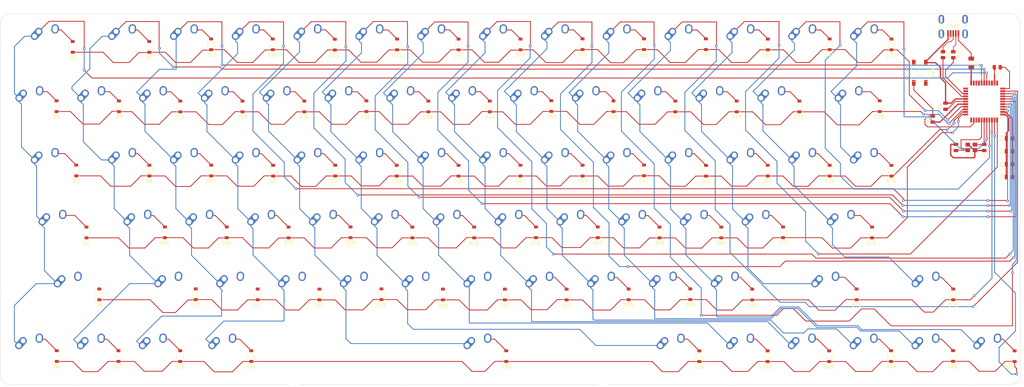
<source format=kicad_pcb>
(kicad_pcb (version 20221018) (generator pcbnew)
  (layers (0 "F.Cu" signal) (31 "B.Cu" signal) (34 "B.Paste" user) (35 "F.Paste" user) (36 "B.SilkS" user "B.Silkscreen") (37 "F.SilkS" user "F.Silkscreen") (38 "B.Mask" user) (39 "F.Mask" user) (44 "Edge.Cuts" user))
  (net 0 "")
  (net 1 "Net-(U1-UCAP)")
  (net 2 "GND")
  (net 3 "+5V")
  (net 4 "Net-(U1-XTAL1)")
  (net 5 "Net-(U1-XTAL2)")
  (net 6 "Net-(D1-A)")
  (net 7 "Net-(D2-A)")
  (net 8 "Net-(D3-A)")
  (net 9 "Net-(D4-A)")
  (net 10 "Net-(D5-A)")
  (net 11 "Net-(D6-A)")
  (net 12 "Net-(D7-A)")
  (net 13 "Net-(D8-A)")
  (net 14 "Net-(D9-A)")
  (net 15 "Net-(D10-A)")
  (net 16 "Net-(D11-A)")
  (net 17 "Net-(D12-A)")
  (net 18 "Net-(D13-A)")
  (net 19 "Net-(D14-A)")
  (net 20 "Net-(D15-A)")
  (net 21 "Net-(D16-A)")
  (net 22 "Net-(D17-A)")
  (net 23 "Net-(D18-A)")
  (net 24 "Net-(D19-A)")
  (net 25 "Net-(D20-A)")
  (net 26 "Net-(D21-A)")
  (net 27 "Net-(D22-A)")
  (net 28 "Net-(D23-A)")
  (net 29 "Net-(D24-A)")
  (net 30 "Net-(D25-A)")
  (net 31 "Net-(D26-A)")
  (net 32 "Net-(D27-A)")
  (net 33 "Net-(D28-A)")
  (net 34 "Net-(D29-A)")
  (net 35 "Net-(D30-A)")
  (net 36 "Net-(D31-A)")
  (net 37 "Net-(D32-A)")
  (net 38 "Net-(D33-A)")
  (net 39 "Net-(D34-A)")
  (net 40 "Net-(D35-A)")
  (net 41 "Net-(D36-A)")
  (net 42 "Net-(D37-A)")
  (net 43 "Net-(D38-A)")
  (net 44 "Net-(D39-A)")
  (net 45 "Net-(D40-A)")
  (net 46 "Net-(D41-A)")
  (net 47 "Net-(D42-A)")
  (net 48 "Net-(D43-A)")
  (net 49 "Net-(D44-A)")
  (net 50 "Net-(D45-A)")
  (net 51 "Net-(D46-A)")
  (net 52 "Net-(D47-A)")
  (net 53 "Net-(D48-A)")
  (net 54 "Net-(D49-A)")
  (net 55 "Net-(D50-A)")
  (net 56 "Net-(D51-A)")
  (net 57 "Net-(D52-A)")
  (net 58 "Net-(D53-A)")
  (net 59 "Net-(D54-A)")
  (net 60 "Net-(D55-A)")
  (net 61 "Net-(D56-A)")
  (net 62 "Net-(D57-A)")
  (net 63 "Net-(D58-A)")
  (net 64 "Net-(D59-A)")
  (net 65 "Net-(D60-A)")
  (net 66 "Net-(D61-A)")
  (net 67 "Net-(D62-A)")
  (net 68 "Net-(D63-A)")
  (net 69 "Net-(D64-A)")
  (net 70 "Net-(D65-A)")
  (net 71 "Net-(D66-A)")
  (net 72 "Net-(D67-A)")
  (net 73 "Net-(D68-A)")
  (net 74 "Net-(D69-A)")
  (net 75 "Net-(D70-A)")
  (net 76 "Net-(D71-A)")
  (net 77 "Net-(D72-A)")
  (net 78 "Net-(D73-A)")
  (net 79 "Net-(D74-A)")
  (net 80 "Net-(D75-A)")
  (net 81 "Net-(D76-A)")
  (net 82 "Net-(D77-A)")
  (net 83 "Net-(D78-A)")
  (net 84 "Net-(D79-A)")
  (net 85 "Net-(USB1-VBUS)")
  (net 86 "Net-(U1-~{HWB}{slash}PE2)")
  (net 87 "Net-(U1-D+)")
  (net 88 "Net-(U1-D-)")
  (net 89 "Net-(U1-~{RESET})")
  (net 98 "ROW0")
  (net 99 "ROW1")
  (net 100 "ROW2")
  (net 101 "ROW3")
  (net 102 "ROW4")
  (net 103 "ROW5")
  (net 104 "COL0")
  (net 105 "COL1")
  (net 106 "COL2")
  (net 107 "COL3")
  (net 108 "COL4")
  (net 109 "COL5")
  (net 110 "COL6")
  (net 111 "COL7")
  (net 112 "COL8")
  (net 113 "COL9")
  (net 114 "COL10")
  (net 115 "COL11")
  (net 116 "COL12")
  (net 117 "COL13")
  (net 118 "D+")
  (net 119 "D-")
  (footprint "Diode_SMD:D_SOD-123" (layer "F.Cu") (at 166.624 179.452 90)
    (fp_text reference "D14")
    (fp_text value "SOD-123")
  )
  (footprint "MX_Alps_Hybrid:MX-1U-NoLED" (layer "F.Cu") (at 220.726 236.601)
    (fp_text reference "MX29")
    (fp_text value "MX-NoLED")
  )
  (footprint "Diode_SMD:D_SOD-123" (layer "F.Cu") (at 423.724631 256.406192 90)
    (fp_text reference "D66")
    (fp_text value "SOD-123")
  )
  (footprint "MX_Alps_Hybrid:MX-1U-NoLED" (layer "F.Cu") (at 201.676 236.601)
    (fp_text reference "MX23")
    (fp_text value "MX-NoLED")
  )
  (footprint "MX_Alps_Hybrid:MX-2.25U-NoLED" (layer "F.Cu") (at 132.588 236.601)
    (fp_text reference "MX5")
    (fp_text value "MX-NoLED")
  )
  (footprint "Diode_SMD:D_SOD-123" (layer "F.Cu") (at 233.322102 199.249723 90)
    (fp_text reference "D33")
    (fp_text value "SOD-123")
  )
  (footprint "MX_Alps_Hybrid:MX-1U-NoLED" (layer "F.Cu") (at 396.925909 236.578891)
    (fp_text reference "MX76")
    (fp_text value "MX-NoLED")
  )
  (footprint "Diode_SMD:D_SOD-123" (layer "F.Cu") (at 379.778272 218.288436 90)
    (fp_text reference "D75")
    (fp_text value "SOD-123")
  )
  (footprint "MX_Alps_Hybrid:MX-1U-NoLED" (layer "F.Cu") (at 254.11875 179.41875)
    (fp_text reference "MX44")
    (fp_text value "MX-NoLED")
  )
  (footprint "Diode_SMD:D_SOD-123" (layer "F.Cu") (at 252.377608 160.34744 90)
    (fp_text reference "D37")
    (fp_text value "SOD-123")
  )
  (footprint "Diode_SMD:D_SOD-123" (layer "F.Cu") (at 209.500435 237.399039 90)
    (fp_text reference "D23")
    (fp_text value "SOD-123")
  )
  (footprint "Diode_SMD:D_SOD-123" (layer "F.Cu") (at 375.016096 237.360708 90)
    (fp_text reference "D71")
    (fp_text value "SOD-123")
  )
  (footprint "Diode_SMD:D_SOD-123" (layer "F.Cu") (at 223.969951 179.370307 90)
    (fp_text reference "D32")
    (fp_text value "SOD-123")
  )
  (footprint "Resistor_SMD:R_0805_2012Metric" (layer "F.Cu") (at 418.3615 167.386 180)
    (fp_text reference "R1")
    (fp_text value "10k")
  )
  (footprint "MX_Alps_Hybrid:MX-1U-NoLED" (layer "F.Cu") (at 206.462 160.337)
    (fp_text reference "MX25")
    (fp_text value "MX-NoLED")
  )
  (footprint "MX_Alps_Hybrid:MX-1U-NoLED" (layer "F.Cu") (at 120.691426 255.665135)
    (fp_text reference "MX6")
    (fp_text value "MX-NoLED")
  )
  (footprint "Diode_SMD:D_SOD-123" (layer "F.Cu") (at 309.529385 199.157795 90)
    (fp_text reference "D57")
    (fp_text value "SOD-123")
  )
  (footprint "MX_Alps_Hybrid:MX-1U-NoLED" (layer "F.Cu") (at 158.790539 255.662328)
    (fp_text reference "MX18")
    (fp_text value "MX-NoLED")
  )
  (footprint "Diode_SMD:D_SOD-123" (layer "F.Cu") (at 176.12711 160.303448 90)
    (fp_text reference "D13")
    (fp_text value "SOD-123")
  )
  (footprint "Diode_SMD:D_SOD-123" (layer "F.Cu") (at 304.792684 237.360708 90)
    (fp_text reference "D53")
    (fp_text value "SOD-123")
  )
  (footprint "Diode_SMD:D_SOD-123" (layer "F.Cu") (at 271.460992 199.236206 90)
    (fp_text reference "D45")
    (fp_text value "SOD-123")
  )
  (footprint "MX_Alps_Hybrid:MX-1U-NoLED" (layer "F.Cu") (at 158.86875 179.41875)
    (fp_text reference "MX14")
    (fp_text value "MX-NoLED")
  )
  (footprint "Fuse:Fuse_1206_3216Metric" (layer "F.Cu") (at 410.337 166.116 -90)
    (fp_text reference "F1")
    (fp_text value "Polyfuse_Small")
  )
  (footprint "Capacitor_SMD:C_0805_2012Metric" (layer "F.Cu") (at 402.43125 179.3875 90)
    (fp_text reference "C1")
    (fp_text value "1uF")
  )
  (footprint "MX_Alps_Hybrid:MX-1U-NoLED" (layer "F.Cu") (at 139.81875 179.41875)
    (fp_text reference "MX8")
    (fp_text value "MX-NoLED")
  )
  (footprint "Diode_SMD:D_SOD-123" (layer "F.Cu") (at 295.269626 218.238578 90)
    (fp_text reference "D52")
    (fp_text value "SOD-123")
  )
  (footprint "MX_Alps_Hybrid:MX-1U-NoLED" (layer "F.Cu") (at 377.900078 198.458169)
    (fp_text reference "MX79")
    (fp_text value "MX-NoLED")
  )
  (footprint "Diode_SMD:D_SOD-123" (layer "F.Cu") (at 214.361021 199.218537 90)
    (fp_text reference "D27")
    (fp_text value "SOD-123")
  )
  (footprint "MX_Alps_Hybrid:MX-1.75U-NoLED" (layer "F.Cu") (at 127.895035 217.509752)
    (fp_text reference "MX4")
    (fp_text value "MX-NoLED")
  )
  (footprint "MX_Alps_Hybrid:MX-1U-NoLED" (layer "F.Cu") (at 301.74375 160.36875)
    (fp_text reference "MX55")
    (fp_text value "MX-NoLED")
  )
  (footprint "Diode_SMD:D_SOD-123" (layer "F.Cu") (at 366.726956 160.296798 90)
    (fp_text reference "D72")
    (fp_text value "SOD-123")
  )
  (footprint "MX_Alps_Hybrid:MX-1U-NoLED" (layer "F.Cu") (at 182.626 236.601)
    (fp_text reference "MX17")
    (fp_text value "MX-NoLED")
  )
  (footprint "Capacitor_SMD:C_0805_2012Metric" (layer "F.Cu") (at 422.11875 189.309375 180)
    (fp_text reference "C3")
    (fp_text value "0.1uF")
  )
  (footprint "MX_Alps_Hybrid:MX-1U-NoLED" (layer "F.Cu") (at 225.54375 198.46875)
    (fp_text reference "MX33")
    (fp_text value "MX-NoLED")
  )
  (footprint "MX_Alps_Hybrid:MX-1U-NoLED" (layer "F.Cu") (at 154.070051 217.512781)
    (fp_text reference "MX10")
    (fp_text value "MX-NoLED")
  )
  (footprint "MX_Alps_Hybrid:MX-1U-NoLED" (layer "F.Cu") (at 292.21875 179.41875)
    (fp_text reference "MX56")
    (fp_text value "MX-NoLED")
  )
  (footprint "MX_Alps_Hybrid:MX-6U-NoLED" (layer "F.Cu") (at 249.31006 255.656263)
    (fp_text reference "MX30")
    (fp_text value "MX-NoLED")
  )
  (footprint "MX_Alps_Hybrid:MX-1U-NoLED" (layer "F.Cu") (at 168.402 160.36875)
    (fp_text reference "MX13")
    (fp_text value "MX-NoLED")
  )
  (footprint "MX_Alps_Hybrid:MX-1U-NoLED" (layer "F.Cu") (at 187.452 160.36875)
    (fp_text reference "MX19")
    (fp_text value "MX-NoLED")
  )
  (footprint "MX_Alps_Hybrid:MX-1U-NoLED" (layer "F.Cu") (at 330.31875 179.41875)
    (fp_text reference "MX68")
    (fp_text value "MX-NoLED")
  )
  (footprint "Diode_SMD:D_SOD-123" (layer "F.Cu") (at 314.315232 218.288436 90)
    (fp_text reference "D58")
    (fp_text value "SOD-123")
  )
  (footprint "Diode_SMD:D_SOD-123" (layer "F.Cu") (at 347.604859 256.406192 90)
    (fp_text reference "D42")
    (fp_text value "SOD-123")
  )
  (footprint "MX_Alps_Hybrid:MX-1U-NoLED" (layer "F.Cu") (at 296.915131 236.602592)
    (fp_text reference "MX53")
    (fp_text value "MX-NoLED")
  )
  (footprint "MX_Alps_Hybrid:MX-1U-NoLED" (layer "F.Cu") (at 235.06875 179.41875)
    (fp_text reference "MX38")
    (fp_text value "MX-NoLED")
  )
  (footprint "MX_Alps_Hybrid:MX-1U-NoLED" (layer "F.Cu") (at 344.551 217.551)
    (fp_text reference "MX70")
    (fp_text value "MX-NoLED")
  )
  (footprint "Capacitor_SMD:C_0805_2012Metric" (layer "F.Cu") (at 422.11875 197.246875 180)
    (fp_text reference "C5")
    (fp_text value "0.1uF")
  )
  (footprint "MX_Alps_Hybrid:MX-1U-NoLED" (layer "F.Cu") (at 258.826 236.601)
    (fp_text reference "MX41")
    (fp_text value "MX-NoLED")
  )
  (footprint "MX_Alps_Hybrid:MX-1U-NoLED" (layer "F.Cu") (at 311.26875 179.41875)
    (fp_text reference "MX62")
    (fp_text value "MX-NoLED")
  )
  (footprint "Diode_SMD:D_SOD-123" (layer "F.Cu") (at 238.132806 218.288436 90)
    (fp_text reference "D34")
    (fp_text value "SOD-123")
  )
  (footprint "Diode_SMD:D_SOD-123" (layer "F.Cu") (at 233.437547 160.34744 90)
    (fp_text reference "D31")
    (fp_text value "SOD-123")
  )
  (footprint "Diode_SMD:D_SOD-123" (layer "F.Cu") (at 161.900523 218.238578 90)
    (fp_text reference "D10")
    (fp_text value "SOD-123")
  )
  (footprint "MX_Alps_Hybrid:MX-1U-NoLED" (layer "F.Cu") (at 192.196178 217.540845)
    (fp_text reference "MX22")
    (fp_text value "MX-NoLED")
  )
  (footprint "MX_Alps_Hybrid:MX-1U-NoLED" (layer "F.Cu") (at 225.54375 160.36875)
    (fp_text reference "MX31")
    (fp_text value "MX-NoLED")
  )
  (footprint "MX_Alps_Hybrid:MX-1U-NoLED" (layer "F.Cu") (at 358.775 255.651)
    (fp_text reference "MX48")
    (fp_text value "MX-NoLED")
  )
  (footprint "Diode_SMD:D_SOD-123" (layer "F.Cu") (at 257.178413 218.288436 90)
    (fp_text reference "D40")
    (fp_text value "SOD-123")
  )
  (footprint "MX_Alps_Hybrid:MX-1U-NoLED" (layer "F.Cu") (at 120.76875 179.41875)
    (fp_text reference "MX2")
    (fp_text value "MX-NoLED")
  )
  (footprint "Diode_SMD:D_SOD-123" (layer "F.Cu") (at 280.924 179.324 90)
    (fp_text reference "D50")
    (fp_text value "SOD-123")
  )
  (footprint "MX_Alps_Hybrid:MX-1U-NoLED" (layer "F.Cu") (at 249.358482 217.531275)
    (fp_text reference "MX40")
    (fp_text value "MX-NoLED")
  )
  (footprint "Resistor_SMD:R_0805_2012Metric" (layer "F.Cu") (at 401.6375 163.5125 -90)
    (fp_text reference "R2")
    (fp_text value "22")
  )
  (footprint "MX_Alps_Hybrid:MX-1U-NoLED" (layer "F.Cu") (at 149.34375 160.36875)
    (fp_text reference "MX7")
    (fp_text value "MX-NoLED")
  )
  (footprint "MX_Alps_Hybrid:MX-1U-NoLED" (layer "F.Cu") (at 306.492513 217.548696)
    (fp_text reference "MX58")
    (fp_text value "MX-NoLED")
  )
  (footprint "Resistor_SMD:R_0805_2012Metric" (layer "F.Cu") (at 404.8125 163.5125 -90)
    (fp_text reference "R3")
    (fp_text value "22")
  )
  (footprint "Diode_SMD:D_SOD-123" (layer "F.Cu") (at 366.565096 256.406192 90)
    (fp_text reference "D48")
    (fp_text value "SOD-123")
  )
  (footprint "MX_Alps_Hybrid:MX-1U-NoLED" (layer "F.Cu") (at 177.91875 179.41875)
    (fp_text reference "MX20")
    (fp_text value "MX-NoLED")
  )
  (footprint "Diode_SMD:D_SOD-123" (layer "F.Cu") (at 385.744582 199.275411 90)
    (fp_text reference "D79")
    (fp_text value "SOD-123")
  )
  (footprint "MX_Alps_Hybrid:MX-1U-NoLED" (layer "F.Cu") (at 263.64375 160.36875)
    (fp_text reference "MX43")
    (fp_text value "MX-NoLED")
  )
  (footprint "MX_Alps_Hybrid:MX-1U-NoLED" (layer "F.Cu") (at 273.16875 179.41875)
    (fp_text reference "MX50")
    (fp_text value "MX-NoLED")
  )
  (footprint "MX_Alps_Hybrid:MX-1U-NoLED" (layer "F.Cu") (at 339.78574 255.662187)
    (fp_text reference "MX42")
    (fp_text value "MX-NoLED")
  )
  (footprint "MX_Alps_Hybrid:MX-1U-NoLED" (layer "F.Cu") (at 211.236077 217.534559)
    (fp_text reference "MX28")
    (fp_text value "MX-NoLED")
  )
  (footprint "MX_Alps_Hybrid:MX-1U-NoLED" (layer "F.Cu") (at 196.96875 179.41875)
    (fp_text reference "MX26")
    (fp_text value "MX-NoLED")
  )
  (footprint "MX_Alps_Hybrid:MX-1U-NoLED" (layer "F.Cu") (at 187.44375 198.46875)
    (fp_text reference "MX21")
    (fp_text value "MX-NoLED")
  )
  (footprint "Capacitor_SMD:C_0805_2012Metric" (layer "F.Cu") (at 405.60625 192.0875 -90)
    (fp_text reference "C7")
    (fp_text value "22pF")
  )
  (footprint "MX_Alps_Hybrid:MX-1.5U-NoLED" (layer "F.Cu") (at 125.53125 198.46875)
    (fp_text reference "MX3")
    (fp_text value "MX-NoLED")
  )
  (footprint "MX_Alps_Hybrid:MX-1U-NoLED" (layer "F.Cu") (at 168.39375 198.46875)
    (fp_text reference "MX15")
    (fp_text value "MX-NoLED")
  )
  (footprint "Diode_SMD:D_SOD-123" (layer "F.Cu") (at 228.58955 237.322376 90)
    (fp_text reference "D29")
    (fp_text value "SOD-123")
  )
  (footprint "Diode_SMD:D_SOD-123" (layer "F.Cu") (at 195.244011 199.249723 90)
    (fp_text reference "D21")
    (fp_text value "SOD-123")
  )
  (footprint "Diode_SMD:D_SOD-123" (layer "F.Cu") (at 133.486911 161.105389 90)
    (fp_text reference "D1")
    (fp_text value "SOD-123")
  )
  (footprint "Crystal:Crystal_SMD_3225-4Pin_3.2x2.5mm" (layer "F.Cu") (at 410.36875 192.0875 180)
    (fp_text reference "Y1")
    (fp_text value "16MHz")
  )
  (footprint "Diode_SMD:D_SOD-123" (layer "F.Cu") (at 300.105058 179.407428 90)
    (fp_text reference "D56")
    (fp_text value "SOD-123")
  )
  (footprint "MX_Alps_Hybrid:MX-1U-NoLED" (layer "F.Cu") (at 263.64375 198.46875)
    (fp_text reference "MX45")
    (fp_text value "MX-NoLED")
  )
  (footprint "Diode_SMD:D_SOD-123" (layer "F.Cu") (at 290.576 160.275 90)
    (fp_text reference "D49")
    (fp_text value "SOD-123")
  )
  (footprint "Diode_SMD:D_SOD-123" (layer "F.Cu") (at 347.636983 199.236206 90)
    (fp_text reference "D69")
    (fp_text value "SOD-123")
  )
  (footprint "Diode_SMD:D_SOD-123" (layer "F.Cu") (at 157.103547 199.218537 90)
    (fp_text reference "D9")
    (fp_text value "SOD-123")
  )
  (footprint "Capacitor_SMD:C_0805_2012Metric" (layer "F.Cu") (at 414.3375 192.0875 90)
    (fp_text reference "C6")
    (fp_text value "22pF")
  )
  (footprint "Diode_SMD:D_SOD-123" (layer "F.Cu") (at 199.991736 218.288436 90)
    (fp_text reference "D22")
    (fp_text value "SOD-123")
  )
  (footprint "Diode_SMD:D_SOD-123" (layer "F.Cu") (at 204.851 179.452 90)
    (fp_text reference "D26")
    (fp_text value "SOD-123")
  )
  (footprint "Diode_SMD:D_SOD-123" (layer "F.Cu") (at 176.158186 199.187351 90)
    (fp_text reference "D15")
    (fp_text value "SOD-123")
  )
  (footprint "MX_Alps_Hybrid:MX-1U-NoLED" (layer "F.Cu") (at 358.89375 198.46875)
    (fp_text reference "MX74")
    (fp_text value "MX-NoLED")
  )
  (footprint "Diode_SMD:D_SOD-123" (layer "F.Cu") (at 385.629892 256.371338 90)
    (fp_text reference "D54")
    (fp_text value "SOD-123")
  )
  (footprint "Diode_SMD:D_SOD-123" (layer "F.Cu") (at 147.590365 256.373838 90)
    (fp_text reference "D12")
    (fp_text value "SOD-123")
  )
  (footprint "MX_Alps_Hybrid:MX-1U-NoLED" (layer "F.Cu") (at 358.89375 160.36875)
    (fp_text reference "MX72")
    (fp_text value "MX-NoLED")
  )
  (footprint "MX_Alps_Hybrid:MX-1U-NoLED" (layer "F.Cu") (at 320.79375 160.36875)
    (fp_text reference "MX61")
    (fp_text value "MX-NoLED")
  )
  (footprint "Diode_SMD:D_SOD-123" (layer "F.Cu") (at 366.729988 199.236206 90)
    (fp_text reference "D74")
    (fp_text value "SOD-123")
  )
  (footprint "Diode_SMD:D_SOD-123" (layer "F.Cu") (at 262.001 179.452 90)
    (fp_text reference "D44")
    (fp_text value "SOD-123")
  )
  (footprint "MX_Alps_Hybrid:MX-1U-NoLED" (layer "F.Cu") (at 149.34375 198.46875)
    (fp_text reference "MX9")
    (fp_text value "MX-NoLED")
  )
  (footprint "Diode_SMD:D_SOD-123" (layer "F.Cu") (at 328.593626 160.275617 90)
    (fp_text reference "D61")
    (fp_text value "SOD-123")
  )
  (footprint "Diode_SMD:D_SOD-123" (layer "F.Cu") (at 352.356587 218.238578 90)
    (fp_text reference "D70")
    (fp_text value "SOD-123")
  )
  (footprint "MX_Alps_Hybrid:MX-1U-NoLED" (layer "F.Cu") (at 377.94375 160.36875)
    (fp_text reference "MX77")
    (fp_text value "MX-NoLED")
  )
  (footprint "Diode_SMD:D_SOD-123" (layer "F.Cu") (at 338.074 179.452 90)
    (fp_text reference "D68")
    (fp_text value "SOD-123")
  )
  (footprint "Diode_SMD:D_SOD-123" (layer "F.Cu") (at 323.766805 237.322376 90)
    (fp_text reference "D59")
    (fp_text value "SOD-123")
  )
  (footprint "Diode_SMD:D_SOD-123" (layer "F.Cu") (at 266.652786 237.399039 90)
    (fp_text reference "D41")
    (fp_text value "SOD-123")
  )
  (footprint "Diode_SMD:D_SOD-123" (layer "F.Cu") (at 185.801 179.452 90)
    (fp_text reference "D20")
    (fp_text value "SOD-123")
  )
  (footprint "MX_Alps_Hybrid:MX-1U-NoLED" (layer "F.Cu") (at 244.59375 160.36875)
    (fp_text reference "MX37")
    (fp_text value "MX-NoLED")
  )
  (footprint "Diode_SMD:D_SOD-123" (layer "F.Cu") (at 328.62239 199.275411 90)
    (fp_text reference "D63")
    (fp_text value "SOD-123")
  )
  (footprint "MX_Alps_Hybrid:MX-1U-NoLED" (layer "F.Cu") (at 139.728298 255.680232)
    (fp_text reference "MX12")
    (fp_text value "MX-NoLED")
  )
  (footprint "MX_Alps_Hybrid:MX-1U-NoLED" (layer "F.Cu") (at 377.827541 255.67905)
    (fp_text reference "MX54")
    (fp_text value "MX-NoLED")
  )
  (footprint "Diode_SMD:D_SOD-123" (layer "F.Cu") (at 252.367988 199.275411 90)
    (fp_text reference "D39")
    (fp_text value "SOD-123")
  )
  (footprint "MX_Alps_Hybrid:MX-1.5U-NoLED" (layer "F.Cu") (at 373.18125 179.41875)
    (fp_text reference "MX78")
    (fp_text value "MX-NoLED")
  )
  (footprint "Diode_SMD:D_SOD-123" (layer "F.Cu") (at 180.946129 218.238578 90)
    (fp_text reference "D16")
    (fp_text value "SOD-123")
  )
  (footprint "MX_Alps_Hybrid:MX-1U-NoLED" (layer "F.Cu") (at 282.69375 160.36875)
    (fp_text reference "MX49")
    (fp_text value "MX-NoLED")
  )
  (footprint "MX_Alps_Hybrid:MX-1U-NoLED" (layer "F.Cu") (at 339.84375 198.46875)
    (fp_text reference "MX69")
    (fp_text value "MX-NoLED")
  )
  (footprint "MX_Alps_Hybrid:MX-1U-NoLED" (layer "F.Cu") (at 325.513869 217.550202)
    (fp_text reference "MX64")
    (fp_text value "MX-NoLED")
  )
  (footprint "Diode_SMD:D_SOD-123" (layer "F.Cu") (at 219.0872 218.238578 90)
    (fp_text reference "D28")
    (fp_text value "SOD-123")
  )
  (footprint "Diode_SMD:D_SOD-123" (layer "F.Cu") (at 134.556078 199.187351 90)
    (fp_text reference "D3")
    (fp_text value "SOD-123")
  )
  (footprint "MX_Alps_Hybrid:MX-1U-NoLED" (layer "F.Cu") (at 320.79375 198.46875)
    (fp_text reference "MX63")
    (fp_text value "MX-NoLED")
  )
  (footprint "MX_Alps_Hybrid:MX-1.75U-NoLED" (layer "F.Cu") (at 370.771468 217.545421)
    (fp_text reference "MX75")
    (fp_text value "MX-NoLED")
  )
  (footprint "MX_Alps_Hybrid:MX-1.25U-NoLED" (layer "F.Cu") (at 180.201461 255.670048)
    (fp_text reference "MX24")
    (fp_text value "MX-NoLED")
  )
  (footprint "Diode_SMD:D_SOD-123" (layer "F.Cu") (at 276.224019 218.238578 90)
    (fp_text reference "D46")
    (fp_text value "SOD-123")
  )
  (footprint "Diode_SMD:D_SOD-123" (layer "F.Cu") (at 247.563671 237.399039 90)
    (fp_text reference "D35")
    (fp_text value "SOD-123")
  )
  (footprint "MX_Alps_Hybrid:MX-1U-NoLED" (layer "F.Cu") (at 173.135646 217.526023)
    (fp_text reference "MX16")
    (fp_text value "MX-NoLED")
  )
  (footprint "MX_Alps_Hybrid:MX-1U-NoLED" (layer "F.Cu") (at 268.4273 217.527925)
    (fp_text reference "MX46")
    (fp_text value "MX-NoLED")
  )
  (footprint "Diode_SMD:D_SOD-123" (layer "F.Cu") (at 214.249 160.402 90)
    (fp_text reference "D25")
    (fp_text value "SOD-123")
  )
  (footprint "random-keyboard-parts:Molex-0548190589" (layer "F.Cu") (at 404.786915 152.586164 -90)
    (fp_text reference "USB1")
    (fp_text value "Molex-0548190589")
  )
  (footprint "Package_QFP:TQFP-44_10x10mm_P0.8mm" (layer "F.Cu") (at 414.325 177.94375)
    (fp_text reference "U1")
    (fp_text value "ATmega32U4-A")
  )
  (footprint "Diode_SMD:D_SOD-123" (layer "F.Cu") (at 342.85592 237.399039 90)
    (fp_text reference "D65")
    (fp_text value "SOD-123")
  )
  (footprint "MX_Alps_Hybrid:MX-1U-NoLED" (layer "F.Cu") (at 287.465319 217.538786)
    (fp_text reference "MX52")
    (fp_text value "MX-NoLED")
  )
  (footprint "Diode_SMD:D_SOD-123" (layer "F.Cu") (at 319.151 179.451 90)
    (fp_text reference "D62")
    (fp_text value "SOD-123")
  )
  (footprint "MX_Alps_Hybrid:MX-1.5U-NoLED" (layer "F.Cu") (at 125.53125 160.36875)
    (fp_text reference "MX1")
    (fp_text value "MX-NoLED")
  )
  (footprint "Diode_SMD:D_SOD-123" (layer "F.Cu") (at 404.729541 256.336485 90)
    (fp_text reference "D60")
    (fp_text value "SOD-123")
  )
  (footprint "MX_Alps_Hybrid:MX-1U-NoLED" (layer "F.Cu") (at 282.69375 198.46875)
    (fp_text reference "MX51")
    (fp_text value "MX-NoLED")
  )
  (footprint "Diode_SMD:D_SOD-123" (layer "F.Cu") (at 309.50164 160.275617 90)
    (fp_text reference "D55")
    (fp_text value "SOD-123")
  )
  (footprint "Diode_SMD:D_SOD-123" (layer "F.Cu") (at 147.723482 179.407428 90)
    (fp_text reference "D8")
    (fp_text value "SOD-123")
  )
  (footprint "Diode_SMD:D_SOD-123" (layer "F.Cu") (at 141.65358 237.360708 90)
    (fp_text reference "D5")
    (fp_text value "SOD-123")
  )
  (footprint "Diode_SMD:D_SOD-123" (layer "F.Cu") (at 404.795302 237.366899 90)
    (fp_text reference "D76")
    (fp_text value "SOD-123")
  )
  (footprint "MX_Alps_Hybrid:MX-1U-NoLED" (layer "F.Cu") (at 301.74375 198.46875)
    (fp_text reference "MX57")
    (fp_text value "MX-NoLED")
  )
  (footprint "MX_Alps_Hybrid:MX-1U-NoLED" (layer "F.Cu") (at 349.36875 179.41875)
    (fp_text reference "MX73")
    (fp_text value "MX-NoLED")
  )
  (footprint "Diode_SMD:D_SOD-123" (layer "F.Cu") (at 290.593202 199.236206 90)
    (fp_text reference "D51")
    (fp_text value "SOD-123")
  )
  (footprint "random-keyboard-parts:SKQG-1155865" (layer "F.Cu") (at 394.49375 169.06875 90)
    (fp_text reference "SW1")
    (fp_text value "SW_Push")
  )
  (footprint "Diode_SMD:D_SOD-123" (layer "F.Cu") (at 357.378 179.451 90)
    (fp_text reference "D73")
    (fp_text value "SOD-123")
  )
  (footprint "MX_Alps_Hybrid:MX-1.25U-NoLED" (layer "F.Cu") (at 318.366151 255.673171)
    (fp_text reference "MX36")
    (fp_text value "MX-NoLED")
  )
  (footprint "Diode_SMD:D_SOD-123" (layer "F.Cu") (at 385.7683 160.34744 90)
    (fp_text reference "D77")
    (fp_text value "SOD-123")
  )
  (footprint "Diode_SMD:D_SOD-123" (layer "F.Cu") (at 190.487983 237.360708 90)
    (fp_text reference "D17")
    (fp_text value "SOD-123")
  )
  (footprint "Diode_SMD:D_SOD-123" (layer "F.Cu") (at 128.56523 256.369472 90)
    (fp_text reference "D6")
    (fp_text value "SOD-123")
  )
  (footprint "Diode_SMD:D_SOD-123" (layer "F.Cu") (at 333.310981 218.288436 90)
    (fp_text reference "D64")
    (fp_text value "SOD-123")
  )
  (footprint "Diode_SMD:D_SOD-123" (layer "F.Cu") (at 157.057174 161.107275 90)
    (fp_text reference "D7")
    (fp_text value "SOD-123")
  )
  (footprint "Diode_SMD:D_SOD-123" (layer "F.Cu") (at 128.510655 179.382713 90)
    (fp_text reference "D2")
    (fp_text value "SOD-123")
  )
  (footprint "MX_Alps_Hybrid:MX-1U-NoLED" (layer "F.Cu") (at 415.91536 255.663088)
    (fp_text reference "MX66")
    (fp_text value "MX-NoLED")
  )
  (footprint "MX_Alps_Hybrid:MX-1U-NoLED" (layer "F.Cu") (at 339.84375 160.36875)
    (fp_text reference "MX67")
    (fp_text value "MX-NoLED")
  )
  (footprint "MX_Alps_Hybrid:MX-1U-NoLED" (layer "F.Cu") (at 163.562916 236.588547)
    (fp_text reference "MX11")
    (fp_text value "MX-NoLED")
  )
  (footprint "Diode_SMD:D_SOD-123" (layer "F.Cu") (at 188.49039 256.373838 90)
    (fp_text reference "D24")
    (fp_text value "SOD-123")
  )
  (footprint "MX_Alps_Hybrid:MX-1U-NoLED" (layer "F.Cu") (at 216.01875 179.41875)
    (fp_text reference "MX32")
    (fp_text value "MX-NoLED")
  )
  (footprint "MX_Alps_Hybrid:MX-1U-NoLED" (layer "F.Cu") (at 230.299442 217.516508)
    (fp_text reference "MX34")
    (fp_text value "MX-NoLED")
  )
  (footprint "Diode_SMD:D_SOD-123" (layer "F.Cu") (at 171.398868 237.322376 90)
    (fp_text reference "D11")
    (fp_text value "SOD-123")
  )
  (footprint "MX_Alps_Hybrid:MX-1U-NoLED" (layer "F.Cu") (at 315.969611 236.582672)
    (fp_text reference "MX59")
    (fp_text value "MX-NoLED")
  )
  (footprint "MX_Alps_Hybrid:MX-2.25U-NoLED" (layer "F.Cu") (at 366.005333 236.598053)
    (fp_text reference "MX71")
    (fp_text value "MX-NoLED")
  )
  (footprint "Resistor_SMD:R_0805_2012Metric" (layer "F.Cu") (at 398.4625 183.35625 90)
    (fp_text reference "R4")
    (fp_text value "10k")
  )
  (footprint "MX_Alps_Hybrid:MX-1U-NoLED" (layer "F.Cu") (at 396.883051 255.680826)
    (fp_text reference "MX60")
    (fp_text value "MX-NoLED")
  )
  (footprint "Capacitor_SMD:C_0805_2012Metric" (layer "F.Cu") (at 422.11875 193.278125 180)
    (fp_text reference "C2")
    (fp_text value "0.1uF")
  )
  (footprint "Diode_SMD:D_SOD-123" (layer "F.Cu") (at 271.469593 160.34744 90)
    (fp_text reference "D43")
    (fp_text value "SOD-123")
  )
  (footprint "Diode_SMD:D_SOD-123" (layer "F.Cu") (at 326.553421 256.406192 90)
    (fp_text reference "D36")
    (fp_text value "SOD-123")
  )
  (footprint "Diode_SMD:D_SOD-123" (layer "F.Cu") (at 195.141001 160.314956 90)
    (fp_text reference "D19")
    (fp_text value "SOD-123")
  )
  (footprint "MX_Alps_Hybrid:MX-1U-NoLED" (layer "F.Cu") (at 206.49375 198.46875)
    (fp_text reference "MX27")
    (fp_text value "MX-NoLED")
  )
  (footprint "MX_Alps_Hybrid:MX-1U-NoLED" (layer "F.Cu") (at 239.776 236.601)
    (fp_text reference "MX35")
    (fp_text value "MX-NoLED")
  )
  (footprint "Diode_SMD:D_SOD-123" (layer "F.Cu") (at 347.685612 160.34744 90)
    (fp_text reference "D67")
    (fp_text value "SOD-123")
  )
  (footprint "Diode_SMD:D_SOD-123" (layer "F.Cu") (at 267.074247 256.383923 90)
    (fp_text reference "D30")
    (fp_text value "SOD-123")
  )
  (footprint "Capacitor_SMD:C_0805_2012Metric" (layer "F.Cu") (at 422.11875 201.215625 180)
    (fp_text reference "C4")
    (fp_text value "10uF")
  )
  (footprint "Diode_SMD:D_SOD-123" (layer "F.Cu") (at 285.665238 237.399039 90)
    (fp_text reference "D47")
    (fp_text value "SOD-123")
  )
  (footprint "MX_Alps_Hybrid:MX-1U-NoLED" (layer "F.Cu") (at 277.876 236.601)
    (fp_text reference "MX47")
    (fp_text value "MX-NoLED")
  )
  (footprint "Diode_SMD:D_SOD-123" (layer "F.Cu") (at 166.615499 256.373838 90)
    (fp_text reference "D18")
    (fp_text value "SOD-123")
  )
  (footprint "Diode_SMD:D_SOD-123" (layer "F.Cu") (at 243.078 179.452 90)
    (fp_text reference "D38")
    (fp_text value "SOD-123")
  )
  (footprint "Diode_SMD:D_SOD-123" (layer "F.Cu") (at 137.719583 218.288436 90)
    (fp_text reference "D4")
    (fp_text value "SOD-123")
  )
  (footprint "Diode_SMD:D_SOD-123" (layer "F.Cu") (at 382.142399 179.370307 90)
    (fp_text reference "D78")
    (fp_text value "SOD-123")
  )
  (footprint "MX_Alps_Hybrid:MX-1U-NoLED" (layer "F.Cu") (at 244.59375 198.46875)
    (fp_text reference "MX39")
    (fp_text value "MX-NoLED")
  )
  (footprint "MX_Alps_Hybrid:MX-1U-NoLED" (layer "F.Cu") (at 335.035575 236.576717)
    (fp_text reference "MX65")
    (fp_text value "MX-NoLED")
  )
  (gr_line (start 114.234868 265.209102) (end 422.271536 265.177867) (stroke (width 0.1)) (layer "Edge.Cuts"))
  (gr_line (start 111.244738 153.899918) (end 111.181987 262.006476) (stroke (width 0.1)) (layer "Edge.Cuts"))
  (gr_arc (start 114.234868 265.209102) (mid 112.011403 264.272222) (end 111.181987 262.006476) (stroke (width 0.1)) (layer "Edge.Cuts"))
  (gr_arc (start 111.244738 153.899918) (mid 112.181618 151.676454) (end 114.447364 150.847037) (stroke (width 0.1)) (layer "Edge.Cuts"))
  (gr_arc (start 425.474162 262.124986) (mid 424.537282 264.34845) (end 422.271536 265.177867) (stroke (width 0.1)) (layer "Edge.Cuts"))
  (gr_arc (start 422.33809 150.830729) (mid 424.561554 151.767609) (end 425.390971 154.033355) (stroke (width 0.1)) (layer "Edge.Cuts"))
  (gr_line (start 425.474162 262.124986) (end 425.390971 154.033355) (stroke (width 0.1)) (layer "Edge.Cuts"))
  (gr_line (start 114.447364 150.847037) (end 422.33809 150.830729) (stroke (width 0.1)) (layer "Edge.Cuts"))
  (segment (start 402.43125 180.3375) (end 403.006856 180.3375) (width 0.254) (layer "F.Cu") (net 1))
  (segment (start 403.006856 180.3375) (end 405.400606 177.94375) (width 0.254) (layer "F.Cu") (net 1))
  (segment (start 405.400606 177.94375) (end 408.625 177.94375) (width 0.254) (layer "F.Cu") (net 1))
  (segment (start 409.51875 191.2375) (end 409.26875 191.2375) (width 0.381) (layer "F.Cu") (net 2))
  (segment (start 411.1625 195.2625) (end 404.8125 195.2625) (width 0.381) (layer "F.Cu") (net 2))
  (segment (start 420.025 181.94375) (end 420.834592 181.94375) (width 0.381) (layer "F.Cu") (net 2))
  (segment (start 405.46875 177.14375) (end 408.625 177.14375) (width 0.381) (layer "F.Cu") (net 2))
  (segment (start 420.834592 181.94375) (end 421.864171 182.973329) (width 0.381) (layer "F.Cu") (net 2))
  (segment (start 421.16875 187.6375) (end 421.16875 189.309375) (width 0.381) (layer "F.Cu") (net 2))
  (segment (start 421.16875 193.278125) (end 421.16875 197.246875) (width 0.381) (layer "F.Cu") (net 2))
  (segment (start 405.45 191.29375) (end 405.60625 191.1375) (width 0.381) (layer "F.Cu") (net 2))
  (segment (start 403.2125 158.75) (end 403.2125 156.9) (width 0.381) (layer "F.Cu") (net 2))
  (segment (start 404.175 191.1375) (end 405.60625 191.1375) (width 0.381) (layer "F.Cu") (net 2))
  (segment (start 421.864171 186.942079) (end 421.16875 187.6375) (width 0.381) (layer "F.Cu") (net 2))
  (segment (start 396.34375 165.61875) (end 403.2125 158.75) (width 0.381) (layer "F.Cu") (net 2))
  (segment (start 399.33125 165.96875) (end 400.84375 167.48125) (width 0.381) (layer "F.Cu") (net 2))
  (segment (start 400.84375 170.65625) (end 402.43125 172.24375) (width 0.381) (layer "F.Cu") (net 2))
  (segment (start 411.46875 192.9375) (end 411.46875 194.95625) (width 0.381) (layer "F.Cu") (net 2))
  (segment (start 404.8125 195.2625) (end 404.01875 194.46875) (width 0.381) (layer "F.Cu") (net 2))
  (segment (start 411.21875 192.9375) (end 409.51875 191.2375) (width 0.381) (layer "F.Cu") (net 2))
  (segment (start 402.43125 178.4375) (end 404.175 178.4375) (width 0.381) (layer "F.Cu") (net 2))
  (segment (start 421.864171 182.973329) (end 421.864171 186.942079) (width 0.381) (layer "F.Cu") (net 2))
  (segment (start 414.3375 193.0375) (end 411.56875 193.0375) (width 0.381) (layer "F.Cu") (net 2))
  (segment (start 404.175 178.4375) (end 405.46875 177.14375) (width 0.381) (layer "F.Cu") (net 2))
  (segment (start 417.449 167.386) (end 417.525 167.462) (width 0.381) (layer "F.Cu") (net 2))
  (segment (start 411.46875 194.95625) (end 411.1625 195.2625) (width 0.381) (layer "F.Cu") (net 2))
  (segment (start 411.56875 193.0375) (end 411.46875 192.9375) (width 0.381) (layer "F.Cu") (net 2))
  (segment (start 421.16875 189.309375) (end 421.16875 193.278125) (width 0.381) (layer "F.Cu") (net 2))
  (segment (start 400.84375 167.48125) (end 400.84375 170.65625) (width 0.381) (layer "F.Cu") (net 2))
  (segment (start 396.34375 165.96875) (end 399.33125 165.96875) (width 0.381) (layer "F.Cu") (net 2))
  (segment (start 421.16875 197.246875) (end 421.16875 201.215625) (width 0.381) (layer "F.Cu") (net 2))
  (segment (start 402.43125 172.24375) (end 402.43125 178.4375) (width 0.381) (layer "F.Cu") (net 2))
  (segment (start 417.525 167.462) (end 417.525 172.24375) (width 0.381) (layer "F.Cu") (net 2))
  (segment (start 404.01875 194.46875) (end 404.01875 191.29375) (width 0.381) (layer "F.Cu") (net 2))
  (segment (start 411.46875 192.9375) (end 411.21875 192.9375) (width 0.381) (layer "F.Cu") (net 2))
  (segment (start 404.01875 191.29375) (end 404.175 191.1375) (width 0.381) (layer "F.Cu") (net 2))
  (segment (start 398.4625 184.26875) (end 400.725 184.26875) (width 0.381) (layer "F.Cu") (net 3))
  (segment (start 423.06875 189.309375) (end 423.06875 183.35625) (width 0.381) (layer "F.Cu") (net 3))
  (segment (start 423.06875 197.246875) (end 423.06875 193.278125) (width 0.381) (layer "F.Cu") (net 3))
  (segment (start 423.06875 183.35625) (end 420.85625 181.14375) (width 0.381) (layer "F.Cu") (net 3))
  (segment (start 423.06875 193.278125) (end 423.06875 189.309375) (width 0.381) (layer "F.Cu") (net 3))
  (segment (start 410.337 167.516) (end 410.325 167.528) (width 0.381) (layer "F.Cu") (net 3))
  (segment (start 420.85625 181.14375) (end 420.025 181.14375) (width 0.381) (layer "F.Cu") (net 3))
  (segment (start 410.325 167.528) (end 410.325 172.24375) (width 0.381) (layer "F.Cu") (net 3))
  (segment (start 423.06875 201.215625) (end 423.06875 197.246875) (width 0.381) (layer "F.Cu") (net 3))
  (segment (start 400.725 184.26875) (end 406.25 178.74375) (width 0.381) (layer "F.Cu") (net 3))
  (segment (start 406.25 178.74375) (end 408.625 178.74375) (width 0.381) (layer "F.Cu") (net 3))
  (segment (start 411.46875 191.2375) (end 414.2375 191.2375) (width 0.254) (layer "F.Cu") (net 4))
  (segment (start 414.325 191.125) (end 414.3375 191.1375) (width 0.254) (layer "F.Cu") (net 4))
  (segment (start 414.325 183.64375) (end 414.325 191.125) (width 0.254) (layer "F.Cu") (net 4))
  (segment (start 414.2375 191.2375) (end 414.3375 191.1375) (width 0.254) (layer "F.Cu") (net 4))
  (segment (start 408.04375 192.9375) (end 407.19375 192.0875) (width 0.254) (layer "F.Cu") (net 5))
  (segment (start 407.19375 192.0875) (end 407.19375 189.70625) (width 0.254) (layer "F.Cu") (net 5))
  (segment (start 407.19375 189.70625) (end 412.75 189.70625) (width 0.254) (layer "F.Cu") (net 5))
  (segment (start 405.70625 192.9375) (end 405.60625 193.0375) (width 0.254) (layer "F.Cu") (net 5))
  (segment (start 409.26875 192.9375) (end 405.70625 192.9375) (width 0.254) (layer "F.Cu") (net 5))
  (segment (start 412.75 189.70625) (end 413.54375 188.9125) (width 0.254) (layer "F.Cu") (net 5))
  (segment (start 413.54375 188.9125) (end 413.525 188.89375) (width 0.254) (layer "F.Cu") (net 5))
  (segment (start 409.26875 192.9375) (end 408.04375 192.9375) (width 0.254) (layer "F.Cu") (net 5))
  (segment (start 413.525 188.89375) (end 413.525 183.64375) (width 0.254) (layer "F.Cu") (net 5))
  (segment (start 128.07125 155.82875) (end 128.03125 155.86875) (width 0.254) (layer "F.Cu") (net 6))
  (segment (start 128.03125 155.86875) (end 129.900272 155.86875) (width 0.254) (layer "F.Cu") (net 6))
  (segment (start 128.07125 155.28875) (end 128.07125 155.82875) (width 0.254) (layer "F.Cu") (net 6))
  (segment (start 129.900272 155.86875) (end 133.486911 159.455389) (width 0.254) (layer "F.Cu") (net 6))
  (segment (start 123.26875 174.91875) (end 125.696692 174.91875) (width 0.254) (layer "F.Cu") (net 7))
  (segment (start 125.696692 174.91875) (end 128.510655 177.732713) (width 0.254) (layer "F.Cu") (net 7))
  (segment (start 128.03125 193.96875) (end 130.987477 193.96875) (width 0.254) (layer "F.Cu") (net 8))
  (segment (start 130.987477 193.96875) (end 134.556078 197.537351) (width 0.254) (layer "F.Cu") (net 8))
  (segment (start 130.395035 213.009752) (end 134.090899 213.009752) (width 0.254) (layer "F.Cu") (net 9))
  (segment (start 134.090899 213.009752) (end 137.719583 216.638436) (width 0.254) (layer "F.Cu") (net 9))
  (segment (start 125.010893 251.165135) (end 128.56523 254.719472) (width 0.254) (layer "F.Cu") (net 11))
  (segment (start 123.191426 251.165135) (end 125.010893 251.165135) (width 0.254) (layer "F.Cu") (net 11))
  (segment (start 153.468649 155.86875) (end 157.057174 159.457275) (width 0.254) (layer "F.Cu") (net 12))
  (segment (start 151.84375 155.86875) (end 153.468649 155.86875) (width 0.254) (layer "F.Cu") (net 12))
  (segment (start 144.884804 174.91875) (end 147.723482 177.757428) (width 0.254) (layer "F.Cu") (net 13))
  (segment (start 142.31875 174.91875) (end 144.884804 174.91875) (width 0.254) (layer "F.Cu") (net 13))
  (segment (start 153.50376 193.96875) (end 157.103547 197.568537) (width 0.254) (layer "F.Cu") (net 14))
  (segment (start 151.84375 193.96875) (end 153.50376 193.96875) (width 0.254) (layer "F.Cu") (net 14))
  (segment (start 156.570051 213.012781) (end 158.324726 213.012781) (width 0.254) (layer "F.Cu") (net 15))
  (segment (start 158.324726 213.012781) (end 161.900523 216.588578) (width 0.254) (layer "F.Cu") (net 15))
  (segment (start 142.228298 251.180232) (end 144.046759 251.180232) (width 0.254) (layer "F.Cu") (net 17))
  (segment (start 144.046759 251.180232) (end 147.590365 254.723838) (width 0.254) (layer "F.Cu") (net 17))
  (segment (start 173.342412 155.86875) (end 176.12711 158.653448) (width 0.254) (layer "F.Cu") (net 18))
  (segment (start 170.902 155.86875) (end 173.342412 155.86875) (width 0.254) (layer "F.Cu") (net 18))
  (segment (start 161.36875 174.91875) (end 163.74075 174.91875) (width 0.254) (layer "F.Cu") (net 19))
  (segment (start 163.74075 174.91875) (end 166.624 177.802) (width 0.254) (layer "F.Cu") (net 19))
  (segment (start 172.589585 193.96875) (end 176.158186 197.537351) (width 0.254) (layer "F.Cu") (net 20))
  (segment (start 170.89375 193.96875) (end 172.589585 193.96875) (width 0.254) (layer "F.Cu") (net 20))
  (segment (start 175.635646 213.026023) (end 177.383574 213.026023) (width 0.254) (layer "F.Cu") (net 21))
  (segment (start 177.383574 213.026023) (end 180.946129 216.588578) (width 0.254) (layer "F.Cu") (net 21))
  (segment (start 161.290539 251.162328) (end 163.053989 251.162328) (width 0.254) (layer "F.Cu") (net 23))
  (segment (start 163.053989 251.162328) (end 166.615499 254.723838) (width 0.254) (layer "F.Cu") (net 23))
  (segment (start 189.952 155.86875) (end 192.344795 155.86875) (width 0.254) (layer "F.Cu") (net 24))
  (segment (start 192.344795 155.86875) (end 195.141001 158.664956) (width 0.254) (layer "F.Cu") (net 24))
  (segment (start 180.41875 174.91875) (end 182.91775 174.91875) (width 0.254) (layer "F.Cu") (net 25))
  (segment (start 182.91775 174.91875) (end 185.801 177.802) (width 0.254) (layer "F.Cu") (net 25))
  (segment (start 191.613038 193.96875) (end 195.244011 197.599723) (width 0.254) (layer "F.Cu") (net 26))
  (segment (start 189.94375 193.96875) (end 191.613038 193.96875) (width 0.254) (layer "F.Cu") (net 26))
  (segment (start 194.696178 213.040845) (end 196.394145 213.040845) (width 0.254) (layer "F.Cu") (net 27))
  (segment (start 196.394145 213.040845) (end 199.991736 216.638436) (width 0.254) (layer "F.Cu") (net 27))
  (segment (start 182.701461 251.170048) (end 184.9366 251.170048) (width 0.254) (layer "F.Cu") (net 29))
  (segment (start 184.9366 251.170048) (end 188.49039 254.723838) (width 0.254) (layer "F.Cu") (net 29))
  (segment (start 211.334 155.837) (end 214.249 158.752) (width 0.254) (layer "F.Cu") (net 30))
  (segment (start 208.962 155.837) (end 211.334 155.837) (width 0.254) (layer "F.Cu") (net 30))
  (segment (start 201.96775 174.91875) (end 204.851 177.802) (width 0.254) (layer "F.Cu") (net 31))
  (segment (start 199.46875 174.91875) (end 201.96775 174.91875) (width 0.254) (layer "F.Cu") (net 31))
  (segment (start 208.99375 193.96875) (end 210.761234 193.96875) (width 0.254) (layer "F.Cu") (net 32))
  (segment (start 210.761234 193.96875) (end 214.361021 197.568537) (width 0.254) (layer "F.Cu") (net 32))
  (segment (start 215.533181 213.034559) (end 219.0872 216.588578) (width 0.254) (layer "F.Cu") (net 33))
  (segment (start 213.736077 213.034559) (end 215.533181 213.034559) (width 0.254) (layer "F.Cu") (net 33))
  (segment (start 261.33506 251.156263) (end 263.496587 251.156263) (width 0.254) (layer "F.Cu") (net 35))
  (segment (start 263.496587 251.156263) (end 267.074247 254.733923) (width 0.254) (layer "F.Cu") (net 35))
  (segment (start 230.608857 155.86875) (end 233.437547 158.69744) (width 0.254) (layer "F.Cu") (net 36))
  (segment (start 228.04375 155.86875) (end 230.608857 155.86875) (width 0.254) (layer "F.Cu") (net 36))
  (segment (start 218.51875 174.91875) (end 221.168394 174.91875) (width 0.254) (layer "F.Cu") (net 37))
  (segment (start 221.168394 174.91875) (end 223.969951 177.720307) (width 0.254) (layer "F.Cu") (net 37))
  (segment (start 228.04375 193.96875) (end 229.691129 193.96875) (width 0.254) (layer "F.Cu") (net 38))
  (segment (start 229.691129 193.96875) (end 233.322102 197.599723) (width 0.254) (layer "F.Cu") (net 38))
  (segment (start 234.510878 213.016508) (end 238.132806 216.638436) (width 0.254) (layer "F.Cu") (net 39))
  (segment (start 232.799442 213.016508) (end 234.510878 213.016508) (width 0.254) (layer "F.Cu") (net 39))
  (segment (start 320.866151 251.173171) (end 322.9704 251.173171) (width 0.254) (layer "F.Cu") (net 41))
  (segment (start 322.9704 251.173171) (end 326.553421 254.756192) (width 0.254) (layer "F.Cu") (net 41))
  (segment (start 249.548918 155.86875) (end 252.377608 158.69744) (width 0.254) (layer "F.Cu") (net 42))
  (segment (start 247.09375 155.86875) (end 249.548918 155.86875) (width 0.254) (layer "F.Cu") (net 42))
  (segment (start 237.56875 174.91875) (end 240.19475 174.91875) (width 0.254) (layer "F.Cu") (net 43))
  (segment (start 240.19475 174.91875) (end 243.078 177.802) (width 0.254) (layer "F.Cu") (net 43))
  (segment (start 247.09375 193.96875) (end 248.711327 193.96875) (width 0.254) (layer "F.Cu") (net 44))
  (segment (start 248.711327 193.96875) (end 252.367988 197.625411) (width 0.254) (layer "F.Cu") (net 44))
  (segment (start 253.571252 213.031275) (end 257.178413 216.638436) (width 0.254) (layer "F.Cu") (net 45))
  (segment (start 251.858482 213.031275) (end 253.571252 213.031275) (width 0.254) (layer "F.Cu") (net 45))
  (segment (start 344.010854 251.162187) (end 347.604859 254.756192) (width 0.254) (layer "F.Cu") (net 47))
  (segment (start 342.28574 251.162187) (end 344.010854 251.162187) (width 0.254) (layer "F.Cu") (net 47))
  (segment (start 268.640903 155.86875) (end 271.469593 158.69744) (width 0.254) (layer "F.Cu") (net 48))
  (segment (start 266.14375 155.86875) (end 268.640903 155.86875) (width 0.254) (layer "F.Cu") (net 48))
  (segment (start 259.11775 174.91875) (end 262.001 177.802) (width 0.254) (layer "F.Cu") (net 49))
  (segment (start 256.61875 174.91875) (end 259.11775 174.91875) (width 0.254) (layer "F.Cu") (net 49))
  (segment (start 266.14375 193.96875) (end 267.843536 193.96875) (width 0.254) (layer "F.Cu") (net 50))
  (segment (start 267.843536 193.96875) (end 271.460992 197.586206) (width 0.254) (layer "F.Cu") (net 50))
  (segment (start 272.663366 213.027925) (end 276.224019 216.588578) (width 0.254) (layer "F.Cu") (net 51))
  (segment (start 270.9273 213.027925) (end 272.663366 213.027925) (width 0.254) (layer "F.Cu") (net 51))
  (segment (start 282.017199 232.101) (end 285.665238 235.749039) (width 0.254) (layer "F.Cu") (net 52))
  (segment (start 280.376 232.101) (end 282.017199 232.101) (width 0.254) (layer "F.Cu") (net 52))
  (segment (start 362.959904 251.151) (end 366.565096 254.756192) (width 0.254) (layer "F.Cu") (net 53))
  (segment (start 361.275 251.151) (end 362.959904 251.151) (width 0.254) (layer "F.Cu") (net 53))
  (segment (start 287.81975 155.86875) (end 290.576 158.625) (width 0.254) (layer "F.Cu") (net 54))
  (segment (start 285.19375 155.86875) (end 287.81975 155.86875) (width 0.254) (layer "F.Cu") (net 54))
  (segment (start 278.16875 174.91875) (end 280.924 177.674) (width 0.254) (layer "F.Cu") (net 55))
  (segment (start 275.66875 174.91875) (end 278.16875 174.91875) (width 0.254) (layer "F.Cu") (net 55))
  (segment (start 285.19375 193.96875) (end 286.975746 193.96875) (width 0.254) (layer "F.Cu") (net 56))
  (segment (start 286.975746 193.96875) (end 290.593202 197.586206) (width 0.254) (layer "F.Cu") (net 56))
  (segment (start 289.965319 213.038786) (end 291.719834 213.038786) (width 0.254) (layer "F.Cu") (net 57))
  (segment (start 291.719834 213.038786) (end 295.269626 216.588578) (width 0.254) (layer "F.Cu") (net 57))
  (segment (start 301.184568 232.102592) (end 304.792684 235.710708) (width 0.254) (layer "F.Cu") (net 58))
  (segment (start 299.415131 232.102592) (end 301.184568 232.102592) (width 0.254) (layer "F.Cu") (net 58))
  (segment (start 382.087604 251.17905) (end 385.629892 254.721338) (width 0.254) (layer "F.Cu") (net 59))
  (segment (start 380.327541 251.17905) (end 382.087604 251.17905) (width 0.254) (layer "F.Cu") (net 59))
  (segment (start 304.24375 155.86875) (end 306.744773 155.86875) (width 0.254) (layer "F.Cu") (net 60))
  (segment (start 306.744773 155.86875) (end 309.50164 158.625617) (width 0.254) (layer "F.Cu") (net 60))
  (segment (start 297.72675 174.91875) (end 300.228 177.42) (width 0.254) (layer "F.Cu") (net 61))
  (segment (start 294.71875 174.91875) (end 297.72675 174.91875) (width 0.254) (layer "F.Cu") (net 61))
  (segment (start 305.99034 193.96875) (end 309.529385 197.507795) (width 0.254) (layer "F.Cu") (net 62))
  (segment (start 304.24375 193.96875) (end 305.99034 193.96875) (width 0.254) (layer "F.Cu") (net 62))
  (segment (start 310.725492 213.048696) (end 314.315232 216.638436) (width 0.254) (layer "F.Cu") (net 63))
  (segment (start 308.992513 213.048696) (end 310.725492 213.048696) (width 0.254) (layer "F.Cu") (net 63))
  (segment (start 320.177101 232.082672) (end 323.766805 235.672376) (width 0.254) (layer "F.Cu") (net 64))
  (segment (start 318.469611 232.082672) (end 320.177101 232.082672) (width 0.254) (layer "F.Cu") (net 64))
  (segment (start 399.383051 251.180826) (end 401.223882 251.180826) (width 0.254) (layer "F.Cu") (net 65))
  (segment (start 401.223882 251.180826) (end 404.729541 254.686485) (width 0.254) (layer "F.Cu") (net 65))
  (segment (start 323.29375 155.86875) (end 325.836759 155.86875) (width 0.254) (layer "F.Cu") (net 66))
  (segment (start 325.836759 155.86875) (end 328.593626 158.625617) (width 0.254) (layer "F.Cu") (net 66))
  (segment (start 313.76875 174.91875) (end 316.26875 174.91875) (width 0.254) (layer "F.Cu") (net 67))
  (segment (start 316.26875 174.91875) (end 319.151 177.801) (width 0.254) (layer "F.Cu") (net 67))
  (segment (start 323.29375 193.96875) (end 324.965729 193.96875) (width 0.254) (layer "F.Cu") (net 68))
  (segment (start 324.965729 193.96875) (end 328.62239 197.625411) (width 0.254) (layer "F.Cu") (net 68))
  (segment (start 328.013869 213.050202) (end 329.722747 213.050202) (width 0.254) (layer "F.Cu") (net 69))
  (segment (start 329.722747 213.050202) (end 333.310981 216.638436) (width 0.254) (layer "F.Cu") (net 69))
  (segment (start 337.535575 232.076717) (end 339.183598 232.076717) (width 0.254) (layer "F.Cu") (net 70))
  (segment (start 339.183598 232.076717) (end 342.85592 235.749039) (width 0.254) (layer "F.Cu") (net 70))
  (segment (start 418.41536 251.163088) (end 420.131527 251.163088) (width 0.254) (layer "F.Cu") (net 71))
  (segment (start 420.131527 251.163088) (end 423.724631 254.756192) (width 0.254) (layer "F.Cu") (net 71))
  (segment (start 344.856922 155.86875) (end 347.685612 158.69744) (width 0.254) (layer "F.Cu") (net 72))
  (segment (start 342.34375 155.86875) (end 344.856922 155.86875) (width 0.254) (layer "F.Cu") (net 72))
  (segment (start 332.81875 174.91875) (end 335.19075 174.91875) (width 0.254) (layer "F.Cu") (net 73))
  (segment (start 335.19075 174.91875) (end 338.074 177.802) (width 0.254) (layer "F.Cu") (net 73))
  (segment (start 342.34375 193.96875) (end 344.019527 193.96875) (width 0.254) (layer "F.Cu") (net 74))
  (segment (start 344.019527 193.96875) (end 347.636983 197.586206) (width 0.254) (layer "F.Cu") (net 74))
  (segment (start 348.819009 213.051) (end 352.356587 216.588578) (width 0.254) (layer "F.Cu") (net 75))
  (segment (start 347.051 213.051) (end 348.819009 213.051) (width 0.254) (layer "F.Cu") (net 75))
  (segment (start 371.403441 232.098053) (end 375.016096 235.710708) (width 0.254) (layer "F.Cu") (net 76))
  (segment (start 368.505333 232.098053) (end 371.403441 232.098053) (width 0.254) (layer "F.Cu") (net 76))
  (segment (start 363.948908 155.86875) (end 366.726956 158.646798) (width 0.254) (layer "F.Cu") (net 77))
  (segment (start 361.39375 155.86875) (end 363.948908 155.86875) (width 0.254) (layer "F.Cu") (net 77))
  (segment (start 354.49575 174.91875) (end 357.378 177.801) (width 0.254) (layer "F.Cu") (net 78))
  (segment (start 351.86875 174.91875) (end 354.49575 174.91875) (width 0.254) (layer "F.Cu") (net 78))
  (segment (start 363.112532 193.96875) (end 366.729988 197.586206) (width 0.254) (layer "F.Cu") (net 79))
  (segment (start 361.39375 193.96875) (end 363.112532 193.96875) (width 0.254) (layer "F.Cu") (net 79))
  (segment (start 376.185257 213.045421) (end 379.778272 216.638436) (width 0.254) (layer "F.Cu") (net 80))
  (segment (start 373.271468 213.045421) (end 376.185257 213.045421) (width 0.254) (layer "F.Cu") (net 80))
  (segment (start 401.157294 232.078891) (end 404.795302 235.716899) (width 0.254) (layer "F.Cu") (net 81))
  (segment (start 399.425909 232.078891) (end 401.157294 232.078891) (width 0.254) (layer "F.Cu") (net 81))
  (segment (start 382.93961 155.86875) (end 385.7683 158.69744) (width 0.254) (layer "F.Cu") (net 82))
  (segment (start 380.44375 155.86875) (end 382.93961 155.86875) (width 0.254) (layer "F.Cu") (net 82))
  (segment (start 379.340842 174.91875) (end 382.142399 177.720307) (width 0.254) (layer "F.Cu") (net 83))
  (segment (start 375.68125 174.91875) (end 379.340842 174.91875) (width 0.254) (layer "F.Cu") (net 83))
  (segment (start 380.400078 193.958169) (end 382.07734 193.958169) (width 0.254) (layer "F.Cu") (net 84))
  (segment (start 382.07734 193.958169) (end 385.744582 197.625411) (width 0.254) (layer "F.Cu") (net 84))
  (segment (start 410.337 163.068) (end 410.337 164.716) (width 0.254) (layer "F.Cu") (net 85))
  (segment (start 406.4125 156.9) (end 406.4125 159.1435) (width 0.254) (layer "F.Cu") (net 85))
  (segment (start 410.21 164.589) (end 410.337 164.716) (width 0.254) (layer "F.Cu") (net 85))
  (segment (start 406.4125 159.1435) (end 410.337 163.068) (width 0.254) (layer "F.Cu") (net 85))
  (segment (start 420.751 167.386) (end 422.148 168.783) (width 0.254) (layer "F.Cu") (net 86))
  (segment (start 419.274 167.386) (end 420.751 167.386) (width 0.254) (layer "F.Cu") (net 86))
  (segment (start 422.06725 173.94375) (end 420.025 173.94375) (width 0.254) (layer "F.Cu") (net 86))
  (segment (start 422.148 168.783) (end 422.148 173.863) (width 0.254) (layer "F.Cu") (net 86))
  (segment (start 422.148 173.863) (end 422.06725 173.94375) (width 0.254) (layer "F.Cu") (net 86))
  (segment (start 401.6375 164.425) (end 401.6375 170.65625) (width 0.254) (layer "F.Cu") (net 87))
  (segment (start 407.325 176.34375) (end 408.625 176.34375) (width 0.254) (layer "F.Cu") (net 87))
  (segment (start 401.6375 170.65625) (end 407.325 176.34375) (width 0.254) (layer "F.Cu") (net 87))
  (segment (start 404.8125 164.425) (end 404.8125 165.1) (width 0.254) (layer "F.Cu") (net 88))
  (segment (start 404.8125 164.425) (end 404.8125 165.89375) (width 0.254) (layer "F.Cu") (net 88))
  (segment (start 402.43125 170.229) (end 407.746 175.54375) (width 0.254) (layer "F.Cu") (net 88))
  (segment (start 407.746 175.54375) (end 408.625 175.54375) (width 0.254) (layer "F.Cu") (net 88))
  (segment (start 402.43125 168.275) (end 402.43125 170.229) (width 0.254) (layer "F.Cu") (net 88))
  (segment (start 404.8125 165.89375) (end 402.43125 168.275) (width 0.254) (layer "F.Cu") (net 88))
  (segment (start 392.64375 172.16875) (end 392.64375 174.3625) (width 0.254) (layer "F.Cu") (net 89))
  (segment (start 396.08125 184.94375) (end 396.875 185.7375) (width 0.254) (layer "F.Cu") (net 89))
  (segment (start 396.99375 182.44375) (end 396.08125 183.35625) (width 0.254) (layer "F.Cu") (net 89))
  (segment (start 396.875 185.7375) (end 410.03525 185.7375) (width 0.254) (layer "F.Cu") (net 89))
  (segment (start 398.4625 180.18125) (end 398.4625 182.44375) (width 0.254) (layer "F.Cu") (net 89))
  (segment (start 411.125 184.64775) (end 411.125 183.64375) (width 0.254) (layer "F.Cu") (net 89))
  (segment (start 396.08125 183.35625) (end 396.08125 184.94375) (width 0.254) (layer "F.Cu") (net 89))
  (segment (start 410.03525 185.7375) (end 411.125 184.64775) (width 0.254) (layer "F.Cu") (net 89))
  (segment (start 398.4625 182.44375) (end 396.99375 182.44375) (width 0.254) (layer "F.Cu") (net 89))
  (segment (start 392.64375 174.3625) (end 398.4625 180.18125) (width 0.254) (layer "F.Cu") (net 89))
  (segment (start 133.486911 162.755389) (end 142.824251 162.755389) (width 0.254) (layer "F.Cu") (net 98))
  (segment (start 199.296087 161.964956) (end 203.244868 165.913737) (width 0.254) (layer "F.Cu") (net 98))
  (segment (start 222.318721 165.832572) (end 227.148057 165.832572) (width 0.254) (layer "F.Cu") (net 98))
  (segment (start 336.5327 165.930702) (end 341.350174 165.930702) (width 0.254) (layer "F.Cu") (net 98))
  (segment (start 309.470971 161.956286) (end 309.50164 161.925617) (width 0.254) (layer "F.Cu") (net 98))
  (segment (start 383.472958 162.016505) (end 385.749235 162.016505) (width 0.254) (layer "F.Cu") (net 98))
  (segment (start 366.726956 161.946798) (end 371.480004 161.946798) (width 0.254) (layer "F.Cu") (net 98))
  (segment (start 246.221911 165.832572) (end 250.077264 161.977219) (width 0.254) (layer "F.Cu") (net 98))
  (segment (start 214.249 162.052) (end 218.538149 162.052) (width 0.254) (layer "F.Cu") (net 98))
  (segment (start 233.417186 162.017801) (end 233.437547 161.99744) (width 0.254) (layer "F.Cu") (net 98))
  (segment (start 391.262084 165.720887) (end 391.262084 175.834447) (width 0.254) (layer "F.Cu") (net 98))
  (segment (start 252.357387 161.977219) (end 252.377608 161.99744) (width 0.254) (layer "F.Cu") (net 98))
  (segment (start 288.297746 162.076723) (end 290.424277 162.076723) (width 0.254) (layer "F.Cu") (net 98))
  (segment (start 142.824251 162.755389) (end 146.013393 165.944531) (width 0.254) (layer "F.Cu") (net 98))
  (segment (start 214.242616 162.058384) (end 214.249 162.052) (width 0.254) (layer "F.Cu") (net 98))
  (segment (start 403.121021 183.600214) (end 407.177485 179.54375) (width 0.254) (layer "F.Cu") (net 98))
  (segment (start 313.588922 161.925617) (end 317.594007 165.930702) (width 0.254) (layer "F.Cu") (net 98))
  (segment (start 341.350174 165.930702) (end 345.29448 161.986396) (width 0.254) (layer "F.Cu") (net 98))
  (segment (start 165.189354 165.9112) (end 169.765639 165.9112) (width 0.254) (layer "F.Cu") (net 98))
  (segment (start 268.455777 162.106832) (end 271.360201 162.106832) (width 0.254) (layer "F.Cu") (net 98))
  (segment (start 252.377608 161.99744) (end 256.483356 161.99744) (width 0.254) (layer "F.Cu") (net 98))
  (segment (start 208.15537 165.913737) (end 212.010723 162.058384) (width 0.254) (layer "F.Cu") (net 98))
  (segment (start 366.717468 161.956286) (end 366.726956 161.946798) (width 0.254) (layer "F.Cu") (net 98))
  (segment (start 256.483356 161.99744) (end 260.32629 165.840374) (width 0.254) (layer "F.Cu") (net 98))
  (segment (start 290.576 161.925) (end 295.191577 161.925) (width 0.254) (layer "F.Cu") (net 98))
  (segment (start 345.305524 161.99744) (end 347.685612 161.99744) (width 0.254) (layer "F.Cu") (net 98))
  (segment (start 385.7683 161.99744) (end 387.538637 161.99744) (width 0.254) (layer "F.Cu") (net 98))
  (segment (start 264.722235 165.840374) (end 268.455777 162.106832) (width 0.254) (layer "F.Cu") (net 98))
  (segment (start 241.270825 165.832572) (end 246.221911 165.832572) (width 0.254) (layer "F.Cu") (net 98))
  (segment (start 162.035429 162.757275) (end 165.189354 165.9112) (width 0.254) (layer "F.Cu") (net 98))
  (segment (start 180.216997 161.953448) (end 184.20567 165.942121) (width 0.254) (layer "F.Cu") (net 98))
  (segment (start 203.244868 165.913737) (end 208.15537 165.913737) (width 0.254) (layer "F.Cu") (net 98))
  (segment (start 156.953427 162.861022) (end 157.057174 162.757275) (width 0.254) (layer "F.Cu") (net 98))
  (segment (start 303.111476 165.990921) (end 307.146111 161.956286) (width 0.254) (layer "F.Cu") (net 98))
  (segment (start 250.077264 161.977219) (end 252.357387 161.977219) (width 0.254) (layer "F.Cu") (net 98))
  (segment (start 385.749235 162.016505) (end 385.7683 161.99744) (width 0.254) (layer "F.Cu") (net 98))
  (segment (start 326.23535 161.926177) (end 328.593066 161.926177) (width 0.254) (layer "F.Cu") (net 98))
  (segment (start 212.010723 162.058384) (end 214.242616 162.058384) (width 0.254) (layer "F.Cu") (net 98))
  (segment (start 230.962828 162.017801) (end 233.417186 162.017801) (width 0.254) (layer "F.Cu") (net 98))
  (segment (start 317.594007 165.930702) (end 322.230825 165.930702) (width 0.254) (layer "F.Cu") (net 98))
  (segment (start 195.141001 161.964956) (end 199.296087 161.964956) (width 0.254) (layer "F.Cu") (net 98))
  (segment (start 360.409303 165.900593) (end 364.35361 161.956286) (width 0.254) (layer "F.Cu") (net 98))
  (segment (start 371.480004 161.946798) (end 375.494017 165.960811) (width 0.254) (layer "F.Cu") (net 98))
  (segment (start 379.528652 165.960811) (end 383.472958 162.016505) (width 0.254) (layer "F.Cu") (net 98))
  (segment (start 271.469593 161.99744) (end 275.331721 161.99744) (width 0.254) (layer "F.Cu") (net 98))
  (segment (start 275.331721 161.99744) (end 279.295092 165.960811) (width 0.254) (layer "F.Cu") (net 98))
  (segment (start 218.538149 162.052) (end 222.318721 165.832572) (width 0.254) (layer "F.Cu") (net 98))
  (segment (start 237.435693 161.99744) (end 241.270825 165.832572) (width 0.254) (layer "F.Cu") (net 98))
  (segment (start 364.35361 161.956286) (end 366.717468 161.956286) (width 0.254) (layer "F.Cu") (net 98))
  (segment (start 356.374669 165.900593) (end 360.409303 165.900593) (width 0.254) (layer "F.Cu") (net 98))
  (segment (start 284.413658 165.960811) (end 288.297746 162.076723) (width 0.254) (layer "F.Cu") (net 98))
  (segment (start 169.765639 165.9112) (end 173.568902 162.107937) (width 0.254) (layer "F.Cu") (net 98))
  (segment (start 295.191577 161.925) (end 299.257498 165.990921) (width 0.254) (layer "F.Cu") (net 98))
  (segment (start 173.568902 162.107937) (end 175.972621 162.107937) (width 0.254) (layer "F.Cu") (net 98))
  (segment (start 322.230825 165.930702) (end 326.23535 161.926177) (width 0.254) (layer "F.Cu") (net 98))
  (segment (start 157.057174 162.757275) (end 162.035429 162.757275) (width 0.254) (layer "F.Cu") (net 98))
  (segment (start 328.593066 161.926177) (end 328.593626 161.925617) (width 0.254) (layer "F.Cu") (net 98))
  (segment (start 347.685612 161.99744) (end 352.471516 161.99744) (width 0.254) (layer "F.Cu") (net 98))
  (segment (start 146.013393 165.944531) (end 150.809963 165.944531) (width 0.254) (layer "F.Cu") (net 98))
  (segment (start 307.146111 161.956286) (end 309.470971 161.956286) (width 0.254) (layer "F.Cu") (net 98))
  (segment (start 195.059862 162.046095) (end 195.141001 161.964956) (width 0.254) (layer "F.Cu") (net 98))
  (segment (start 345.29448 161.986396) (end 345.305524 161.99744) (width 0.254) (layer "F.Cu") (net 98))
  (segment (start 332.527615 161.925617) (end 336.5327 165.930702) (width 0.254) (layer "F.Cu") (net 98))
  (segment (start 407.177485 179.54375) (end 408.625 179.54375) (width 0.254) (layer "F.Cu") (net 98))
  (segment (start 352.471516 161.99744) (end 356.374669 165.900593) (width 0.254) (layer "F.Cu") (net 98))
  (segment (start 299.257498 165.990921) (end 303.111476 165.990921) (width 0.254) (layer "F.Cu") (net 98))
  (segment (start 233.437547 161.99744) (end 237.435693 161.99744) (width 0.254) (layer "F.Cu") (net 98))
  (segment (start 176.12711 161.953448) (end 180.216997 161.953448) (width 0.254) (layer "F.Cu") (net 98))
  (segment (start 328.593626 161.925617) (end 332.527615 161.925617) (width 0.254) (layer "F.Cu") (net 98))
  (segment (start 192.801664 162.046095) (end 195.059862 162.046095) (width 0.254) (layer "F.Cu") (net 98))
  (segment (start 188.905638 165.942121) (end 192.801664 162.046095) (width 0.254) (layer "F.Cu") (net 98))
  (segment (start 184.20567 165.942121) (end 188.905638 165.942121) (width 0.254) (layer "F.Cu") (net 98))
  (segment (start 290.424277 162.076723) (end 290.576 161.925) (width 0.254) (layer "F.Cu") (net 98))
  (segment (start 271.360201 162.106832) (end 271.469593 161.99744) (width 0.254) (layer "F.Cu") (net 98))
  (segment (start 375.494017 165.960811) (end 379.528652 165.960811) (width 0.254) (layer "F.Cu") (net 98))
  (segment (start 260.32629 165.840374) (end 264.722235 165.840374) (width 0.254) (layer "F.Cu") (net 98))
  (segment (start 391.262084 175.834447) (end 396.175035 180.747398) (width 0.254) (layer "F.Cu") (net 98))
  (segment (start 227.148057 165.832572) (end 230.962828 162.017801) (width 0.254) (layer "F.Cu") (net 98))
  (segment (start 175.972621 162.107937) (end 176.12711 161.953448) (width 0.254) (layer "F.Cu") (net 98))
  (segment (start 150.809963 165.944531) (end 153.893472 162.861022) (width 0.254) (layer "F.Cu") (net 98))
  (segment (start 309.50164 161.925617) (end 313.588922 161.925617) (width 0.254) (layer "F.Cu") (net 98))
  (segment (start 279.295092 165.960811) (end 284.413658 165.960811) (width 0.254) (layer "F.Cu") (net 98))
  (segment (start 153.893472 162.861022) (end 156.953427 162.861022) (width 0.254) (layer "F.Cu") (net 98))
  (segment (start 387.538637 161.99744) (end 391.262084 165.720887) (width 0.254) (layer "F.Cu") (net 98))
  (via (at 403.121021 183.600214) (size 0.8) (drill 0.4) (layers "F.Cu" "B.Cu") (net 98))
  (via (at 396.175035 180.747398) (size 0.8) (drill 0.4) (layers "F.Cu" "B.Cu") (net 98))
  (segment (start 400.268205 180.747398) (end 403.121021 183.600214) (width 0.254) (layer "B.Cu") (net 98))
  (segment (start 396.175035 180.747398) (end 400.268205 180.747398) (width 0.254) (layer "B.Cu") (net 98))
  (segment (start 300.065726 181.018096) (end 300.105058 181.057428) (width 0.254) (layer "F.Cu") (net 99))
  (segment (start 136.660418 184.896979) (end 141.697666 184.896979) (width 0.254) (layer "F.Cu") (net 99))
  (segment (start 213.342308 184.953587) (end 217.821729 184.953587) (width 0.254) (layer "F.Cu") (net 99))
  (segment (start 316.78493 181.114083) (end 319.137917 181.114083) (width 0.254) (layer "F.Cu") (net 99))
  (segment (start 171.479636 181.102) (end 175.427211 185.049575) (width 0.254) (layer "F.Cu") (net 99))
  (segment (start 298.003359 181.018096) (end 300.065726 181.018096) (width 0.254) (layer "F.Cu") (net 99))
  (segment (start 365.053603 181.101) (end 369.066169 185.113566) (width 0.254) (layer "F.Cu") (net 99))
  (segment (start 236.82727 184.953587) (end 240.666774 181.114083) (width 0.254) (layer "F.Cu") (net 99))
  (segment (start 141.697666 184.896979) (end 145.639859 180.954786) (width 0.254) (layer "F.Cu") (net 99))
  (segment (start 407.843613 180.34375) (end 408.625 180.34375) (width 0.254) (layer "F.Cu") (net 99))
  (segment (start 155.589777 184.953587) (end 160.165185 184.953587) (width 0.254) (layer "F.Cu") (net 99))
  (segment (start 265.995413 181.102) (end 269.878996 184.985583) (width 0.254) (layer "F.Cu") (net 99))
  (segment (start 259.608324 181.018096) (end 261.917096 181.018096) (width 0.254) (layer "F.Cu") (net 99))
  (segment (start 294.035872 184.985583) (end 298.003359 181.018096) (width 0.254) (layer "F.Cu") (net 99))
  (segment (start 179.586673 185.049575) (end 183.586156 181.050092) (width 0.254) (layer "F.Cu") (net 99))
  (segment (start 289.716431 184.985583) (end 294.035872 184.985583) (width 0.254) (layer "F.Cu") (net 99))
  (segment (start 342.977458 181.102) (end 346.957028 185.08157) (width 0.254) (layer "F.Cu") (net 99))
  (segment (start 382.142399 181.020307) (end 394.800539 181.020307) (width 0.254) (layer "F.Cu") (net 99))
  (segment (start 403.485819 184.701544) (end 407.843613 180.34375) (width 0.254) (layer "F.Cu") (net 99))
  (segment (start 183.586156 181.050092) (end 185.749092 181.050092) (width 0.254) (layer "F.Cu") (net 99))
  (segment (start 375.817296 185.113566) (end 379.912766 181.018096) (width 0.254) (layer "F.Cu") (net 99))
  (segment (start 243.078 181.102) (end 246.861888 181.102) (width 0.254) (layer "F.Cu") (net 99))
  (segment (start 379.914977 181.020307) (end 382.142399 181.020307) (width 0.254) (layer "F.Cu") (net 99))
  (segment (start 217.821729 184.953587) (end 221.725224 181.050092) (width 0.254) (layer "F.Cu") (net 99))
  (segment (start 231.80392 184.953587) (end 236.82727 184.953587) (width 0.254) (layer "F.Cu") (net 99))
  (segment (start 351.468445 185.08157) (end 355.467927 181.082088) (width 0.254) (layer "F.Cu") (net 99))
  (segment (start 185.801 181.102) (end 190.70915 181.102) (width 0.254) (layer "F.Cu") (net 99))
  (segment (start 194.560737 184.953587) (end 198.656207 184.953587) (width 0.254) (layer "F.Cu") (net 99))
  (segment (start 204.838917 181.114083) (end 204.851 181.102) (width 0.254) (layer "F.Cu") (net 99))
  (segment (start 304.057913 181.057428) (end 307.954072 184.953587) (width 0.254) (layer "F.Cu") (net 99))
  (segment (start 357.359088 181.082088) (end 357.378 181.101) (width 0.254) (layer "F.Cu") (net 99))
  (segment (start 243.065917 181.114083) (end 243.078 181.102) (width 0.254) (layer "F.Cu") (net 99))
  (segment (start 278.401996 180.974) (end 280.924 180.974) (width 0.254) (layer "F.Cu") (net 99))
  (segment (start 164.016772 181.102) (end 166.624 181.102) (width 0.254) (layer "F.Cu") (net 99))
  (segment (start 394.800539 181.020307) (end 395.667001 181.886769) (width 0.254) (layer "F.Cu") (net 99))
  (segment (start 128.510655 181.032713) (end 132.796152 181.032713) (width 0.254) (layer "F.Cu") (net 99))
  (segment (start 175.427211 185.049575) (end 179.586673 185.049575) (width 0.254) (layer "F.Cu") (net 99))
  (segment (start 327.855498 185.049575) (end 331.726997 185.049575) (width 0.254) (layer "F.Cu") (net 99))
  (segment (start 227.87064 181.020307) (end 231.80392 184.953587) (width 0.254) (layer "F.Cu") (net 99))
  (segment (start 204.851 181.102) (end 209.490721 181.102) (width 0.254) (layer "F.Cu") (net 99))
  (segment (start 338.054088 181.082088) (end 338.074 181.102) (width 0.254) (layer "F.Cu") (net 99))
  (segment (start 285.704848 180.974) (end 289.716431 184.985583) (width 0.254) (layer "F.Cu") (net 99))
  (segment (start 323.906923 181.101) (end 327.855498 185.049575) (width 0.254) (layer "F.Cu") (net 99))
  (segment (start 355.467927 181.082088) (end 357.359088 181.082088) (width 0.254) (layer "F.Cu") (net 99))
  (segment (start 190.70915 181.102) (end 194.560737 184.953587) (width 0.254) (layer "F.Cu") (net 99))
  (segment (start 132.796152 181.032713) (end 136.660418 184.896979) (width 0.254) (layer "F.Cu") (net 99))
  (segment (start 246.861888 181.102) (end 250.745471 184.985583) (width 0.254) (layer "F.Cu") (net 99))
  (segment (start 335.694484 181.082088) (end 338.054088 181.082088) (width 0.254) (layer "F.Cu") (net 99))
  (segment (start 312.945426 184.953587) (end 316.78493 181.114083) (width 0.254) (layer "F.Cu") (net 99))
  (segment (start 147.62084 180.954786) (end 147.723482 181.057428) (width 0.254) (layer "F.Cu") (net 99))
  (segment (start 261.917096 181.018096) (end 262.001 181.102) (width 0.254) (layer "F.Cu") (net 99))
  (segment (start 338.074 181.102) (end 342.977458 181.102) (width 0.254) (layer "F.Cu") (net 99))
  (segment (start 198.656207 184.953587) (end 202.495711 181.114083) (width 0.254) (layer "F.Cu") (net 99))
  (segment (start 369.066169 185.113566) (end 375.817296 185.113566) (width 0.254) (layer "F.Cu") (net 99))
  (segment (start 307.954072 184.953587) (end 312.945426 184.953587) (width 0.254) (layer "F.Cu") (net 99))
  (segment (start 145.639859 180.954786) (end 147.62084 180.954786) (width 0.254) (layer "F.Cu") (net 99))
  (segment (start 185.749092 181.050092) (end 185.801 181.102) (width 0.254) (layer "F.Cu") (net 99))
  (segment (start 209.490721 181.102) (end 213.342308 184.953587) (width 0.254) (layer "F.Cu") (net 99))
  (segment (start 379.912766 181.018096) (end 379.914977 181.020307) (width 0.254) (layer "F.Cu") (net 99))
  (segment (start 202.495711 181.114083) (end 204.838917 181.114083) (width 0.254) (layer "F.Cu") (net 99))
  (segment (start 166.624 181.102) (end 171.479636 181.102) (width 0.254) (layer "F.Cu") (net 99))
  (segment (start 331.726997 185.049575) (end 335.694484 181.082088) (width 0.254) (layer "F.Cu") (net 99))
  (segment (start 250.745471 184.985583) (end 255.640837 184.985583) (width 0.254) (layer "F.Cu") (net 99))
  (segment (start 319.137917 181.114083) (end 319.151 181.101) (width 0.254) (layer "F.Cu") (net 99))
  (segment (start 346.957028 185.08157) (end 351.468445 185.08157) (width 0.254) (layer "F.Cu") (net 99))
  (segment (start 223.969951 181.020307) (end 227.87064 181.020307) (width 0.254) (layer "F.Cu") (net 99))
  (segment (start 223.940166 181.050092) (end 223.969951 181.020307) (width 0.254) (layer "F.Cu") (net 99))
  (segment (start 147.723482 181.057428) (end 151.693618 181.057428) (width 0.254) (layer "F.Cu") (net 99))
  (segment (start 151.693618 181.057428) (end 155.589777 184.953587) (width 0.254) (layer "F.Cu") (net 99))
  (segment (start 255.640837 184.985583) (end 259.608324 181.018096) (width 0.254) (layer "F.Cu") (net 99))
  (segment (start 280.924 180.974) (end 285.704848 180.974) (width 0.254) (layer "F.Cu") (net 99))
  (segment (start 221.725224 181.050092) (end 223.940166 181.050092) (width 0.254) (layer "F.Cu") (net 99))
  (segment (start 357.378 181.101) (end 365.053603 181.101) (width 0.254) (layer "F.Cu") (net 99))
  (segment (start 319.151 181.101) (end 323.906923 181.101) (width 0.254) (layer "F.Cu") (net 99))
  (segment (start 300.105058 181.057428) (end 304.057913 181.057428) (width 0.254) (layer "F.Cu") (net 99))
  (segment (start 160.165185 184.953587) (end 164.016772 181.102) (width 0.254) (layer "F.Cu") (net 99))
  (segment (start 274.390413 184.985583) (end 278.401996 180.974) (width 0.254) (layer "F.Cu") (net 99))
  (segment (start 240.666774 181.114083) (end 243.065917 181.114083) (width 0.254) (layer "F.Cu") (net 99))
  (segment (start 269.878996 184.985583) (end 274.390413 184.985583) (width 0.254) (layer "F.Cu") (net 99))
  (segment (start 262.001 181.102) (end 265.995413 181.102) (width 0.254) (layer "F.Cu") (net 99))
  (via (at 403.485819 184.701544) (size 0.8) (drill 0.4) (layers "F.Cu" "B.Cu") (net 99))
  (via (at 395.667001 181.886769) (size 0.8) (drill 0.4) (layers "F.Cu" "B.Cu") (net 99))
  (segment (start 400.268934 181.752732) (end 400.268934 181.776261) (width 0.254) (layer "B.Cu") (net 99))
  (segment (start 403.194217 184.701544) (end 403.485819 184.701544) (width 0.254) (layer "B.Cu") (net 99))
  (segment (start 400.268934 181.776261) (end 403.194217 184.701544) (width 0.254) (layer "B.Cu") (net 99))
  (segment (start 400.134897 181.886769) (end 400.268934 181.752732) (width 0.254) (layer "B.Cu") (net 99))
  (segment (start 395.667001 181.886769) (end 400.134897 181.886769) (width 0.254) (layer "B.Cu") (net 99))
  (segment (start 279.380472 203.940847) (end 283.693061 203.940847) (width 0.254) (layer "F.Cu") (net 100))
  (segment (start 333.330407 200.925411) (end 336.424254 204.019258) (width 0.254) (layer "F.Cu") (net 100))
  (segment (start 309.529385 200.807795) (end 314.198197 200.807795) (width 0.254) (layer "F.Cu") (net 100))
  (segment (start 355.517258 204.058463) (end 360.025874 204.058463) (width 0.254) (layer "F.Cu") (net 100))
  (segment (start 161.944533 200.868537) (end 165.181564 204.105568) (width 0.254) (layer "F.Cu") (net 100))
  (segment (start 344.304529 200.843625) (end 347.594402 200.843625) (width 0.254) (layer "F.Cu") (net 100))
  (segment (start 286.754454 200.886206) (end 290.593202 200.886206) (width 0.254) (layer "F.Cu") (net 100))
  (segment (start 165.181564 204.105568) (end 169.762145 204.105568) (width 0.254) (layer "F.Cu") (net 100))
  (segment (start 195.169935 200.825647) (end 195.244011 200.899723) (width 0.254) (layer "F.Cu") (net 100))
  (segment (start 347.636983 200.886206) (end 352.345001 200.886206) (width 0.254) (layer "F.Cu") (net 100))
  (segment (start 157.060657 200.825647) (end 157.103547 200.868537) (width 0.254) (layer "F.Cu") (net 100))
  (segment (start 233.322102 200.899723) (end 238.23175 200.899723) (width 0.254) (layer "F.Cu") (net 100))
  (segment (start 400.658129 186.536848) (end 402.8015 186.536848) (width 0.254) (layer "F.Cu") (net 100))
  (segment (start 379.432521 204.058463) (end 382.686564 200.80442) (width 0.254) (layer "F.Cu") (net 100))
  (segment (start 276.325831 200.886206) (end 279.380472 203.940847) (width 0.254) (layer "F.Cu") (net 100))
  (segment (start 257.272032 200.925411) (end 260.365879 204.019258) (width 0.254) (layer "F.Cu") (net 100))
  (segment (start 264.678467 204.019258) (end 267.814895 200.88283) (width 0.254) (layer "F.Cu") (net 100))
  (segment (start 352.345001 200.886206) (end 355.517258 204.058463) (width 0.254) (layer "F.Cu") (net 100))
  (segment (start 363.240712 200.843625) (end 366.687407 200.843625) (width 0.254) (layer "F.Cu") (net 100))
  (segment (start 314.198197 200.807795) (end 317.448865 204.058463) (width 0.254) (layer "F.Cu") (net 100))
  (segment (start 134.556078 200.837351) (end 142.007615 200.837351) (width 0.254) (layer "F.Cu") (net 100))
  (segment (start 238.23175 200.899723) (end 241.351285 204.019258) (width 0.254) (layer "F.Cu") (net 100))
  (segment (start 154.550094 200.825647) (end 157.060657 200.825647) (width 0.254) (layer "F.Cu") (net 100))
  (segment (start 211.552872 200.882197) (end 214.347361 200.882197) (width 0.254) (layer "F.Cu") (net 100))
  (segment (start 385.744582 200.925411) (end 386.269566 200.925411) (width 0.254) (layer "F.Cu") (net 100))
  (segment (start 336.424254 204.019258) (end 341.128896 204.019258) (width 0.254) (layer "F.Cu") (net 100))
  (segment (start 267.814895 200.88283) (end 267.818271 200.886206) (width 0.254) (layer "F.Cu") (net 100))
  (segment (start 271.460992 200.886206) (end 276.325831 200.886206) (width 0.254) (layer "F.Cu") (net 100))
  (segment (start 142.007615 200.837351) (end 145.219282 204.049018) (width 0.254) (layer "F.Cu") (net 100))
  (segment (start 214.347361 200.882197) (end 214.361021 200.868537) (width 0.254) (layer "F.Cu") (net 100))
  (segment (start 246.918444 204.019258) (end 250.094077 200.843625) (width 0.254) (layer "F.Cu") (net 100))
  (segment (start 290.593202 200.886206) (end 295.30122 200.886206) (width 0.254) (layer "F.Cu") (net 100))
  (segment (start 303.138914 204.019258) (end 306.314547 200.843625) (width 0.254) (layer "F.Cu") (net 100))
  (segment (start 283.693061 203.940847) (end 286.751078 200.88283) (width 0.254) (layer "F.Cu") (net 100))
  (segment (start 192.495395 200.825647) (end 195.169935 200.825647) (width 0.254) (layer "F.Cu") (net 100))
  (segment (start 405.049425 183.840325) (end 407.746 181.14375) (width 0.254) (layer "F.Cu") (net 100))
  (segment (start 151.326723 204.049018) (end 154.550094 200.825647) (width 0.254) (layer "F.Cu") (net 100))
  (segment (start 219.286613 200.868537) (end 222.353993 203.935917) (width 0.254) (layer "F.Cu") (net 100))
  (segment (start 260.365879 204.019258) (end 264.678467 204.019258) (width 0.254) (layer "F.Cu") (net 100))
  (segment (start 195.244011 200.899723) (end 200.712726 200.899723) (width 0.254) (layer "F.Cu") (net 100))
  (segment (start 407.746 181.14375) (end 408.625 181.14375) (width 0.254) (layer "F.Cu") (net 100))
  (segment (start 173.042066 200.825647) (end 176.146482 200.825647) (width 0.254) (layer "F.Cu") (net 100))
  (segment (start 286.751078 200.88283) (end 286.754454 200.886206) (width 0.254) (layer "F.Cu") (net 100))
  (segment (start 176.146482 200.825647) (end 176.158186 200.837351) (width 0.254) (layer "F.Cu") (net 100))
  (segment (start 325.446756 200.922036) (end 328.619015 200.922036) (width 0.254) (layer "F.Cu") (net 100))
  (segment (start 328.62239 200.925411) (end 333.330407 200.925411) (width 0.254) (layer "F.Cu") (net 100))
  (segment (start 322.310329 204.058463) (end 325.446756 200.922036) (width 0.254) (layer "F.Cu") (net 100))
  (segment (start 298.434272 204.019258) (end 303.138914 204.019258) (width 0.254) (layer "F.Cu") (net 100))
  (segment (start 402.8015 186.536848) (end 402.958332 186.69368) (width 0.254) (layer "F.Cu") (net 100))
  (segment (start 386.269566 200.925411) (end 400.658129 186.536848) (width 0.254) (layer "F.Cu") (net 100))
  (segment (start 200.712726 200.899723) (end 203.918571 204.105568) (width 0.254) (layer "F.Cu") (net 100))
  (segment (start 360.025874 204.058463) (end 363.240712 200.843625) (width 0.254) (layer "F.Cu") (net 100))
  (segment (start 157.103547 200.868537) (end 161.944533 200.868537) (width 0.254) (layer "F.Cu") (net 100))
  (segment (start 169.762145 204.105568) (end 173.042066 200.825647) (width 0.254) (layer "F.Cu") (net 100))
  (segment (start 189.272024 204.049018) (end 192.495395 200.825647) (width 0.254) (layer "F.Cu") (net 100))
  (segment (start 309.493555 200.843625) (end 309.529385 200.807795) (width 0.254) (layer "F.Cu") (net 100))
  (segment (start 180.970823 200.837351) (end 184.18249 204.049018) (width 0.254) (layer "F.Cu") (net 100))
  (segment (start 250.094077 200.843625) (end 252.286202 200.843625) (width 0.254) (layer "F.Cu") (net 100))
  (segment (start 145.219282 204.049018) (end 151.326723 204.049018) (width 0.254) (layer "F.Cu") (net 100))
  (segment (start 267.818271 200.886206) (end 271.460992 200.886206) (width 0.254) (layer "F.Cu") (net 100))
  (segment (start 317.448865 204.058463) (end 322.310329 204.058463) (width 0.254) (layer "F.Cu") (net 100))
  (segment (start 328.619015 200.922036) (end 328.62239 200.925411) (width 0.254) (layer "F.Cu") (net 100))
  (segment (start 208.329501 204.105568) (end 211.552872 200.882197) (width 0.254) (layer "F.Cu") (net 100))
  (segment (start 222.353993 203.935917) (end 227.89593 203.935917) (width 0.254) (layer "F.Cu") (net 100))
  (segment (start 203.918571 204.105568) (end 208.329501 204.105568) (width 0.254) (layer "F.Cu") (net 100))
  (segment (start 371.516416 200.886206) (end 374.688673 204.058463) (width 0.254) (layer "F.Cu") (net 100))
  (segment (start 241.351285 204.019258) (end 246.918444 204.019258) (width 0.254) (layer "F.Cu") (net 100))
  (segment (start 230.94965 200.882197) (end 233.304576 200.882197) (width 0.254) (layer "F.Cu") (net 100))
  (segment (start 252.367988 200.925411) (end 257.272032 200.925411) (width 0.254) (layer "F.Cu") (net 100))
  (segment (start 366.729988 200.886206) (end 371.516416 200.886206) (width 0.254) (layer "F.Cu") (net 100))
  (segment (start 347.594402 200.843625) (end 347.636983 200.886206) (width 0.254) (layer "F.Cu") (net 100))
  (segment (start 214.361021 200.868537) (end 219.286613 200.868537) (width 0.254) (layer "F.Cu") (net 100))
  (segment (start 366.687407 200.843625) (end 366.729988 200.886206) (width 0.254) (layer "F.Cu") (net 100))
  (segment (start 252.286202 200.843625) (end 252.367988 200.925411) (width 0.254) (layer "F.Cu") (net 100))
  (segment (start 295.30122 200.886206) (end 298.434272 204.019258) (width 0.254) (layer "F.Cu") (net 100))
  (segment (start 374.688673 204.058463) (end 379.432521 204.058463) (width 0.254) (layer "F.Cu") (net 100))
  (segment (start 341.128896 204.019258) (end 344.304529 200.843625) (width 0.254) (layer "F.Cu") (net 100))
  (segment (start 385.623591 200.80442) (end 385.744582 200.925411) (width 0.254) (layer "F.Cu") (net 100))
  (segment (start 405.049425 184.550309) (end 405.049425 183.840325) (width 0.254) (layer "F.Cu") (net 100))
  (segment (start 184.18249 204.049018) (end 189.272024 204.049018) (width 0.254) (layer "F.Cu") (net 100))
  (segment (start 306.314547 200.843625) (end 309.493555 200.843625) (width 0.254) (layer "F.Cu") (net 100))
  (segment (start 382.686564 200.80442) (end 385.623591 200.80442) (width 0.254) (layer "F.Cu") (net 100))
  (segment (start 233.304576 200.882197) (end 233.322102 200.899723) (width 0.254) (layer "F.Cu") (net 100))
  (segment (start 176.158186 200.837351) (end 180.970823 200.837351) (width 0.254) (layer "F.Cu") (net 100))
  (segment (start 227.89593 203.935917) (end 230.94965 200.882197) (width 0.254) (layer "F.Cu") (net 100))
  (via (at 402.958332 186.69368) (size 0.8) (drill 0.4) (layers "F.Cu" "B.Cu") (net 100))
  (via (at 405.049425 184.550309) (size 0.8) (drill 0.4) (layers "F.Cu" "B.Cu") (net 100))
  (segment (start 405.049425 184.602587) (end 405.049425 184.550309) (width 0.254) (layer "B.Cu") (net 100))
  (segment (start 402.958332 186.69368) (end 405.049425 184.602587) (width 0.254) (layer "B.Cu") (net 100))
  (segment (start 349.311226 219.893233) (end 352.351932 219.893233) (width 0.254) (layer "F.Cu") (net 101))
  (segment (start 289.886784 222.933553) (end 292.927104 219.893233) (width 0.254) (layer "F.Cu") (net 101))
  (segment (start 219.082545 219.893233) (end 219.0872 219.888578) (width 0.254) (layer "F.Cu") (net 101))
  (segment (start 231.913401 223.002652) (end 234.988271 219.927782) (width 0.254) (layer "F.Cu") (net 101))
  (segment (start 254.854001 219.858684) (end 257.098661 219.858684) (width 0.254) (layer "F.Cu") (net 101))
  (segment (start 406.379745 183.152057) (end 407.588052 181.94375) (width 0.254) (layer "F.Cu") (net 101))
  (segment (start 333.310981 219.938436) (end 338.197071 219.938436) (width 0.254) (layer "F.Cu") (net 101))
  (segment (start 292.927104 219.893233) (end 295.264971 219.893233) (width 0.254) (layer "F.Cu") (net 101))
  (segment (start 300.039562 219.888578) (end 303.188185 223.037201) (width 0.254) (layer "F.Cu") (net 101))
  (segment (start 376.328618 219.927782) (end 379.767618 219.927782) (width 0.254) (layer "F.Cu") (net 101))
  (segment (start 137.719583 219.938436) (end 147.616428 219.938436) (width 0.254) (layer "F.Cu") (net 101))
  (segment (start 352.351932 219.893233) (end 352.356587 219.888578) (width 0.254) (layer "F.Cu") (net 101))
  (segment (start 188.934328 223.037201) (end 193.909397 223.037201) (width 0.254) (layer "F.Cu") (net 101))
  (segment (start 406.379745 184.029351) (end 406.379745 183.152057) (width 0.254) (layer "F.Cu") (net 101))
  (segment (start 242.945217 219.938436) (end 246.043982 223.037201) (width 0.254) (layer "F.Cu") (net 101))
  (segment (start 407.588052 181.94375) (end 408.625 181.94375) (width 0.254) (layer "F.Cu") (net 101))
  (segment (start 175.274455 223.076938) (end 178.404607 219.946786) (width 0.254) (layer "F.Cu") (net 101))
  (segment (start 319.125971 219.938436) (end 322.293834 223.106299) (width 0.254) (layer "F.Cu") (net 101))
  (segment (start 223.997004 219.888578) (end 227.111078 223.002652) (width 0.254) (layer "F.Cu") (net 101))
  (segment (start 338.197071 219.938436) (end 341.330385 223.07175) (width 0.254) (layer "F.Cu") (net 101))
  (segment (start 314.291337 219.962331) (end 314.315232 219.938436) (width 0.254) (layer "F.Cu") (net 101))
  (segment (start 327.303453 223.106299) (end 330.48197 219.927782) (width 0.254) (layer "F.Cu") (net 101))
  (segment (start 311.238124 219.962331) (end 314.291337 219.962331) (width 0.254) (layer "F.Cu") (net 101))
  (segment (start 276.219364 219.893233) (end 276.224019 219.888578) (width 0.254) (layer "F.Cu") (net 101))
  (segment (start 170.644438 223.076938) (end 175.274455 223.076938) (width 0.254) (layer "F.Cu") (net 101))
  (segment (start 333.300327 219.927782) (end 333.310981 219.938436) (width 0.254) (layer "F.Cu") (net 101))
  (segment (start 185.785705 219.888578) (end 188.934328 223.037201) (width 0.254) (layer "F.Cu") (net 101))
  (segment (start 330.48197 219.927782) (end 333.300327 219.927782) (width 0.254) (layer "F.Cu") (net 101))
  (segment (start 246.043982 223.037201) (end 251.675484 223.037201) (width 0.254) (layer "F.Cu") (net 101))
  (segment (start 158.906368 219.881574) (end 161.893519 219.881574) (width 0.254) (layer "F.Cu") (net 101))
  (segment (start 379.767618 219.927782) (end 379.778272 219.938436) (width 0.254) (layer "F.Cu") (net 101))
  (segment (start 238.132806 219.938436) (end 242.945217 219.938436) (width 0.254) (layer "F.Cu") (net 101))
  (segment (start 257.178413 219.938436) (end 262.845495 219.938436) (width 0.254) (layer "F.Cu") (net 101))
  (segment (start 204.768467 219.938436) (end 207.901781 223.07175) (width 0.254) (layer "F.Cu") (net 101))
  (segment (start 167.456078 219.888578) (end 170.644438 223.076938) (width 0.254) (layer "F.Cu") (net 101))
  (segment (start 303.188185 223.037201) (end 308.163254 223.037201) (width 0.254) (layer "F.Cu") (net 101))
  (segment (start 219.0872 219.888578) (end 223.997004 219.888578) (width 0.254) (layer "F.Cu") (net 101))
  (segment (start 352.356587 219.888578) (end 364.335427 219.888578) (width 0.254) (layer "F.Cu") (net 101))
  (segment (start 155.711004 223.076938) (end 158.906368 219.881574) (width 0.254) (layer "F.Cu") (net 101))
  (segment (start 308.163254 223.037201) (end 311.238124 219.962331) (width 0.254) (layer "F.Cu") (net 101))
  (segment (start 193.909397 223.037201) (end 196.949718 219.99688) (width 0.254) (layer "F.Cu") (net 101))
  (segment (start 199.933292 219.99688) (end 199.991736 219.938436) (width 0.254) (layer "F.Cu") (net 101))
  (segment (start 367.553148 223.106299) (end 373.150101 223.106299) (width 0.254) (layer "F.Cu") (net 101))
  (segment (start 251.675484 223.037201) (end 254.854001 219.858684) (width 0.254) (layer "F.Cu") (net 101))
  (segment (start 270.021053 223.037201) (end 273.165021 219.893233) (width 0.254) (layer "F.Cu") (net 101))
  (segment (start 180.946129 219.888578) (end 185.785705 219.888578) (width 0.254) (layer "F.Cu") (net 101))
  (segment (start 384.398819 219.938436) (end 390.65666 213.680595) (width 0.254) (layer "F.Cu") (net 101))
  (segment (start 227.111078 223.002652) (end 231.913401 223.002652) (width 0.254) (layer "F.Cu") (net 101))
  (segment (start 284.186183 222.933553) (end 289.886784 222.933553) (width 0.254) (layer "F.Cu") (net 101))
  (segment (start 322.293834 223.106299) (end 327.303453 223.106299) (width 0.254) (layer "F.Cu") (net 101))
  (segment (start 216.262662 219.893233) (end 219.082545 219.893233) (width 0.254) (layer "F.Cu") (net 101))
  (segment (start 234.998925 219.938436) (end 238.132806 219.938436) (width 0.254) (layer "F.Cu") (net 101))
  (segment (start 234.988271 219.927782) (end 234.998925 219.938436) (width 0.254) (layer "F.Cu") (net 101))
  (segment (start 147.616428 219.938436) (end 150.75493 223.076938) (width 0.254) (layer "F.Cu") (net 101))
  (segment (start 265.94426 223.037201) (end 270.021053 223.037201) (width 0.254) (layer "F.Cu") (net 101))
  (segment (start 161.900523 219.888578) (end 167.456078 219.888578) (width 0.254) (layer "F.Cu") (net 101))
  (segment (start 341.330385 223.07175) (end 346.132709 223.07175) (width 0.254) (layer "F.Cu") (net 101))
  (segment (start 390.65666 213.680595) (end 390.65666 198.172877) (width 0.254) (layer "F.Cu") (net 101))
  (segment (start 346.132709 223.07175) (end 349.311226 219.893233) (width 0.254) (layer "F.Cu") (net 101))
  (segment (start 199.918175 220.011997) (end 199.991736 219.938436) (width 0.254) (layer "F.Cu") (net 101))
  (segment (start 199.991736 219.938436) (end 204.768467 219.938436) (width 0.254) (layer "F.Cu") (net 101))
  (segment (start 373.150101 223.106299) (end 376.328618 219.927782) (width 0.254) (layer "F.Cu") (net 101))
  (segment (start 314.315232 219.938436) (end 319.125971 219.938436) (width 0.254) (layer "F.Cu") (net 101))
  (segment (start 401.311623 187.517914) (end 404.581958 187.517914) (width 0.254) (layer "F.Cu") (net 101))
  (segment (start 295.264971 219.893233) (end 295.269626 219.888578) (width 0.254) (layer "F.Cu") (net 101))
  (segment (start 207.901781 223.07175) (end 213.084145 223.07175) (width 0.254) (layer "F.Cu") (net 101))
  (segment (start 196.949718 219.99688) (end 199.933292 219.99688) (width 0.254) (layer "F.Cu") (net 101))
  (segment (start 150.75493 223.076938) (end 155.711004 223.076938) (width 0.254) (layer "F.Cu") (net 101))
  (segment (start 273.165021 219.893233) (end 276.219364 219.893233) (width 0.254) (layer "F.Cu") (net 101))
  (segment (start 276.224019 219.888578) (end 281.141208 219.888578) (width 0.254) (layer "F.Cu") (net 101))
  (segment (start 295.269626 219.888578) (end 300.039562 219.888578) (width 0.254) (layer "F.Cu") (net 101))
  (segment (start 379.778272 219.938436) (end 384.398819 219.938436) (width 0.254) (layer "F.Cu") (net 101))
  (segment (start 213.084145 223.07175) (end 216.262662 219.893233) (width 0.254) (layer "F.Cu") (net 101))
  (segment (start 390.65666 198.172877) (end 401.311623 187.517914) (width 0.254) (layer "F.Cu") (net 101))
  (segment (start 262.845495 219.938436) (end 265.94426 223.037201) (width 0.254) (layer "F.Cu") (net 101))
  (segment (start 180.946129 219.888578) (end 180.887921 219.946786) (width 0.254) (layer "F.Cu") (net 101))
  (segment (start 257.098661 219.858684) (end 257.178413 219.938436) (width 0.254) (layer "F.Cu") (net 101))
  (segment (start 178.404607 219.946786) (end 180.887921 219.946786) (width 0.254) (layer "F.Cu") (net 101))
  (segment (start 281.141208 219.888578) (end 284.186183 222.933553) (width 0.254) (layer "F.Cu") (net 101))
  (segment (start 364.335427 219.888578) (end 367.553148 223.106299) (width 0.254) (layer "F.Cu") (net 101))
  (segment (start 161.893519 219.881574) (end 161.900523 219.888578) (width 0.254) (layer "F.Cu") (net 101))
  (via (at 406.379745 184.029351) (size 0.8) (drill 0.4) (layers "F.Cu" "B.Cu") (net 101))
  (via (at 404.581958 187.517914) (size 0.8) (drill 0.4) (layers "F.Cu" "B.Cu") (net 101))
  (segment (start 406.379745 185.720127) (end 406.379745 184.029351) (width 0.254) (layer "B.Cu") (net 101))
  (segment (start 404.581958 187.517914) (end 406.379745 185.720127) (width 0.254) (layer "B.Cu") (net 101))
  (segment (start 266.652786 239.049039) (end 271.642217 239.049039) (width 0.254) (layer "F.Cu") (net 102))
  (segment (start 266.615588 239.011841) (end 266.652786 239.049039) (width 0.254) (layer "F.Cu") (net 102))
  (segment (start 317.555472 242.143222) (end 320.720505 238.978189) (width 0.254) (layer "F.Cu") (net 102))
  (segment (start 264.382598 239.011841) (end 266.615588 239.011841) (width 0.254) (layer "F.Cu") (net 102))
  (segment (start 261.225255 242.169184) (end 264.382598 239.011841) (width 0.254) (layer "F.Cu") (net 102))
  (segment (start 184.265037 242.169185) (end 187.382913 239.051309) (width 0.254) (layer "F.Cu") (net 102))
  (segment (start 410.079316 239.016899) (end 411.298069 237.798146) (width 0.254) (layer "F.Cu") (net 102))
  (segment (start 157.300959 239.010708) (end 161.272991 242.98274) (width 0.254) (layer "F.Cu") (net 102))
  (segment (start 176.292748 238.972376) (end 179.489557 242.169185) (width 0.254) (layer "F.Cu") (net 102))
  (segment (start 360.197103 239.035735) (end 363.419683 242.258315) (width 0.254) (layer "F.Cu") (net 102))
  (segment (start 371.648769 238.978189) (end 374.983577 238.978189) (width 0.254) (layer "F.Cu") (net 102))
  (segment (start 190.487983 239.010708) (end 196.06447 239.010708) (width 0.254) (layer "F.Cu") (net 102))
  (segment (start 320.720505 238.978189) (end 323.760992 238.978189) (width 0.254) (layer "F.Cu") (net 102))
  (segment (start 252.540295 239.049039) (end 255.66044 242.169184) (width 0.254) (layer "F.Cu") (net 102))
  (segment (start 214.336453 239.049039) (end 217.417132 242.129718) (width 0.254) (layer "F.Cu") (net 102))
  (segment (start 408.763083 239.016899) (end 408.767057 239.020873) (width 0.254) (layer "F.Cu") (net 102))
  (segment (start 199.222947 242.169185) (end 203.248558 242.169185) (width 0.254) (layer "F.Cu") (net 102))
  (segment (start 222.942481 242.129718) (end 226.13929 238.932909) (width 0.254) (layer "F.Cu") (net 102))
  (segment (start 331.941986 242.200768) (end 336.775856 242.200768) (width 0.254) (layer "F.Cu") (net 102))
  (segment (start 299.198277 242.200769) (end 302.420857 238.978189) (width 0.254) (layer "F.Cu") (net 102))
  (segment (start 368.368643 242.258315) (end 371.648769 238.978189) (width 0.254) (layer "F.Cu") (net 102))
  (segment (start 209.423772 238.972376) (end 209.500435 239.049039) (width 0.254) (layer "F.Cu") (net 102))
  (segment (start 233.401178 238.972376) (end 236.519053 242.090251) (width 0.254) (layer "F.Cu") (net 102))
  (segment (start 247.563671 239.049039) (end 252.540295 239.049039) (width 0.254) (layer "F.Cu") (net 102))
  (segment (start 179.489557 242.169185) (end 184.265037 242.169185) (width 0.254) (layer "F.Cu") (net 102))
  (segment (start 304.792684 239.010708) (end 309.646635 239.010708) (width 0.254) (layer "F.Cu") (net 102))
  (segment (start 206.445367 238.972376) (end 209.423772 238.972376) (width 0.254) (layer "F.Cu") (net 102))
  (segment (start 408.619409 239.016899) (end 410.079316 239.016899) (width 0.254) (layer "F.Cu") (net 102))
  (segment (start 171.298609 239.072635) (end 171.398868 238.972376) (width 0.254) (layer "F.Cu") (net 102))
  (segment (start 398.597688 242.842547) (end 402.423336 239.016899) (width 0.254) (layer "F.Cu") (net 102))
  (segment (start 304.760165 238.978189) (end 304.792684 239.010708) (width 0.254) (layer "F.Cu") (net 102))
  (segment (start 416.725 187.443595) (end 416.725 183.64375) (width 0.254) (layer "F.Cu") (net 102))
  (segment (start 363.419683 242.258315) (end 368.368643 242.258315) (width 0.254) (layer "F.Cu") (net 102))
  (segment (start 402.423336 239.016899) (end 404.795302 239.016899) (width 0.254) (layer "F.Cu") (net 102))
  (segment (start 285.588574 238.972375) (end 285.665238 239.049039) (width 0.254) (layer "F.Cu") (net 102))
  (segment (start 165.104896 242.98274) (end 169.015001 239.072635) (width 0.254) (layer "F.Cu") (net 102))
  (segment (start 309.646635 239.010708) (end 312.779149 242.143222) (width 0.254) (layer "F.Cu") (net 102))
  (segment (start 342.85592 239.049039) (end 342.869224 239.035735) (width 0.254) (layer "F.Cu") (net 102))
  (segment (start 392.077622 239.035735) (end 395.884434 242.842547) (width 0.254) (layer "F.Cu") (net 102))
  (segment (start 203.248558 242.169185) (end 206.445367 238.972376) (width 0.254) (layer "F.Cu") (net 102))
  (segment (start 339.883343 239.093281) (end 342.811678 239.093281) (width 0.254) (layer "F.Cu") (net 102))
  (segment (start 293.673856 242.200769) (end 299.198277 242.200769) (width 0.254) (layer "F.Cu") (net 102))
  (segment (start 312.779149 242.143222) (end 317.555472 242.143222) (width 0.254) (layer "F.Cu") (net 102))
  (segment (start 190.447382 239.051309) (end 190.487983 239.010708) (width 0.254) (layer "F.Cu") (net 102))
  (segment (start 323.760992 238.978189) (end 323.766805 238.972376) (width 0.254) (layer "F.Cu") (net 102))
  (segment (start 209.500435 239.049039) (end 214.336453 239.049039) (width 0.254) (layer "F.Cu") (net 102))
  (segment (start 274.683428 242.09025) (end 279.656242 242.09025) (width 0.254) (layer "F.Cu") (net 102))
  (segment (start 416.689674 187.478921) (end 416.725 187.443595) (width 0.254) (layer "F.Cu") (net 102))
  (segment (start 342.869224 239.035735) (end 360.197103 239.035735) (width 0.254) (layer "F.Cu") (net 102))
  (segment (start 408.619409 239.016899) (end 408.763083 239.016899) (width 0.254) (layer "F.Cu") (net 102))
  (segment (start 302.420857 238.978189) (end 304.760165 238.978189) (width 0.254) (layer "F.Cu") (net 102))
  (segment (start 169.015001 239.072635) (end 171.298609 239.072635) (width 0.254) (layer "F.Cu") (net 102))
  (segment (start 171.398868 238.972376) (end 176.292748 238.972376) (width 0.254) (layer "F.Cu") (net 102))
  (segment (start 375.016096 239.010708) (end 375.041123 239.035735) (width 0.254) (layer "F.Cu") (net 102))
  (segment (start 374.983577 238.978189) (end 375.016096 239.010708) (width 0.254) (layer "F.Cu") (net 102))
  (segment (start 242.241736 242.090251) (end 245.282948 239.049039) (width 0.254) (layer "F.Cu") (net 102))
  (segment (start 404.795302 239.016899) (end 408.619409 239.016899) (width 0.254) (layer "F.Cu") (net 102))
  (segment (start 375.041123 239.035735) (end 392.077622 239.035735) (width 0.254) (layer "F.Cu") (net 102))
  (segment (start 328.713594 238.972376) (end 331.941986 242.200768) (width 0.254) (layer "F.Cu") (net 102))
  (segment (start 187.382913 239.051309) (end 190.447382 239.051309) (width 0.254) (layer "F.Cu") (net 102))
  (segment (start 217.417132 242.129718) (end 222.942481 242.129718) (width 0.254) (layer "F.Cu") (net 102))
  (segment (start 196.06447 239.010708) (end 199.222947 242.169185) (width 0.254) (layer "F.Cu") (net 102))
  (segment (start 342.811678 239.093281) (end 342.85592 239.049039) (width 0.254) (layer "F.Cu") (net 102))
  (segment (start 290.522126 239.049039) (end 293.673856 242.200769) (width 0.254) (layer "F.Cu") (net 102))
  (segment (start 236.519053 242.090251) (end 242.241736 242.090251) (width 0.254) (layer "F.Cu") (net 102))
  (segment (start 228.550083 238.932909) (end 228.58955 238.972376) (width 0.254) (layer "F.Cu") (net 102))
  (segment (start 245.282948 239.049039) (end 247.563671 239.049039) (width 0.254) (layer "F.Cu") (net 102))
  (segment (start 279.656242 242.09025) (end 282.774117 238.972375) (width 0.254) (layer "F.Cu") (net 102))
  (segment (start 226.13929 238.932909) (end 228.550083 238.932909) (width 0.254) (layer "F.Cu") (net 102))
  (segment (start 395.884434 242.842547) (end 398.597688 242.842547) (width 0.254) (layer "F.Cu") (net 102))
  (segment (start 285.665238 239.049039) (end 290.522126 239.049039) (width 0.254) (layer "F.Cu") (net 102))
  (segment (start 255.66044 242.169184) (end 261.225255 242.169184) (width 0.254) (layer "F.Cu") (net 102))
  (segment (start 141.65358 239.010708) (end 157.300959 239.010708) (width 0.254) (layer "F.Cu") (net 102))
  (segment (start 336.775856 242.200768) (end 339.883343 239.093281) (width 0.254) (layer "F.Cu") (net 102))
  (segment (start 271.642217 239.049039) (end 274.683428 242.09025) (width 0.254) (layer "F.Cu") (net 102))
  (segment (start 161.272991 242.98274) (end 165.104896 242.98274) (width 0.254) (layer "F.Cu") (net 102))
  (segment (start 282.774117 238.972375) (end 285.588574 238.972375) (width 0.254) (layer "F.Cu") (net 102))
  (segment (start 228.58955 238.972376) (end 233.401178 238.972376) (width 0.254) (layer "F.Cu") (net 102))
  (segment (start 323.766805 238.972376) (end 328.713594 238.972376) (width 0.254) (layer "F.Cu") (net 102))
  (via (at 411.298069 237.798146) (size 0.8) (drill 0.4) (layers "F.Cu" "B.Cu") (net 102))
  (via (at 416.689674 187.478921) (size 0.8) (drill 0.4) (layers "F.Cu" "B.Cu") (net 102))
  (segment (start 416.724509 187.513756) (end 416.689674 187.478921) (width 0.254) (layer "B.Cu") (net 102))
  (segment (start 416.724509 232.371706) (end 416.724509 187.513756) (width 0.254) (layer "B.Cu") (net 102))
  (segment (start 411.298069 237.798146) (end 416.724509 232.371706) (width 0.254) (layer "B.Cu") (net 102))
  (segment (start 363.645375 258.030385) (end 366.539289 258.030385) (width 0.254) (layer "F.Cu") (net 103))
  (segment (start 347.604859 258.056192) (end 352.676391 258.056192) (width 0.254) (layer "F.Cu") (net 103))
  (segment (start 188.49039 258.023838) (end 253.439103 258.023838) (width 0.254) (layer "F.Cu") (net 103))
  (segment (start 141.236552 261.171558) (end 144.39268 258.01543) (width 0.254) (layer "F.Cu") (net 103))
  (segment (start 393.705206 261.177042) (end 398.480721 261.177042) (width 0.254) (layer "F.Cu") (net 103))
  (segment (start 144.39268 258.01543) (end 147.581957 258.01543) (width 0.254) (layer "F.Cu") (net 103))
  (segment (start 420.803477 257.993366) (end 423.661805 257.993366) (width 0.254) (layer "F.Cu") (net 103))
  (segment (start 147.581957 258.01543) (end 147.590365 258.023838) (width 0.254) (layer "F.Cu") (net 103))
  (segment (start 260.485766 261.08701) (end 263.575764 257.997012) (width 0.254) (layer "F.Cu") (net 103))
  (segment (start 136.61119 261.171558) (end 141.236552 261.171558) (width 0.254) (layer "F.Cu") (net 103))
  (segment (start 323.183065 258.030385) (end 326.527614 258.030385) (width 0.254) (layer "F.Cu") (net 103))
  (segment (start 333.537312 258.056192) (end 336.584123 261.103003) (width 0.254) (layer "F.Cu") (net 103))
  (segment (start 366.539289 258.030385) (end 366.565096 258.056192) (width 0.254) (layer "F.Cu") (net 103))
  (segment (start 423.724631 259.61456) (end 424.326727 260.216656) (width 0.254) (layer "F.Cu") (net 103))
  (segment (start 404.72266 257.993366) (end 404.729541 257.986485) (width 0.254) (layer "F.Cu") (net 103))
  (segment (start 385.629892 258.021338) (end 390.549502 258.021338) (width 0.254) (layer "F.Cu") (net 103))
  (segment (start 355.760222 261.140023) (end 360.535737 261.140023) (width 0.254) (layer "F.Cu") (net 103))
  (segment (start 379.711837 261.103003) (end 382.821474 257.993366) (width 0.254) (layer "F.Cu") (net 103))
  (segment (start 352.676391 258.056192) (end 355.760222 261.140023) (width 0.254) (layer "F.Cu") (net 103))
  (segment (start 371.667393 258.056192) (end 374.714204 261.103003) (width 0.254) (layer "F.Cu") (net 103))
  (segment (start 312.016864 258.044071) (end 315.149835 261.177042) (width 0.254) (layer "F.Cu") (net 103))
  (segment (start 360.535737 261.140023) (end 363.645375 258.030385) (width 0.254) (layer "F.Cu") (net 103))
  (segment (start 166.615499 258.023838) (end 173.89457 258.023838) (width 0.254) (layer "F.Cu") (net 103))
  (segment (start 417.556539 188.528164) (end 417.525 188.496625) (width 0.254) (layer "F.Cu") (net 103))
  (segment (start 374.714204 261.103003) (end 379.711837 261.103003) (width 0.254) (layer "F.Cu") (net 103))
  (segment (start 182.701557 261.225974) (end 185.912101 258.01543) (width 0.254) (layer "F.Cu") (net 103))
  (segment (start 398.480721 261.177042) (end 401.664397 257.993366) (width 0.254) (layer "F.Cu") (net 103))
  (segment (start 185.912101 258.01543) (end 188.481982 258.01543) (width 0.254) (layer "F.Cu") (net 103))
  (segment (start 320.036408 261.177042) (end 323.183065 258.030385) (width 0.254) (layer "F.Cu") (net 103))
  (segment (start 267.084395 258.044071) (end 312.016864 258.044071) (width 0.254) (layer "F.Cu") (net 103))
  (segment (start 390.549502 258.021338) (end 393.705206 261.177042) (width 0.254) (layer "F.Cu") (net 103))
  (segment (start 256.502275 261.08701) (end 260.485766 261.08701) (width 0.254) (layer "F.Cu") (net 103))
  (segment (start 155.547964 261.062726) (end 161.043982 261.062726) (width 0.254) (layer "F.Cu") (net 103))
  (segment (start 382.821474 257.993366) (end 385.60192 257.993366) (width 0.254) (layer "F.Cu") (net 103))
  (segment (start 366.565096 258.056192) (end 371.667393 258.056192) (width 0.254) (layer "F.Cu") (net 103))
  (segment (start 315.149835 261.177042) (end 320.036408 261.177042) (width 0.254) (layer "F.Cu") (net 103))
  (segment (start 188.481982 258.01543) (end 188.49039 258.023838) (width 0.254) (layer "F.Cu") (net 103))
  (segment (start 341.507716 261.103003) (end 344.580334 258.030385) (width 0.254) (layer "F.Cu") (net 103))
  (segment (start 417.730859 261.065984) (end 420.803477 257.993366) (width 0.254) (layer "F.Cu") (net 103))
  (segment (start 152.509076 258.023838) (end 155.547964 261.062726) (width 0.254) (layer "F.Cu") (net 103))
  (segment (start 267.037336 257.997012) (end 267.074247 258.033923) (width 0.254) (layer "F.Cu") (net 103))
  (segment (start 326.553421 258.056192) (end 333.537312 258.056192) (width 0.254) (layer "F.Cu") (net 103))
  (segment (start 267.074247 258.033923) (end 267.084395 258.044071) (width 0.254) (layer "F.Cu") (net 103))
  (segment (start 161.043982 261.062726) (end 164.091278 258.01543) (width 0.254) (layer "F.Cu") (net 103))
  (segment (start 177.096706 261.225974) (end 182.701557 261.225974) (width 0.254) (layer "F.Cu") (net 103))
  (segment (start 423.661805 257.993366) (end 423.724631 258.056192) (width 0.254) (layer "F.Cu") (net 103))
  (segment (start 412.770246 261.065984) (end 417.730859 261.065984) (width 0.254) (layer "F.Cu") (net 103))
  (segment (start 326.527614 258.030385) (end 326.553421 258.056192) (width 0.254) (layer "F.Cu") (net 103))
  (segment (start 417.525 188.496625) (end 417.525 183.64375) (width 0.254) (layer "F.Cu") (net 103))
  (segment (start 344.580334 258.030385) (end 347.579052 258.030385) (width 0.254) (layer "F.Cu") (net 103))
  (segment (start 409.690747 257.986485) (end 412.770246 261.065984) (width 0.254) (layer "F.Cu") (net 103))
  (segment (start 263.575764 257.997012) (end 267.037336 257.997012) (width 0.254) (layer "F.Cu") (net 103))
  (segment (start 404.729541 257.986485) (end 409.690747 257.986485) (width 0.254) (layer "F.Cu") (net 103))
  (segment (start 424.326727 260.216656) (end 424.326727 261.952111) (width 0.254) (layer "F.Cu") (net 103))
  (segment (start 133.459104 258.019472) (end 136.61119 261.171558) (width 0.254) (layer "F.Cu") (net 103))
  (segment (start 147.590365 258.023838) (end 152.509076 258.023838) (width 0.254) (layer "F.Cu") (net 103))
  (segment (start 423.724631 258.056192) (end 423.724631 259.61456) (width 0.254) (layer "F.Cu") (net 103))
  (segment (start 173.89457 258.023838) (end 177.096706 261.225974) (width 0.254) (layer "F.Cu") (net 103))
  (segment (start 401.664397 257.993366) (end 404.72266 257.993366) (width 0.254) (layer "F.Cu") (net 103))
  (segment (start 347.579052 258.030385) (end 347.604859 258.056192) (width 0.254) (layer "F.Cu") (net 103))
  (segment (start 128.56523 258.019472) (end 133.459104 258.019472) (width 0.254) (layer "F.Cu") (net 103))
  (segment (start 336.584123 261.103003) (end 341.507716 261.103003) (width 0.254) (layer "F.Cu") (net 103))
  (segment (start 164.091278 258.01543) (end 166.607091 258.01543) (width 0.254) (layer "F.Cu") (net 103))
  (segment (start 385.60192 257.993366) (end 385.629892 258.021338) (width 0.254) (layer "F.Cu") (net 103))
  (segment (start 253.439103 258.023838) (end 256.502275 261.08701) (width 0.254) (layer "F.Cu") (net 103))
  (segment (start 166.607091 258.01543) (end 166.615499 258.023838) (width 0.254) (layer "F.Cu") (net 103))
  (via (at 417.556539 188.528164) (size 0.8) (drill 0.4) (layers "F.Cu" "B.Cu") (net 103))
  (via (at 424.326727 261.952111) (size 0.8) (drill 0.4) (layers "F.Cu" "B.Cu") (net 103))
  (segment (start 418.943275 258.233279) (end 418.943275 253.77068) (width 0.254) (layer "B.Cu") (net 103))
  (segment (start 423.972553 247.147616) (end 423.972553 236.943366) (width 0.254) (layer "B.Cu") (net 103))
  (segment (start 418.943275 253.77068) (end 418.907857 253.735262) (width 0.254) (layer "B.Cu") (net 103))
  (segment (start 417.543874 230.514687) (end 417.543874 188.540829) (width 0.254) (layer "B.Cu") (net 103))
  (segment (start 424.326727 261.952111) (end 422.662107 261.952111) (width 0.254) (layer "B.Cu") (net 103))
  (segment (start 423.972553 236.943366) (end 417.543874 230.514687) (width 0.254) (layer "B.Cu") (net 103))
  (segment (start 418.907857 253.735262) (end 423.972553 248.670566) (width 0.254) (layer "B.Cu") (net 103))
  (segment (start 422.662107 261.952111) (end 418.943275 258.233279) (width 0.254) (layer "B.Cu") (net 103))
  (segment (start 423.972553 248.670566) (end 423.972553 247.147616) (width 0.254) (layer "B.Cu") (net 103))
  (segment (start 417.543874 188.540829) (end 417.556539 188.528164) (width 0.254) (layer "B.Cu") (net 103))
  (segment (start 415.103954 172.222704) (end 415.125 172.24375) (width 0.254) (layer "F.Cu") (net 104))
  (segment (start 137.032528 161.650727) (end 137.037087 161.655286) (width 0.254) (layer "F.Cu") (net 104))
  (segment (start 137.030375 168.291478) (end 139.443452 170.704555) (width 0.254) (layer "F.Cu") (net 104))
  (segment (start 415.125 169.121378) (end 415.125 172.24375) (width 0.254) (layer "F.Cu") (net 104))
  (segment (start 126.174483 153.225517) (end 137.032528 153.225517) (width 0.254) (layer "F.Cu") (net 104))
  (segment (start 139.443452 170.704555) (end 390.432671 170.704555) (width 0.254) (layer "F.Cu") (net 104))
  (segment (start 415.09673 169.093108) (end 415.125 169.121378) (width 0.254) (layer "F.Cu") (net 104))
  (segment (start 137.032528 153.225517) (end 137.032528 161.650727) (width 0.254) (layer "F.Cu") (net 104))
  (segment (start 123.03125 156.36875) (end 126.174483 153.225517) (width 0.254) (layer "F.Cu") (net 104))
  (via (at 137.037087 161.655286) (size 0.8) (drill 0.4) (layers "F.Cu" "B.Cu") (net 104))
  (via (at 137.030375 168.291478) (size 0.8) (drill 0.4) (layers "F.Cu" "B.Cu") (net 104))
  (via (at 390.432671 170.704555) (size 0.8) (drill 0.4) (layers "F.Cu" "B.Cu") (net 104))
  (via (at 415.09673 169.093108) (size 0.8) (drill 0.4) (layers "F.Cu" "B.Cu") (net 104))
  (segment (start 124.774188 230.057188) (end 128.778 234.061) (width 0.254) (layer "B.Cu") (net 104))
  (segment (start 118.682038 157.82875) (end 115.52218 160.988608) (width 0.254) (layer "B.Cu") (net 104))
  (segment (start 121.72125 157.82875) (end 118.682038 157.82875) (width 0.254) (layer "B.Cu") (net 104))
  (segment (start 415.084156 169.080534) (end 415.09673 169.093108) (width 0.254) (layer "B.Cu") (net 104))
  (segment (start 121.72125 157.82875) (end 121.471189 158.078811) (width 0.254) (layer "B.Cu") (net 104))
  (segment (start 124.774188 216.936645) (end 124.774188 230.057188) (width 0.254) (layer "B.Cu") (net 104))
  (segment (start 404.664972 169.080534) (end 415.084156 169.080534) (width 0.254) (layer "B.Cu") (net 104))
  (segment (start 115.52218 175.44218) (end 116.95875 176.87875) (width 0.254) (layer "B.Cu") (net 104))
  (segment (start 128.778 234.061) (end 122.250451 234.061) (width 0.254) (layer "B.Cu") (net 104))
  (segment (start 115.508411 251.75212) (end 116.881426 253.125135) (width 0.254) (layer "B.Cu") (net 104))
  (segment (start 116.95875 177.991668) (end 117.711624 178.744542) (width 0.254) (layer "B.Cu") (net 104))
  (segment (start 115.508411 240.80304) (end 115.508411 251.75212) (width 0.254) (layer "B.Cu") (net 104))
  (segment (start 115.52218 160.988608) (end 115.52218 175.44218) (width 0.254) (layer "B.Cu") (net 104))
  (segment (start 117.711624 178.744542) (end 117.711624 191.919124) (width 0.254) (layer "B.Cu") (net 104))
  (segment (start 121.72125 197.205308) (end 122.359471 197.843529) (width 0.254) (layer "B.Cu") (net 104))
  (segment (start 122.359471 197.843529) (end 122.359471 213.244188) (width 0.254) (layer "B.Cu") (net 104))
  (segment (start 137.037087 168.284766) (end 137.030375 168.291478) (width 0.254) (layer "B.Cu") (net 104))
  (segment (start 403.040951 170.704555) (end 404.664972 169.080534) (width 0.254) (layer "B.Cu") (net 104))
  (segment (start 121.72125 195.92875) (end 121.72125 197.205308) (width 0.254) (layer "B.Cu") (net 104))
  (segment (start 122.359471 213.244188) (end 124.085035 214.969752) (width 0.254) (layer "B.Cu") (net 104))
  (segment (start 124.085035 216.247492) (end 124.774188 216.936645) (width 0.254) (layer "B.Cu") (net 104))
  (segment (start 124.085035 214.969752) (end 124.085035 216.247492) (width 0.254) (layer "B.Cu") (net 104))
  (segment (start 137.037087 161.655286) (end 137.037087 168.284766) (width 0.254) (layer "B.Cu") (net 104))
  (segment (start 122.250451 234.061) (end 115.508411 240.80304) (width 0.254) (layer "B.Cu") (net 104))
  (segment (start 390.432671 170.704555) (end 403.040951 170.704555) (width 0.254) (layer "B.Cu") (net 104))
  (segment (start 116.95875 176.87875) (end 116.95875 177.991668) (width 0.254) (layer "B.Cu") (net 104))
  (segment (start 117.711624 191.919124) (end 121.72125 195.92875) (width 0.254) (layer "B.Cu") (net 104))
  (segment (start 146.84375 156.36875) (end 149.902635 153.309865) (width 0.254) (layer "F.Cu") (net 105))
  (segment (start 390.377557 167.966704) (end 390.388024 167.956237) (width 0.254) (layer "F.Cu") (net 105))
  (segment (start 414.331406 167.976786) (end 414.325 167.983192) (width 0.254) (layer "F.Cu") (net 105))
  (segment (start 160.123776 153.309865) (end 160.123776 161.433975) (width 0.254) (layer "F.Cu") (net 105))
  (segment (start 179.438723 167.966704) (end 390.377557 167.966704) (width 0.254) (layer "F.Cu") (net 105))
  (segment (start 160.123776 161.433975) (end 160.199 161.509199) (width 0.254) (layer "F.Cu") (net 105))
  (segment (start 149.902635 153.309865) (end 160.123776 153.309865) (width 0.254) (layer "F.Cu") (net 105))
  (segment (start 164.425864 167.277845) (end 178.749864 167.277845) (width 0.254) (layer "F.Cu") (net 105))
  (segment (start 178.749864 167.277845) (end 179.438723 167.966704) (width 0.254) (layer "F.Cu") (net 105))
  (segment (start 414.325 167.983192) (end 414.325 172.24375) (width 0.254) (layer "F.Cu") (net 105))
  (via (at 164.425864 167.277845) (size 0.8) (drill 0.4) (layers "F.Cu" "B.Cu") (net 105))
  (via (at 414.331406 167.976786) (size 0.8) (drill 0.4) (layers "F.Cu" "B.Cu") (net 105))
  (via (at 160.199 161.509199) (size 0.8) (drill 0.4) (layers "F.Cu" "B.Cu") (net 105))
  (via (at 390.388024 167.956237) (size 0.8) (drill 0.4) (layers "F.Cu" "B.Cu") (net 105))
  (segment (start 146.275199 197.913219) (end 146.275199 210.987929) (width 0.254) (layer "B.Cu") (net 105))
  (segment (start 151.036135 225.331766) (end 159.752916 234.048547) (width 0.254) (layer "B.Cu") (net 105))
  (segment (start 138.760952 167.856223) (end 133.254326 173.362849) (width 0.254) (layer "B.Cu") (net 105))
  (segment (start 150.260051 216.238241) (end 151.036135 217.014325) (width 0.254) (layer "B.Cu") (net 105))
  (segment (start 133.254326 174.124326) (end 136.00875 176.87875) (width 0.254) (layer "B.Cu") (net 105))
  (segment (start 414.310857 167.956237) (end 414.331406 167.976786) (width 0.254) (layer "B.Cu") (net 105))
  (segment (start 145.53375 197.17177) (end 146.275199 197.913219) (width 0.254) (layer "B.Cu") (net 105))
  (segment (start 136.00875 178.124896) (end 136.753327 178.869473) (width 0.254) (layer "B.Cu") (net 105))
  (segment (start 151.038035 234.048547) (end 133.77057 251.316012) (width 0.254) (layer "B.Cu") (net 105))
  (segment (start 136.753327 178.869473) (end 136.753327 190.34161) (width 0.254) (layer "B.Cu") (net 105))
  (segment (start 142.593472 157.82875) (end 138.760952 161.66127) (width 0.254) (layer "B.Cu") (net 105))
  (segment (start 159.752916 234.048547) (end 151.038035 234.048547) (width 0.254) (layer "B.Cu") (net 105))
  (segment (start 146.275199 210.987929) (end 150.260051 214.972781) (width 0.254) (layer "B.Cu") (net 105))
  (segment (start 138.760952 161.66127) (end 138.760952 167.856223) (width 0.254) (layer "B.Cu") (net 105))
  (segment (start 136.00875 176.87875) (end 136.00875 178.124896) (width 0.254) (layer "B.Cu") (net 105))
  (segment (start 133.77057 251.316012) (end 135.59479 253.140232) (width 0.254) (layer "B.Cu") (net 105))
  (segment (start 133.254326 173.362849) (end 133.254326 174.124326) (width 0.254) (layer "B.Cu") (net 105))
  (segment (start 136.753327 190.34161) (end 142.340467 195.92875) (width 0.254) (layer "B.Cu") (net 105))
  (segment (start 145.53375 157.82875) (end 142.593472 157.82875) (width 0.254) (layer "B.Cu") (net 105))
  (segment (start 145.53375 195.92875) (end 145.53375 197.17177) (width 0.254) (layer "B.Cu") (net 105))
  (segment (start 160.199 161.509199) (end 160.199 163.050981) (width 0.254) (layer "B.Cu") (net 105))
  (segment (start 160.199 163.050981) (end 164.425864 167.277845) (width 0.254) (layer "B.Cu") (net 105))
  (segment (start 142.340467 195.92875) (end 145.53375 195.92875) (width 0.254) (layer "B.Cu") (net 105))
  (segment (start 390.388024 167.956237) (end 414.310857 167.956237) (width 0.254) (layer "B.Cu") (net 105))
  (segment (start 135.59479 253.140232) (end 135.918298 253.140232) (width 0.254) (layer "B.Cu") (net 105))
  (segment (start 151.036135 217.014325) (end 151.036135 225.331766) (width 0.254) (layer "B.Cu") (net 105))
  (segment (start 150.260051 214.972781) (end 150.260051 216.238241) (width 0.254) (layer "B.Cu") (net 105))
  (segment (start 179.451494 153.345559) (end 179.451494 160.812381) (width 0.254) (layer "F.Cu") (net 106))
  (segment (start 413.517234 166.809904) (end 413.525 166.81767) (width 0.254) (layer "F.Cu") (net 106))
  (segment (start 390.342465 166.704169) (end 390.404389 166.766093) (width 0.254) (layer "F.Cu") (net 106))
  (segment (start 165.902 156.36875) (end 168.925191 153.345559) (width 0.254) (layer "F.Cu") (net 106))
  (segment (start 179.509828 166.704169) (end 390.342465 166.704169) (width 0.254) (layer "F.Cu") (net 106))
  (segment (start 413.525 166.81767) (end 413.525 172.24375) (width 0.254) (layer "F.Cu") (net 106))
  (segment (start 168.925191 153.345559) (end 179.451494 153.345559) (width 0.254) (layer "F.Cu") (net 106))
  (segment (start 179.451494 160.812381) (end 179.509828 160.870715) (width 0.254) (layer "F.Cu") (net 106))
  (via (at 390.404389 166.766093) (size 0.8) (drill 0.4) (layers "F.Cu" "B.Cu") (net 106))
  (via (at 179.509828 160.870715) (size 0.8) (drill 0.4) (layers "F.Cu" "B.Cu") (net 106))
  (via (at 413.517234 166.809904) (size 0.8) (drill 0.4) (layers "F.Cu" "B.Cu") (net 106))
  (via (at 179.509828 166.704169) (size 0.8) (drill 0.4) (layers "F.Cu" "B.Cu") (net 106))
  (segment (start 155.05875 176.87875) (end 155.05875 178.154191) (width 0.254) (layer "B.Cu") (net 106))
  (segment (start 164.58375 195.92875) (end 164.58375 197.238084) (width 0.254) (layer "B.Cu") (net 106))
  (segment (start 165.260093 197.914427) (end 165.260093 210.92047) (width 0.254) (layer "B.Cu") (net 106))
  (segment (start 170.090931 217.083602) (end 170.090931 225.335931) (width 0.254) (layer "B.Cu") (net 106))
  (segment (start 155.752593 178.848034) (end 155.752593 187.097593) (width 0.254) (layer "B.Cu") (net 106))
  (segment (start 390.404389 166.766093) (end 413.473423 166.766093) (width 0.254) (layer "B.Cu") (net 106))
  (segment (start 165.260093 210.92047) (end 169.325646 214.986023) (width 0.254) (layer "B.Cu") (net 106))
  (segment (start 155.05875 178.154191) (end 155.752593 178.848034) (width 0.254) (layer "B.Cu") (net 106))
  (segment (start 170.090931 225.335931) (end 178.816 234.061) (width 0.254) (layer "B.Cu") (net 106))
  (segment (start 178.816 234.061) (end 178.816 235.418956) (width 0.254) (layer "B.Cu") (net 106))
  (segment (start 155.752593 187.097593) (end 164.58375 195.92875) (width 0.254) (layer "B.Cu") (net 106))
  (segment (start 164.58375 197.238084) (end 165.260093 197.914427) (width 0.254) (layer "B.Cu") (net 106))
  (segment (start 165.362878 158.599628) (end 165.362878 168.004345) (width 0.254) (layer "B.Cu") (net 106))
  (segment (start 153.182999 175.045034) (end 155.016715 176.87875) (width 0.254) (layer "B.Cu") (net 106))
  (segment (start 169.325646 214.986023) (end 169.325646 216.318317) (width 0.254) (layer "B.Cu") (net 106))
  (segment (start 179.341472 236.576123) (end 179.341472 244.064347) (width 0.254) (layer "B.Cu") (net 106))
  (segment (start 169.325646 216.318317) (end 170.090931 217.083602) (width 0.254) (layer "B.Cu") (net 106))
  (segment (start 164.592 157.82875) (end 165.362878 158.599628) (width 0.254) (layer "B.Cu") (net 106))
  (segment (start 160.891781 244.064347) (end 153.182997 251.773131) (width 0.254) (layer "B.Cu") (net 106))
  (segment (start 179.341472 244.064347) (end 160.891781 244.064347) (width 0.254) (layer "B.Cu") (net 106))
  (segment (start 160.223688 168.004345) (end 153.182999 175.045034) (width 0.254) (layer "B.Cu") (net 106))
  (segment (start 155.016715 176.87875) (end 155.05875 176.87875) (width 0.254) (layer "B.Cu") (net 106))
  (segment (start 179.547039 236.370556) (end 179.341472 236.576123) (width 0.254) (layer "B.Cu") (net 106))
  (segment (start 165.362878 168.004345) (end 160.223688 168.004345) (width 0.254) (layer "B.Cu") (net 106))
  (segment (start 179.547039 236.149995) (end 179.547039 236.370556) (width 0.254) (layer "B.Cu") (net 106))
  (segment (start 179.509828 160.870715) (end 179.509828 166.704169) (width 0.254) (layer "B.Cu") (net 106))
  (segment (start 153.182997 251.773131) (end 154.532194 253.122328) (width 0.254) (layer "B.Cu") (net 106))
  (segment (start 178.816 235.418956) (end 179.547039 236.149995) (width 0.254) (layer "B.Cu") (net 106))
  (segment (start 413.473423 166.766093) (end 413.517234 166.809904) (width 0.254) (layer "B.Cu") (net 106))
  (segment (start 154.532194 253.122328) (end 154.980539 253.122328) (width 0.254) (layer "B.Cu") (net 106))
  (segment (start 184.952 156.36875) (end 187.94808 153.37267) (width 0.254) (layer "F.Cu") (net 107))
  (segment (start 198.460663 153.37267) (end 198.460663 160.821822) (width 0.254) (layer "F.Cu") (net 107))
  (segment (start 187.94808 153.37267) (end 198.460663 153.37267) (width 0.254) (layer "F.Cu") (net 107))
  (segment (start 415.476677 208.433688) (end 421.448989 208.433688) (width 0.254) (layer "F.Cu") (net 107))
  (segment (start 385.170673 204.814286) (end 386.392687 204.814286) (width 0.254) (layer "F.Cu") (net 107))
  (segment (start 421.448989 208.433688) (end 421.556923 208.541622) (width 0.254) (layer "F.Cu") (net 107))
  (segment (start 386.392687 204.814286) (end 389.450672 207.872271) (width 0.254) (layer "F.Cu") (net 107))
  (segment (start 198.460663 160.821822) (end 198.428829 160.853656) (width 0.254) (layer "F.Cu") (net 107))
  (segment (start 421.602394 180.772664) (end 421.17348 180.34375) (width 0.254) (layer "F.Cu") (net 107))
  (segment (start 421.17348 180.34375) (end 420.025 180.34375) (width 0.254) (layer "F.Cu") (net 107))
  (segment (start 202.270121 204.801618) (end 385.158005 204.801618) (width 0.254) (layer "F.Cu") (net 107))
  (segment (start 385.158005 204.801618) (end 385.170673 204.814286) (width 0.254) (layer "F.Cu") (net 107))
  (segment (start 389.450672 207.872271) (end 389.450672 208.387301) (width 0.254) (layer "F.Cu") (net 107))
  (via (at 421.602394 180.772664) (size 0.8) (drill 0.4) (layers "F.Cu" "B.Cu") (net 107))
  (via (at 389.450672 208.387301) (size 0.8) (drill 0.4) (layers "F.Cu" "B.Cu") (net 107))
  (via (at 198.428829 160.853656) (size 0.8) (drill 0.4) (layers "F.Cu" "B.Cu") (net 107))
  (via (at 202.270121 204.801618) (size 0.8) (drill 0.4) (layers "F.Cu" "B.Cu") (net 107))
  (via (at 415.476677 208.433688) (size 0.8) (drill 0.4) (layers "F.Cu" "B.Cu") (net 107))
  (via (at 421.556923 208.541622) (size 0.8) (drill 0.4) (layers "F.Cu" "B.Cu") (net 107))
  (segment (start 198.679041 196.683813) (end 198.679041 201.210538) (width 0.254) (layer "B.Cu") (net 107))
  (segment (start 198.428829 165.712379) (end 198.428829 166.20691) (width 0.254) (layer "B.Cu") (net 107))
  (segment (start 183.63375 197.234198) (end 184.368768 197.969216) (width 0.254) (layer "B.Cu") (net 107))
  (segment (start 174.483406 251.124396) (end 176.391461 253.032451) (width 0.254) (layer "B.Cu") (net 107))
  (segment (start 176.391461 253.032451) (end 176.391461 253.130048) (width 0.254) (layer "B.Cu") (net 107))
  (segment (start 184.368768 197.969216) (end 184.368768 210.983435) (width 0.254) (layer "B.Cu") (net 107))
  (segment (start 197.866 235.390763) (end 198.617862 236.142625) (width 0.254) (layer "B.Cu") (net 107))
  (segment (start 174.848057 187.143057) (end 183.63375 195.92875) (width 0.254) (layer "B.Cu") (net 107))
  (segment (start 198.679041 201.210538) (end 202.270121 204.801618) (width 0.254) (layer "B.Cu") (net 107))
  (segment (start 421.556923 180.818135) (end 421.602394 180.772664) (width 0.254) (layer "B.Cu") (net 107))
  (segment (start 172.108259 175.334878) (end 173.652131 176.87875) (width 0.254) (layer "B.Cu") (net 107))
  (segment (start 421.556923 208.541622) (end 421.556923 180.818135) (width 0.254) (layer "B.Cu") (net 107))
  (segment (start 188.386178 215.000845) (end 188.386178 216.51393) (width 0.254) (layer "B.Cu") (net 107))
  (segment (start 184.308114 163.135023) (end 172.108259 175.334878) (width 0.254) (layer "B.Cu") (net 107))
  (segment (start 188.386178 216.51393) (end 189.059011 217.186763) (width 0.254) (layer "B.Cu") (net 107))
  (segment (start 180.005697 245.602105) (end 174.483406 251.124396) (width 0.254) (layer "B.Cu") (net 107))
  (segment (start 197.866 234.061) (end 197.866 235.390763) (width 0.254) (layer "B.Cu") (net 107))
  (segment (start 189.059011 225.254011) (end 197.866 234.061) (width 0.254) (layer "B.Cu") (net 107))
  (segment (start 189.01797 187.022742) (end 198.679041 196.683813) (width 0.254) (layer "B.Cu") (net 107))
  (segment (start 173.652131 176.87875) (end 174.10875 176.87875) (width 0.254) (layer "B.Cu") (net 107))
  (segment (start 174.10875 178.31756) (end 174.848057 179.056867) (width 0.254) (layer "B.Cu") (net 107))
  (segment (start 198.362201 245.602105) (end 180.005697 245.602105) (width 0.254) (layer "B.Cu") (net 107))
  (segment (start 389.450672 208.387301) (end 415.43029 208.387301) (width 0.254) (layer "B.Cu") (net 107))
  (segment (start 174.848057 179.056867) (end 174.848057 187.143057) (width 0.254) (layer "B.Cu") (net 107))
  (segment (start 183.63375 195.92875) (end 183.63375 197.234198) (width 0.254) (layer "B.Cu") (net 107))
  (segment (start 174.10875 176.87875) (end 174.10875 178.31756) (width 0.254) (layer "B.Cu") (net 107))
  (segment (start 198.428829 160.853656) (end 198.428829 165.712379) (width 0.254) (layer "B.Cu") (net 107))
  (segment (start 189.059011 217.186763) (end 189.059011 225.254011) (width 0.254) (layer "B.Cu") (net 107))
  (segment (start 198.617862 236.142625) (end 198.617862 245.346444) (width 0.254) (layer "B.Cu") (net 107))
  (segment (start 189.01797 175.617769) (end 189.01797 187.022742) (width 0.254) (layer "B.Cu") (net 107))
  (segment (start 198.428829 166.20691) (end 189.01797 175.617769) (width 0.254) (layer "B.Cu") (net 107))
  (segment (start 183.642 159.315557) (end 184.308114 159.981671) (width 0.254) (layer "B.Cu") (net 107))
  (segment (start 184.368768 210.983435) (end 188.386178 215.000845) (width 0.254) (layer "B.Cu") (net 107))
  (segment (start 183.642 157.82875) (end 183.642 159.315557) (width 0.254) (layer "B.Cu") (net 107))
  (segment (start 415.43029 208.387301) (end 415.476677 208.433688) (width 0.254) (layer "B.Cu") (net 107))
  (segment (start 184.308114 159.981671) (end 184.308114 163.135023) (width 0.254) (layer "B.Cu") (net 107))
  (segment (start 198.617862 245.346444) (end 198.362201 245.602105) (width 0.254) (layer "B.Cu") (net 107))
  (segment (start 217.62524 153.341616) (end 217.62524 161.002618) (width 0.254) (layer "F.Cu") (net 108))
  (segment (start 421.549186 179.57762) (end 420.05887 179.57762) (width 0.254) (layer "F.Cu") (net 108))
  (segment (start 217.62524 161.002618) (end 217.665141 161.042519) (width 0.254) (layer "F.Cu") (net 108))
  (segment (start 221.409971 206.706244) (end 386.034497 206.706244) (width 0.254) (layer "F.Cu") (net 108))
  (segment (start 386.034497 206.706244) (end 389.28878 209.960527) (width 0.254) (layer "F.Cu") (net 108))
  (segment (start 420.05887 179.57762) (end 420.025 179.54375) (width 0.254) (layer "F.Cu") (net 108))
  (segment (start 203.962 156.337) (end 206.957384 153.341616) (width 0.254) (layer "F.Cu") (net 108))
  (segment (start 221.327527 206.788688) (end 221.409971 206.706244) (width 0.254) (layer "F.Cu") (net 108))
  (segment (start 415.45183 209.996114) (end 422.078545 209.996114) (width 0.254) (layer "F.Cu") (net 108))
  (segment (start 422.078545 209.996114) (end 422.102687 209.971972) (width 0.254) (layer "F.Cu") (net 108))
  (segment (start 206.957384 153.341616) (end 217.62524 153.341616) (width 0.254) (layer "F.Cu") (net 108))
  (via (at 421.549186 179.57762) (size 0.8) (drill 0.4) (layers "F.Cu" "B.Cu") (net 108))
  (via (at 415.45183 209.996114) (size 0.8) (drill 0.4) (layers "F.Cu" "B.Cu") (net 108))
  (via (at 217.665141 161.042519) (size 0.8) (drill 0.4) (layers "F.Cu" "B.Cu") (net 108))
  (via (at 221.327527 206.788688) (size 0.8) (drill 0.4) (layers "F.Cu" "B.Cu") (net 108))
  (via (at 422.102687 209.971972) (size 0.8) (drill 0.4) (layers "F.Cu" "B.Cu") (net 108))
  (via (at 389.28878 209.960527) (size 0.8) (drill 0.4) (layers "F.Cu" "B.Cu") (net 108))
  (segment (start 219.178022 252.51953) (end 254.428327 252.51953) (width 0.254) (layer "B.Cu") (net 108))
  (segment (start 202.652 157.797) (end 202.652 159.007262) (width 0.254) (layer "B.Cu") (net 108))
  (segment (start 389.28878 209.960527) (end 415.416243 209.960527) (width 0.254) (layer "B.Cu") (net 108))
  (segment (start 207.426077 214.994559) (end 207.426077 216.206481) (width 0.254) (layer "B.Cu") (net 108))
  (segment (start 193.836093 187.081093) (end 202.68375 195.92875) (width 0.254) (layer "B.Cu") (net 108))
  (segment (start 217.665141 161.042519) (end 217.665141 165.450236) (width 0.254) (layer "B.Cu") (net 108))
  (segment (start 191.006219 175.061685) (end 192.823284 176.87875) (width 0.254) (layer "B.Cu") (net 108))
  (segment (start 254.428327 252.51953) (end 255.02506 253.116263) (width 0.254) (layer "B.Cu") (net 108))
  (segment (start 202.68375 195.92875) (end 202.68375 197.220303) (width 0.254) (layer "B.Cu") (net 108))
  (segment (start 217.672583 236.179836) (end 217.672583 251.014091) (width 0.254) (layer "B.Cu") (net 108))
  (segment (start 202.68375 197.220303) (end 203.39982 197.936373) (width 0.254) (layer "B.Cu") (net 108))
  (segment (start 422.375187 209.699472) (end 422.375187 179.57762) (width 0.254) (layer "B.Cu") (net 108))
  (segment (start 415.416243 209.960527) (end 415.45183 209.996114) (width 0.254) (layer "B.Cu") (net 108))
  (segment (start 203.39982 210.968302) (end 207.426077 214.994559) (width 0.254) (layer "B.Cu") (net 108))
  (segment (start 207.426077 216.206481) (end 208.079942 216.860346) (width 0.254) (layer "B.Cu") (net 108))
  (segment (start 217.672583 251.014091) (end 219.178022 252.51953) (width 0.254) (layer "B.Cu") (net 108))
  (segment (start 217.436086 202.897247) (end 221.327527 206.788688) (width 0.254) (layer "B.Cu") (net 108))
  (segment (start 203.398416 159.753678) (end 203.398416 162.669488) (width 0.254) (layer "B.Cu") (net 108))
  (segment (start 207.79323 186.063995) (end 217.436086 195.706851) (width 0.254) (layer "B.Cu") (net 108))
  (segment (start 203.39982 197.936373) (end 203.39982 210.968302) (width 0.254) (layer "B.Cu") (net 108))
  (segment (start 192.823284 176.87875) (end 193.15875 176.87875) (width 0.254) (layer "B.Cu") (net 108))
  (segment (start 208.079942 225.224942) (end 216.916 234.061) (width 0.254) (layer "B.Cu") (net 108))
  (segment (start 216.916 234.061) (end 216.916 235.423253) (width 0.254) (layer "B.Cu") (net 108))
  (segment (start 207.79323 175.322147) (end 207.79323 186.063995) (width 0.254) (layer "B.Cu") (net 108))
  (segment (start 216.916 235.423253) (end 217.672583 236.179836) (width 0.254) (layer "B.Cu") (net 108))
  (segment (start 193.15875 178.29436) (end 193.836093 178.971703) (width 0.254) (layer "B.Cu") (net 108))
  (segment (start 208.079942 216.860346) (end 208.079942 225.224942) (width 0.254) (layer "B.Cu") (net 108))
  (segment (start 422.102687 209.971972) (end 422.375187 209.699472) (width 0.254) (layer "B.Cu") (net 108))
  (segment (start 202.652 159.007262) (end 203.398416 159.753678) (width 0.254) (layer "B.Cu") (net 108))
  (segment (start 203.398416 162.669488) (end 191.006219 175.061685) (width 0.254) (layer "B.Cu") (net 108))
  (segment (start 422.375187 179.57762) (end 421.549186 179.57762) (width 0.254) (layer "B.Cu") (net 108))
  (segment (start 217.665141 165.450236) (end 207.79323 175.322147) (width 0.254) (layer "B.Cu") (net 108))
  (segment (start 193.836093 178.971703) (end 193.836093 187.081093) (width 0.254) (layer "B.Cu") (net 108))
  (segment (start 217.436086 195.706851) (end 217.436086 202.897247) (width 0.254) (layer "B.Cu") (net 108))
  (segment (start 193.15875 176.87875) (end 193.15875 178.29436) (width 0.254) (layer "B.Cu") (net 108))
  (segment (start 420.031963 178.736787) (end 420.025 178.74375) (width 0.254) (layer "F.Cu") (net 109))
  (segment (start 422.332898 178.736787) (end 420.031963 178.736787) (width 0.254) (layer "F.Cu") (net 109))
  (segment (start 236.640746 153.281509) (end 236.640746 160.966767) (width 0.254) (layer "F.Cu") (net 109))
  (segment (start 415.529344 211.73085) (end 422.500063 211.73085) (width 0.254) (layer "F.Cu") (net 109))
  (segment (start 240.201146 207.433244) (end 385.193503 207.433244) (width 0.254) (layer "F.Cu") (net 109))
  (segment (start 226.130991 153.281509) (end 236.640746 153.281509) (width 0.254) (layer "F.Cu") (net 109))
  (segment (start 236.640746 160.966767) (end 236.706431 161.032452) (width 0.254) (layer "F.Cu") (net 109))
  (segment (start 385.193503 207.433244) (end 389.44598 211.685721) (width 0.254) (layer "F.Cu") (net 109))
  (segment (start 223.04375 156.36875) (end 226.130991 153.281509) (width 0.254) (layer "F.Cu") (net 109))
  (segment (start 422.500063 211.73085) (end 422.51746 211.713453) (width 0.254) (layer "F.Cu") (net 109))
  (via (at 415.529344 211.73085) (size 0.8) (drill 0.4) (layers "F.Cu" "B.Cu") (net 109))
  (via (at 422.51746 211.713453) (size 0.8) (drill 0.4) (layers "F.Cu" "B.Cu") (net 109))
  (via (at 236.706431 161.032452) (size 0.8) (drill 0.4) (layers "F.Cu" "B.Cu") (net 109))
  (via (at 389.44598 211.685721) (size 0.8) (drill 0.4) (layers "F.Cu" "B.Cu") (net 109))
  (via (at 422.332898 178.736787) (size 0.8) (drill 0.4) (layers "F.Cu" "B.Cu") (net 109))
  (via (at 240.201146 207.433244) (size 0.8) (drill 0.4) (layers "F.Cu" "B.Cu") (net 109))
  (segment (start 422.357441 178.712244) (end 422.332898 178.736787) (width 0.254) (layer "B.Cu") (net 109))
  (segment (start 226.489442 216.287702) (end 227.264914 217.063174) (width 0.254) (layer "B.Cu") (net 109))
  (segment (start 236.706431 161.032452) (end 236.706431 166.150442) (width 0.254) (layer "B.Cu") (net 109))
  (segment (start 226.489442 214.976508) (end 226.489442 216.287702) (width 0.254) (layer "B.Cu") (net 109))
  (segment (start 227.264914 217.063174) (end 227.264914 225.359914) (width 0.254) (layer "B.Cu") (net 109))
  (segment (start 235.966 235.567576) (end 236.680224 236.2818) (width 0.254) (layer "B.Cu") (net 109))
  (segment (start 389.44598 211.685721) (end 415.484215 211.685721) (width 0.254) (layer "B.Cu") (net 109))
  (segment (start 236.743535 196.704196) (end 236.743535 203.975633) (width 0.254) (layer "B.Cu") (net 109))
  (segment (start 221.73375 159.323482) (end 222.460449 160.050181) (width 0.254) (layer "B.Cu") (net 109))
  (segment (start 213.028186 187.223186) (end 221.73375 195.92875) (width 0.254) (layer "B.Cu") (net 109))
  (segment (start 221.73375 197.353078) (end 222.398773 198.018101) (width 0.254) (layer "B.Cu") (net 109))
  (segment (start 222.460449 160.050181) (end 222.460449 162.93431) (width 0.254) (layer "B.Cu") (net 109))
  (segment (start 236.680224 236.2818) (end 236.680224 246.377777) (width 0.254) (layer "B.Cu") (net 109))
  (segment (start 294.688319 253.095799) (end 314.518779 253.095799) (width 0.254) (layer "B.Cu") (net 109))
  (segment (start 236.743535 203.975633) (end 240.201146 207.433244) (width 0.254) (layer "B.Cu") (net 109))
  (segment (start 212.20875 176.779041) (end 212.20875 176.87875) (width 0.254) (layer "B.Cu") (net 109))
  (segment (start 222.460449 162.93431) (end 210.412234 174.982525) (width 0.254) (layer "B.Cu") (net 109))
  (segment (start 314.518779 253.095799) (end 314.556151 253.133171) (width 0.254) (layer "B.Cu") (net 109))
  (segment (start 221.73375 157.82875) (end 221.73375 159.323482) (width 0.254) (layer "B.Cu") (net 109))
  (segment (start 422.829187 211.401726) (end 422.829187 178.712244) (width 0.254) (layer "B.Cu") (net 109))
  (segment (start 222.398773 198.018101) (end 222.398773 210.885839) (width 0.254) (layer "B.Cu") (net 109))
  (segment (start 212.20875 178.151586) (end 213.028186 178.971022) (width 0.254) (layer "B.Cu") (net 109))
  (segment (start 236.680224 246.377777) (end 238.430971 248.128524) (width 0.254) (layer "B.Cu") (net 109))
  (segment (start 236.706431 166.150442) (end 226.689197 176.167676) (width 0.254) (layer "B.Cu") (net 109))
  (segment (start 235.966 234.061) (end 235.966 235.567576) (width 0.254) (layer "B.Cu") (net 109))
  (segment (start 422.829187 178.712244) (end 422.357441 178.712244) (width 0.254) (layer "B.Cu") (net 109))
  (segment (start 227.264914 225.359914) (end 235.966 234.061) (width 0.254) (layer "B.Cu") (net 109))
  (segment (start 212.20875 176.87875) (end 212.20875 178.151586) (width 0.254) (layer "B.Cu") (net 109))
  (segment (start 213.028186 178.971022) (end 213.028186 187.223186) (width 0.254) (layer "B.Cu") (net 109))
  (segment (start 221.73375 195.92875) (end 221.73375 197.353078) (width 0.254) (layer "B.Cu") (net 109))
  (segment (start 226.689197 186.649858) (end 236.743535 196.704196) (width 0.254) (layer "B.Cu") (net 109))
  (segment (start 226.689197 176.167676) (end 226.689197 186.649858) (width 0.254) (layer "B.Cu") (net 109))
  (segment (start 210.412234 174.982525) (end 212.20875 176.779041) (width 0.254) (layer "B.Cu") (net 109))
  (segment (start 238.430971 248.128524) (end 289.721044 248.128524) (width 0.254) (layer "B.Cu") (net 109))
  (segment (start 415.484215 211.685721) (end 415.529344 211.73085) (width 0.254) (layer "B.Cu") (net 109))
  (segment (start 289.721044 248.128524) (end 294.688319 253.095799) (width 0.254) (layer "B.Cu") (net 109))
  (segment (start 422.51746 211.713453) (end 422.829187 211.401726) (width 0.254) (layer "B.Cu") (net 109))
  (segment (start 222.398773 210.885839) (end 226.489442 214.976508) (width 0.254) (layer "B.Cu") (net 109))
  (segment (start 424.159638 177.94375) (end 420.025 177.94375) (width 0.254) (layer "F.Cu") (net 110))
  (segment (start 424.167108 213.438321) (end 424.167108 177.93628) (width 0.254) (layer "F.Cu") (net 110))
  (segment (start 242.09375 156.36875) (end 245.052713 153.409787) (width 0.254) (layer "F.Cu") (net 110))
  (segment (start 255.309174 153.409787) (end 255.309174 160.847641) (width 0.254) (layer "F.Cu") (net 110))
  (segment (start 415.485978 213.438321) (end 424.167108 213.438321) (width 0.254) (layer "F.Cu") (net 110))
  (segment (start 245.052713 153.409787) (end 255.309174 153.409787) (width 0.254) (layer "F.Cu") (net 110))
  (segment (start 424.167108 177.93628) (end 424.159638 177.94375) (width 0.254) (layer "F.Cu") (net 110))
  (segment (start 385.268319 209.410115) (end 389.290459 213.432255) (width 0.254) (layer "F.Cu") (net 110))
  (segment (start 259.580998 209.410115) (end 385.268319 209.410115) (width 0.254) (layer "F.Cu") (net 110))
  (via (at 389.290459 213.432255) (size 0.8) (drill 0.4) (layers "F.Cu" "B.Cu") (net 110))
  (via (at 259.580998 209.410115) (size 0.8) (drill 0.4) (layers "F.Cu" "B.Cu") (net 110))
  (via (at 415.485978 213.438321) (size 0.8) (drill 0.4) (layers "F.Cu" "B.Cu") (net 110))
  (via (at 255.309174 160.847641) (size 0.8) (drill 0.4) (layers "F.Cu" "B.Cu") (net 110))
  (segment (start 255.683563 234.728563) (end 255.683563 246.207484) (width 0.254) (layer "B.Cu") (net 110))
  (segment (start 259.580998 209.410115) (end 255.476622 205.305739) (width 0.254) (layer "B.Cu") (net 110))
  (segment (start 240.78375 197.353967) (end 241.455647 198.025864) (width 0.254) (layer "B.Cu") (net 110))
  (segment (start 232.064135 178.968234) (end 232.064135 187.209135) (width 0.254) (layer "B.Cu") (net 110))
  (segment (start 231.25875 176.87875) (end 231.25875 178.162849) (width 0.254) (layer "B.Cu") (net 110))
  (segment (start 245.548482 216.398191) (end 246.233785 217.083494) (width 0.254) (layer "B.Cu") (net 110))
  (segment (start 255.016 234.061) (end 255.683563 234.728563) (width 0.254) (layer "B.Cu") (net 110))
  (segment (start 232.064135 187.209135) (end 240.78375 195.92875) (width 0.254) (layer "B.Cu") (net 110))
  (segment (start 240.78375 157.82875) (end 240.78375 159.21163) (width 0.254) (layer "B.Cu") (net 110))
  (segment (start 241.455647 210.89844) (end 245.548482 214.991275) (width 0.254) (layer "B.Cu") (net 110))
  (segment (start 255.683563 246.207484) (end 329.061037 246.207484) (width 0.254) (layer "B.Cu") (net 110))
  (segment (start 245.548482 214.991275) (end 245.548482 216.398191) (width 0.254) (layer "B.Cu") (net 110))
  (segment (start 255.309174 165.783671) (end 255.309174 160.847641) (width 0.254) (layer "B.Cu") (net 110))
  (segment (start 229.239706 175.265065) (end 230.853391 176.87875) (width 0.254) (layer "B.Cu") (net 110))
  (segment (start 241.505252 162.999519) (end 229.239706 175.265065) (width 0.254) (layer "B.Cu") (net 110))
  (segment (start 329.061037 246.207484) (end 335.97574 253.122187) (width 0.254) (layer "B.Cu") (net 110))
  (segment (start 245.978048 175.114797) (end 255.309174 165.783671) (width 0.254) (layer "B.Cu") (net 110))
  (segment (start 415.479912 213.432255) (end 415.485978 213.438321) (width 0.254) (layer "B.Cu") (net 110))
  (segment (start 241.455647 198.025864) (end 241.455647 210.89844) (width 0.254) (layer "B.Cu") (net 110))
  (segment (start 240.78375 195.92875) (end 240.78375 197.353967) (width 0.254) (layer "B.Cu") (net 110))
  (segment (start 255.476622 205.305739) (end 255.476622 196.248748) (width 0.254) (layer "B.Cu") (net 110))
  (segment (start 231.25875 178.162849) (end 232.064135 178.968234) (width 0.254) (layer "B.Cu") (net 110))
  (segment (start 245.978048 186.750174) (end 245.978048 175.114797) (width 0.254) (layer "B.Cu") (net 110))
  (segment (start 241.505252 159.933132) (end 241.505252 162.999519) (width 0.254) (layer "B.Cu") (net 110))
  (segment (start 255.476622 196.248748) (end 245.978048 186.750174) (width 0.254) (layer "B.Cu") (net 110))
  (segment (start 240.78375 159.21163) (end 241.505252 159.933132) (width 0.254) (layer "B.Cu") (net 110))
  (segment (start 246.233785 225.278785) (end 255.016 234.061) (width 0.254) (layer "B.Cu") (net 110))
  (segment (start 389.290459 213.432255) (end 415.479912 213.432255) (width 0.254) (layer "B.Cu") (net 110))
  (segment (start 230.853391 176.87875) (end 231.25875 176.87875) (width 0.254) (layer "B.Cu") (net 110))
  (segment (start 246.233785 217.083494) (end 246.233785 225.278785) (width 0.254) (layer "B.Cu") (net 110))
  (segment (start 422.680019 177.149819) (end 422.67395 177.14375) (width 0.254) (layer "F.Cu") (net 111))
  (segment (start 281.639545 224.958558) (end 361.252025 224.958558) (width 0.254) (layer "F.Cu") (net 111))
  (segment (start 274.509537 160.732455) (end 274.441881 160.800111) (width 0.254) (layer "F.Cu") (net 111))
  (segment (start 422.67395 177.14375) (end 420.025 177.14375) (width 0.254) (layer "F.Cu") (net 111))
  (segment (start 420.927388 226.20064) (end 422.31465 224.813378) (width 0.254) (layer "F.Cu") (net 111))
  (segment (start 361.252025 224.958558) (end 362.494107 226.20064) (width 0.254) (layer "F.Cu") (net 111))
  (segment (start 362.494107 226.20064) (end 420.927388 226.20064) (width 0.254) (layer "F.Cu") (net 111))
  (segment (start 274.509537 153.290327) (end 274.509537 160.732455) (width 0.254) (layer "F.Cu") (net 111))
  (segment (start 264.222173 153.290327) (end 274.509537 153.290327) (width 0.254) (layer "F.Cu") (net 111))
  (segment (start 261.14375 156.36875) (end 264.222173 153.290327) (width 0.254) (layer "F.Cu") (net 111))
  (via (at 422.31465 224.813378) (size 0.8) (drill 0.4) (layers "F.Cu" "B.Cu") (net 111))
  (via (at 274.441881 160.800111) (size 0.8) (drill 0.4) (layers "F.Cu" "B.Cu") (net 111))
  (via (at 281.639545 224.958558) (size 0.8) (drill 0.4) (layers "F.Cu" "B.Cu") (net 111))
  (via (at 422.680019 177.149819) (size 0.8) (drill 0.4) (layers "F.Cu" "B.Cu") (net 111))
  (segment (start 422.695083 177.134755) (end 423.283187 177.134755) (width 0.254) (layer "B.Cu") (net 111))
  (segment (start 260.557494 210.928119) (end 264.6173 214.987925) (width 0.254) (layer "B.Cu") (net 111))
  (segment (start 265.353499 216.927265) (end 265.353499 225.348499) (width 0.254) (layer "B.Cu") (net 111))
  (segment (start 264.396278 185.94509) (end 273.952476 195.501288) (width 0.254) (layer "B.Cu") (net 111))
  (segment (start 274.942957 200.481373) (end 274.942957 210.98809) (width 0.254) (layer "B.Cu") (net 111))
  (segment (start 274.066 235.35049) (end 274.860067 236.144557) (width 0.254) (layer "B.Cu") (net 111))
  (segment (start 273.952476 195.501288) (end 274.942957 196.491769) (width 0.254) (layer "B.Cu") (net 111))
  (segment (start 422.680019 177.149819) (end 422.695083 177.134755) (width 0.254) (layer "B.Cu") (net 111))
  (segment (start 264.396278 174.539306) (end 264.396278 185.94509) (width 0.254) (layer "B.Cu") (net 111))
  (segment (start 274.942957 210.98809) (end 279.445835 215.490968) (width 0.254) (layer "B.Cu") (net 111))
  (segment (start 279.445835 222.764848) (end 281.639545 224.958558) (width 0.254) (layer "B.Cu") (net 111))
  (segment (start 259.83375 159.051193) (end 260.526263 159.743706) (width 0.254) (layer "B.Cu") (net 111))
  (segment (start 264.6173 216.191066) (end 265.353499 216.927265) (width 0.254) (layer "B.Cu") (net 111))
  (segment (start 250.30875 176.87875) (end 250.30875 178.190183) (width 0.254) (layer "B.Cu") (net 111))
  (segment (start 279.445835 215.490968) (end 279.445835 222.764848) (width 0.254) (layer "B.Cu") (net 111))
  (segment (start 423.283187 223.844841) (end 422.31465 224.813378) (width 0.254) (layer "B.Cu") (net 111))
  (segment (start 423.283187 177.134755) (end 423.283187 223.844841) (width 0.254) (layer "B.Cu") (net 111))
  (segment (start 260.526263 159.743706) (end 260.526263 162.95791) (width 0.254) (layer "B.Cu") (net 111))
  (segment (start 274.942957 196.491769) (end 274.942957 200.481373) (width 0.254) (layer "B.Cu") (net 111))
  (segment (start 259.83375 195.92875) (end 259.83375 197.347301) (width 0.254) (layer "B.Cu") (net 111))
  (segment (start 274.441881 160.800111) (end 274.441881 164.493703) (width 0.254) (layer "B.Cu") (net 111))
  (segment (start 274.066 234.061) (end 274.066 235.35049) (width 0.254) (layer "B.Cu") (net 111))
  (segment (start 260.557494 198.071045) (end 260.557494 210.928119) (width 0.254) (layer "B.Cu") (net 111))
  (segment (start 264.6173 214.987925) (end 264.6173 216.191066) (width 0.254) (layer "B.Cu") (net 111))
  (segment (start 260.526263 162.95791) (end 248.419729 175.064444) (width 0.254) (layer "B.Cu") (net 111))
  (segment (start 274.441881 164.493703) (end 264.396278 174.539306) (width 0.254) (layer "B.Cu") (net 111))
  (segment (start 248.419729 175.064444) (end 250.234035 176.87875) (width 0.254) (layer "B.Cu") (net 111))
  (segment (start 251.146873 187.241873) (end 259.83375 195.92875) (width 0.254) (layer "B.Cu") (net 111))
  (segment (start 250.234035 176.87875) (end 250.30875 176.87875) (width 0.254) (layer "B.Cu") (net 111))
  (segment (start 274.860067 245.753484) (end 347.607484 245.753484) (width 0.254) (layer "B.Cu") (net 111))
  (segment (start 274.860067 236.144557) (end 274.860067 245.753484) (width 0.254) (layer "B.Cu") (net 111))
  (segment (start 259.83375 157.82875) (end 259.83375 159.051193) (width 0.254) (layer "B.Cu") (net 111))
  (segment (start 250.30875 178.190183) (end 251.146873 179.028306) (width 0.254) (layer "B.Cu") (net 111))
  (segment (start 251.146873 179.028306) (end 251.146873 187.241873) (width 0.254) (layer "B.Cu") (net 111))
  (segment (start 265.353499 225.348499) (end 274.066 234.061) (width 0.254) (layer "B.Cu") (net 111))
  (segment (start 259.83375 197.347301) (end 260.557494 198.071045) (width 0.254) (layer "B.Cu") (net 111))
  (segment (start 347.607484 245.753484) (end 354.965 253.111) (width 0.254) (layer "B.Cu") (net 111))
  (segment (start 423.323235 176.384784) (end 423.282201 176.34375) (width 0.254) (layer "F.Cu") (net 112))
  (segment (start 353.0259 227.123765) (end 353.55648 227.123765) (width 0.254) (layer "F.Cu") (net 112))
  (segment (start 353.55648 227.123765) (end 422.214718 227.123765) (width 0.254) (layer "F.Cu") (net 112))
  (segment (start 280.19375 156.36875) (end 283.126096 153.436404) (width 0.254) (layer "F.Cu") (net 112))
  (segment (start 423.282201 176.34375) (end 420.025 176.34375) (width 0.254) (layer "F.Cu") (net 112))
  (segment (start 283.126096 153.436404) (end 293.472923 153.436404) (width 0.254) (layer "F.Cu") (net 112))
  (segment (start 352.561641 227.588024) (end 353.0259 227.123765) (width 0.254) (layer "F.Cu") (net 112))
  (segment (start 351.341 228.808665) (end 352.561641 227.588024) (width 0.254) (layer "F.Cu") (net 112))
  (segment (start 293.472923 153.436404) (end 293.472923 160.866958) (width 0.254) (layer "F.Cu") (net 112))
  (segment (start 304.544257 228.808665) (end 351.341 228.808665) (width 0.254) (layer "F.Cu") (net 112))
  (segment (start 422.214718 227.123765) (end 423.309957 226.028526) (width 0.254) (layer "F.Cu") (net 112))
  (via (at 423.309957 226.028526) (size 0.8) (drill 0.4) (layers "F.Cu" "B.Cu") (net 112))
  (via (at 304.544257 228.808665) (size 0.8) (drill 0.4) (layers "F.Cu" "B.Cu") (net 112))
  (via (at 423.323235 176.384784) (size 0.8) (drill 0.4) (layers "F.Cu" "B.Cu") (net 112))
  (via (at 293.472923 160.866958) (size 0.8) (drill 0.4) (layers "F.Cu" "B.Cu") (net 112))
  (segment (start 279.594095 161.697066) (end 266.513493 174.777668) (width 0.254) (layer "B.Cu") (net 112))
  (segment (start 348.566373 245.289825) (end 352.532267 249.255719) (width 0.254) (layer "B.Cu") (net 112))
  (segment (start 360.013386 247.993844) (end 368.872335 247.993844) (width 0.254) (layer "B.Cu") (net 112))
  (segment (start 301.592009 228.373101) (end 302.027573 228.808665) (width 0.254) (layer "B.Cu") (net 112))
  (segment (start 269.35875 178.228592) (end 270.193742 179.063584) (width 0.254) (layer "B.Cu") (net 112))
  (segment (start 279.595157 210.938624) (end 283.655319 214.998786) (width 0.254) (layer "B.Cu") (net 112))
  (segment (start 298.731802 225.512894) (end 301.592009 228.373101) (width 0.254) (layer "B.Cu") (net 112))
  (segment (start 278.88375 195.92875) (end 278.88375 197.27477) (width 0.254) (layer "B.Cu") (net 112))
  (segment (start 278.88375 158.988585) (end 279.594095 159.69893) (width 0.254) (layer "B.Cu") (net 112))
  (segment (start 269.35875 176.87875) (end 269.35875 178.228592) (width 0.254) (layer "B.Cu") (net 112))
  (segment (start 298.731802 224.90566) (end 298.731802 225.512894) (width 0.254) (layer "B.Cu") (net 112))
  (segment (start 278.88375 157.82875) (end 278.88375 158.988585) (width 0.254) (layer "B.Cu") (net 112))
  (segment (start 293.105131 235.346235) (end 293.764923 236.006027) (width 0.254) (layer "B.Cu") (net 112))
  (segment (start 423.737187 225.601296) (end 423.309957 226.028526) (width 0.254) (layer "B.Cu") (net 112))
  (segment (start 283.655319 214.998786) (end 283.655319 216.358047) (width 0.254) (layer "B.Cu") (net 112))
  (segment (start 293.105131 234.062592) (end 293.105131 235.346235) (width 0.254) (layer "B.Cu") (net 112))
  (segment (start 293.472923 165.899215) (end 293.472923 160.866958) (width 0.254) (layer "B.Cu") (net 112))
  (segment (start 368.872335 247.993844) (end 374.017541 253.13905) (width 0.254) (layer "B.Cu") (net 112))
  (segment (start 423.323235 176.384784) (end 423.737187 176.798736) (width 0.254) (layer "B.Cu") (net 112))
  (segment (start 278.88375 197.27477) (end 279.595157 197.986177) (width 0.254) (layer "B.Cu") (net 112))
  (segment (start 284.325805 217.028533) (end 284.325805 225.283266) (width 0.254) (layer "B.Cu") (net 112))
  (segment (start 358.751511 249.255719) (end 360.013386 247.993844) (width 0.254) (layer "B.Cu") (net 112))
  (segment (start 293.911941 196.657709) (end 283.777717 186.523485) (width 0.254) (layer "B.Cu") (net 112))
  (segment (start 298.731802 215.350489) (end 293.911941 210.530628) (width 0.254) (layer "B.Cu") (net 112))
  (segment (start 266.513493 174.777668) (end 268.614575 176.87875) (width 0.254) (layer "B.Cu") (net 112))
  (segment (start 298.731802 224.90566) (end 298.731802 215.350489) (width 0.254) (layer "B.Cu") (net 112))
  (segment (start 283.777717 175.594421) (end 293.472923 165.899215) (width 0.254) (layer "B.Cu") (net 112))
  (segment (start 268.614575 176.87875) (end 269.35875 176.87875) (width 0.254) (layer "B.Cu") (net 112))
  (segment (start 294.125459 245.289825) (end 348.566373 245.289825) (width 0.254) (layer "B.Cu") (net 112))
  (segment (start 279.595157 197.986177) (end 279.595157 210.938624) (width 0.254) (layer "B.Cu") (net 112))
  (segment (start 283.655319 216.358047) (end 284.325805 217.028533) (width 0.254) (layer "B.Cu") (net 112))
  (segment (start 270.193742 187.238742) (end 278.88375 195.92875) (width 0.254) (layer "B.Cu") (net 112))
  (segment (start 293.911941 210.530628) (end 293.911941 196.657709) (width 0.254) (layer "B.Cu") (net 112))
  (segment (start 270.193742 179.063584) (end 270.193742 187.238742) (width 0.254) (layer "B.Cu") (net 112))
  (segment (start 423.737187 176.798736) (end 423.737187 225.601296) (width 0.254) (layer "B.Cu") (net 112))
  (segment (start 293.764923 236.006027) (end 293.764923 244.929289) (width 0.254) (layer "B.Cu") (net 112))
  (segment (start 284.325805 225.283266) (end 293.105131 234.062592) (width 0.254) (layer "B.Cu") (net 112))
  (segment (start 279.594095 159.69893) (end 279.594095 161.697066) (width 0.254) (layer "B.Cu") (net 112))
  (segment (start 302.027573 228.808665) (end 304.544257 228.808665) (width 0.254) (layer "B.Cu") (net 112))
  (segment (start 283.777717 186.523485) (end 283.777717 175.594421) (width 0.254) (layer "B.Cu") (net 112))
  (segment (start 293.764923 244.929289) (end 294.125459 245.289825) (width 0.254) (layer "B.Cu") (net 112))
  (segment (start 352.532267 249.255719) (end 358.751511 249.255719) (width 0.254) (layer "B.Cu") (net 112))
  (segment (start 350.400895 243.806515) (end 352.471292 241.736118) (width 0.254) (layer "F.Cu") (net 113))
  (segment (start 299.24375 156.36875) (end 302.201435 153.411065) (width 0.254) (layer "F.Cu") (net 113))
  (segment (start 381.382041 242.783592) (end 385.642196 247.043747) (width 0.254) (layer "F.Cu") (net 113))
  (segment (start 423.025399 247.043747) (end 423.025399 230.674163) (width 0.254) (layer "F.Cu") (net 113))
  (segment (start 355.525288 241.736118) (end 359.393682 245.604512) (width 0.254) (layer "F.Cu") (net 113))
  (segment (start 423.742747 175.54375) (end 420.025 175.54375) (width 0.254) (layer "F.Cu") (net 113))
  (segment (start 385.642196 247.043747) (end 423.025399 247.043747) (width 0.254) (layer "F.Cu") (net 113))
  (segment (start 376.496057 241.837918) (end 380.436367 241.837918) (width 0.254) (layer "F.Cu") (net 113))
  (segment (start 302.201435 153.411065) (end 312.614469 153.411065) (width 0.254) (layer "F.Cu") (net 113))
  (segment (start 352.471292 241.736118) (end 355.525288 241.736118) (width 0.254) (layer "F.Cu") (net 113))
  (segment (start 312.614469 153.411065) (end 312.614469 160.610493) (width 0.254) (layer "F.Cu") (net 113))
  (segment (start 312.614469 160.610493) (end 312.686463 160.682487) (width 0.254) (layer "F.Cu") (net 113))
  (segment (start 423.787072 175.499425) (end 423.742747 175.54375) (width 0.254) (layer "F.Cu") (net 113))
  (segment (start 380.436367 241.837918) (end 381.382041 242.783592) (width 0.254) (layer "F.Cu") (net 113))
  (segment (start 359.393682 245.604512) (end 372.729463 245.604512) (width 0.254) (layer "F.Cu") (net 113))
  (segment (start 372.729463 245.604512) (end 376.496057 241.837918) (width 0.254) (layer "F.Cu") (net 113))
  (segment (start 327.149887 243.806515) (end 350.400895 243.806515) (width 0.254) (layer "F.Cu") (net 113))
  (via (at 423.025399 230.674163) (size 0.8) (drill 0.4) (layers "F.Cu" "B.Cu") (net 113))
  (via (at 327.149887 243.806515) (size 0.8) (drill 0.4) (layers "F.Cu" "B.Cu") (net 113))
  (via (at 423.787072 175.499425) (size 0.8) (drill 0.4) (layers "F.Cu" "B.Cu") (net 113))
  (via (at 312.686463 160.682487) (size 0.8) (drill 0.4) (layers "F.Cu" "B.Cu") (net 113))
  (segment (start 302.682513 215.008696) (end 302.682513 216.302833) (width 0.254) (layer "B.Cu") (net 113))
  (segment (start 375.12206 247.528204) (end 376.259676 248.66582) (width 0.254) (layer "B.Cu") (net 113))
  (segment (start 297.93375 159.17095) (end 298.654942 159.892142) (width 0.254) (layer "B.Cu") (net 113))
  (segment (start 327.146521 235.407965) (end 327.146521 243.803149) (width 0.254) (layer "B.Cu") (net 113))
  (segment (start 302.682513 216.302833) (end 303.44608 217.0664) (width 0.254) (layer "B.Cu") (net 113))
  (segment (start 288.065883 176.87875) (end 288.40875 176.87875) (width 0.254) (layer "B.Cu") (net 113))
  (segment (start 424.191187 175.90354) (end 423.787072 175.499425) (width 0.254) (layer "B.Cu") (net 113))
  (segment (start 327.146521 243.803149) (end 327.149887 243.806515) (width 0.254) (layer "B.Cu") (net 113))
  (segment (start 424.191187 226.99861) (end 424.191187 175.90354) (width 0.254) (layer "B.Cu") (net 113))
  (segment (start 312.664497 210.79753) (end 317.622791 215.755824) (width 0.254) (layer "B.Cu") (net 113))
  (segment (start 356.868469 241.684987) (end 362.711686 247.528204) (width 0.254) (layer "B.Cu") (net 113))
  (segment (start 289.072664 187.067664) (end 297.93375 195.92875) (width 0.254) (layer "B.Cu") (net 113))
  (segment (start 423.025399 230.674163) (end 423.025399 228.164398) (width 0.254) (layer "B.Cu") (net 113))
  (segment (start 302.535269 175.00935) (end 302.535269 187.044855) (width 0.254) (layer "B.Cu") (net 113))
  (segment (start 302.535269 187.044855) (end 312.664497 197.174083) (width 0.254) (layer "B.Cu") (net 113))
  (segment (start 286.41092 175.223787) (end 288.065883 176.87875) (width 0.254) (layer "B.Cu") (net 113))
  (segment (start 312.159611 235.396573) (end 312.811647 236.048609) (width 0.254) (layer "B.Cu") (net 113))
  (segment (start 317.622791 215.755824) (end 317.622791 225.884235) (width 0.254) (layer "B.Cu") (net 113))
  (segment (start 351.797436 241.684987) (end 356.868469 241.684987) (width 0.254) (layer "B.Cu") (net 113))
  (segment (start 312.811647 236.048609) (end 312.811647 244.835825) (width 0.254) (layer "B.Cu") (net 113))
  (segment (start 297.93375 195.92875) (end 297.93375 197.340357) (width 0.254) (layer "B.Cu") (net 113))
  (segment (start 392.679666 253.140826) (end 393.073051 253.140826) (width 0.254) (layer "B.Cu") (net 113))
  (segment (start 423.025399 228.164398) (end 424.191187 226.99861) (width 0.254) (layer "B.Cu") (net 113))
  (segment (start 303.44608 217.0664) (end 303.44608 225.329141) (width 0.254) (layer "B.Cu") (net 113))
  (segment (start 312.686463 160.682487) (end 312.686463 164.858156) (width 0.254) (layer "B.Cu") (net 113))
  (segment (start 289.072664 179.056698) (end 289.072664 187.067664) (width 0.254) (layer "B.Cu") (net 113))
  (segment (start 288.40875 176.87875) (end 288.40875 178.392784) (width 0.254) (layer "B.Cu") (net 113))
  (segment (start 298.654942 159.892142) (end 298.654942 162.979765) (width 0.254) (layer "B.Cu") (net 113))
  (segment (start 298.654942 162.979765) (end 286.41092 175.223787) (width 0.254) (layer "B.Cu") (net 113))
  (segment (start 348.646598 244.835825) (end 351.797436 241.684987) (width 0.254) (layer "B.Cu") (net 113))
  (segment (start 297.93375 197.340357) (end 298.654942 198.061549) (width 0.254) (layer "B.Cu") (net 113))
  (segment (start 288.40875 178.392784) (end 289.072664 179.056698) (width 0.254) (layer "B.Cu") (net 113))
  (segment (start 303.44608 225.329141) (end 312.159611 234.042672) (width 0.254) (layer "B.Cu") (net 113))
  (segment (start 312.686463 164.858156) (end 302.535269 175.00935) (width 0.254) (layer "B.Cu") (net 113))
  (segment (start 362.711686 247.528204) (end 375.12206 247.528204) (width 0.254) (layer "B.Cu") (net 113))
  (segment (start 297.93375 157.82875) (end 297.93375 159.17095) (width 0.254) (layer "B.Cu") (net 113))
  (segment (start 317.622791 225.884235) (end 327.146521 235.407965) (width 0.254) (layer "B.Cu") (net 113))
  (segment (start 312.159611 234.042672) (end 312.159611 235.396573) (width 0.254) (layer "B.Cu") (net 113))
  (segment (start 312.811647 244.835825) (end 348.646598 244.835825) (width 0.254) (layer "B.Cu") (net 113))
  (segment (start 298.654942 210.981125) (end 302.682513 215.008696) (width 0.254) (layer "B.Cu") (net 113))
  (segment (start 298.654942 198.061549) (end 298.654942 210.981125) (width 0.254) (layer "B.Cu") (net 113))
  (segment (start 312.664497 197.174083) (end 312.664497 210.79753) (width 0.254) (layer "B.Cu") (net 113))
  (segment (start 388.20466 248.66582) (end 392.679666 253.140826) (width 0.254) (layer "B.Cu") (net 113))
  (segment (start 376.259676 248.66582) (end 388.20466 248.66582) (width 0.254) (layer "B.Cu") (net 113))
  (segment (start 331.838908 153.404731) (end 331.838908 160.752874) (width 0.254) (layer "F.Cu") (net 114))
  (segment (start 318.29375 156.36875) (end 321.257769 153.404731) (width 0.254) (layer "F.Cu") (net 114))
  (segment (start 424.592918 174.74375) (end 420.025 174.74375) (width 0.254) (layer "F.Cu") (net 114))
  (segment (start 424.621108 174.71556) (end 424.592918 174.74375) (width 0.254) (layer "F.Cu") (net 114))
  (segment (start 424.621108 227.4515) (end 424.621108 174.71556) (width 0.254) (layer "F.Cu") (net 114))
  (segment (start 410.926775 241.145833) (end 424.621108 227.4515) (width 0.254) (layer "F.Cu") (net 114))
  (segment (start 321.257769 153.404731) (end 331.838908 153.404731) (width 0.254) (layer "F.Cu") (net 114))
  (segment (start 331.838908 160.752874) (end 331.786254 160.805528) (width 0.254) (layer "F.Cu") (net 114))
  (via (at 331.786254 160.805528) (size 0.8) (drill 0.4) (layers "F.Cu" "B.Cu") (net 114))
  (via (at 410.926775 241.145833) (size 0.8) (drill 0.4) (layers "F.Cu" "B.Cu") (net 114))
  (segment (start 331.786254 165.410554) (end 322.105234 175.091574) (width 0.254) (layer "B.Cu") (net 114))
  (segment (start 306.147226 176.87875) (end 307.45875 176.87875) (width 0.254) (layer "B.Cu") (net 114))
  (segment (start 348.526372 244.313999) (end 351.609384 241.230987) (width 0.254) (layer "B.Cu") (net 114))
  (segment (start 331.225575 235.3773) (end 331.837171 235.988896) (width 0.254) (layer "B.Cu") (net 114))
  (segment (start 376.577117 248.21182) (end 407.194092 248.21182) (width 0.254) (layer "B.Cu") (net 114))
  (segment (start 351.399997 239.790657) (end 359.105768 239.790657) (width 0.254) (layer "B.Cu") (net 114))
  (segment (start 331.472012 196.23373) (end 331.472012 211.220575) (width 0.254) (layer "B.Cu") (net 114))
  (segment (start 321.703869 215.010202) (end 321.703869 216.452419) (width 0.254) (layer "B.Cu") (net 114))
  (segment (start 359.105768 239.790657) (end 360.460944 241.145833) (width 0.254) (layer "B.Cu") (net 114))
  (segment (start 336.02159 224.41225) (end 351.399997 239.790657) (width 0.254) (layer "B.Cu") (net 114))
  (segment (start 375.374473 247.009176) (end 376.577117 248.21182) (width 0.254) (layer "B.Cu") (net 114))
  (segment (start 308.239395 187.184395) (end 316.98375 195.92875) (width 0.254) (layer "B.Cu") (net 114))
  (segment (start 321.703869 216.452419) (end 322.433996 217.182546) (width 0.254) (layer "B.Cu") (net 114))
  (segment (start 307.45875 176.87875) (end 307.45875 178.190274) (width 0.254) (layer "B.Cu") (net 114))
  (segment (start 316.98375 157.82875) (end 316.98375 159.086499) (width 0.254) (layer "B.Cu") (net 114))
  (segment (start 317.642571 159.74532) (end 317.642571 162.260819) (width 0.254) (layer "B.Cu") (net 114))
  (segment (start 316.98375 195.92875) (end 316.98375 197.298127) (width 0.254) (layer "B.Cu") (net 114))
  (segment (start 317.702462 198.016839) (end 317.702462 211.008795) (width 0.254) (layer "B.Cu") (net 114))
  (segment (start 331.786254 160.805528) (end 331.786254 165.410554) (width 0.254) (layer "B.Cu") (net 114))
  (segment (start 360.460944 241.145833) (end 410.926775 241.145833) (width 0.254) (layer "B.Cu") (net 114))
  (segment (start 331.472012 211.220575) (end 336.02159 215.770153) (width 0.254) (layer "B.Cu") (net 114))
  (segment (start 316.98375 159.086499) (end 317.642571 159.74532) (width 0.254) (layer "B.Cu") (net 114))
  (segment (start 322.433996 225.245138) (end 331.225575 234.036717) (width 0.254) (layer "B.Cu") (net 114))
  (segment (start 316.98375 197.298127) (end 317.702462 198.016839) (width 0.254) (layer "B.Cu") (net 114))
  (segment (start 317.642571 162.260819) (end 304.585933 175.317457) (width 0.254) (layer "B.Cu") (net 114))
  (segment (start 331.837171 244.014535) (end 332.136635 244.313999) (width 0.254) (layer "B.Cu") (net 114))
  (segment (start 308.239395 178.970919) (end 308.239395 187.184395) (width 0.254) (layer "B.Cu") (net 114))
  (segment (start 332.136635 244.313999) (end 348.526372 244.313999) (width 0.254) (layer "B.Cu") (net 114))
  (segment (start 304.585933 175.317457) (end 306.147226 176.87875) (width 0.254) (layer "B.Cu") (net 114))
  (segment (start 357.143362 241.230987) (end 362.921551 247.009176) (width 0.254) (layer "B.Cu") (net 114))
  (segment (start 307.45875 178.190274) (end 308.239395 178.970919) (width 0.254) (layer "B.Cu") (net 114))
  (segment (start 331.225575 234.036717) (end 331.225575 235.3773) (width 0.254) (layer "B.Cu") (net 114))
  (segment (start 317.702462 211.008795) (end 321.703869 215.010202) (width 0.254) (layer "B.Cu") (net 114))
  (segment (start 322.105234 175.091574) (end 322.105234 186.866952) (width 0.254) (layer "B.Cu") (net 114))
  (segment (start 322.433996 217.182546) (end 322.433996 225.245138) (width 0.254) (layer "B.Cu") (net 114))
  (segment (start 336.02159 215.770153) (end 336.02159 224.41225) (width 0.254) (layer "B.Cu") (net 114))
  (segment (start 362.921551 247.009176) (end 375.374473 247.009176) (width 0.254) (layer "B.Cu") (net 114))
  (segment (start 407.194092 248.21182) (end 412.10536 253.123088) (width 0.254) (layer "B.Cu") (net 114))
  (segment (start 322.105234 186.866952) (end 331.472012 196.23373) (width 0.254) (layer "B.Cu") (net 114))
  (segment (start 331.837171 235.988896) (end 331.837171 244.014535) (width 0.254) (layer "B.Cu") (net 114))
  (segment (start 351.609384 241.230987) (end 357.143362 241.230987) (width 0.254) (layer "B.Cu") (net 114))
  (segment (start 418.369809 183.688559) (end 418.325 183.64375) (width 0.254) (layer "F.Cu") (net 115))
  (segment (start 351.125972 153.300008) (end 351.125972 160.629827) (width 0.254) (layer "F.Cu") (net 115))
  (segment (start 340.412492 153.300008) (end 351.125972 153.300008) (width 0.254) (layer "F.Cu") (net 115))
  (segment (start 337.34375 156.36875) (end 340.412492 153.300008) (width 0.254) (layer "F.Cu") (net 115))
  (segment (start 418.369809 198.151895) (end 418.369809 183.688559) (width 0.254) (layer "F.Cu") (net 115))
  (segment (start 391.60254 224.919164) (end 418.369809 198.151895) (width 0.254) (layer "F.Cu") (net 115))
  (segment (start 363.255014 224.919164) (end 391.60254 224.919164) (width 0.254) (layer "F.Cu") (net 115))
  (via (at 363.255014 224.919164) (size 0.8) (drill 0.4) (layers "F.Cu" "B.Cu") (net 115))
  (via (at 351.125972 160.629827) (size 0.8) (drill 0.4) (layers "F.Cu" "B.Cu") (net 115))
  (segment (start 350.496388 196.399729) (end 350.496388 203.094214) (width 0.254) (layer "B.Cu") (net 115))
  (segment (start 340.813088 186.716429) (end 350.496388 196.399729) (width 0.254) (layer "B.Cu") (net 115))
  (segment (start 351.125972 164.550429) (end 340.813088 174.863313) (width 0.254) (layer "B.Cu") (net 115))
  (segment (start 326.50875 176.87875) (end 326.50875 178.201008) (width 0.254) (layer "B.Cu") (net 115))
  (segment (start 340.741 215.011) (end 340.741 216.235581) (width 0.254) (layer "B.Cu") (net 115))
  (segment (start 359.288497 220.952647) (end 363.255014 224.919164) (width 0.254) (layer "B.Cu") (net 115))
  (segment (start 350.496388 203.094214) (end 359.288497 211.886323) (width 0.254) (layer "B.Cu") (net 115))
  (segment (start 326.50875 178.201008) (end 327.244212 178.93647) (width 0.254) (layer "B.Cu") (net 115))
  (segment (start 336.803635 197.927003) (end 336.803635 211.073635) (width 0.254) (layer "B.Cu") (net 115))
  (segment (start 341.551269 217.04585) (end 341.551269 229.299877) (width 0.254) (layer "B.Cu") (net 115))
  (segment (start 340.813088 174.863313) (end 340.813088 186.716429) (width 0.254) (layer "B.Cu") (net 115))
  (segment (start 336.611164 162.89717) (end 324.228824 175.27951) (width 0.254) (layer "B.Cu") (net 115))
  (segment (start 336.611164 159.817623) (end 336.611164 162.89717) (width 0.254) (layer "B.Cu") (net 115))
  (segment (start 359.288497 211.886323) (end 359.288497 220.952647) (width 0.254) (layer "B.Cu") (net 115))
  (segment (start 336.03375 157.82875) (end 336.03375 159.240209) (width 0.254) (layer "B.Cu") (net 115))
  (segment (start 336.03375 195.92875) (end 336.03375 197.157118) (width 0.254) (layer "B.Cu") (net 115))
  (segment (start 351.125972 160.629827) (end 351.125972 164.550429) (width 0.254) (layer "B.Cu") (net 115))
  (segment (start 346.309445 234.058053) (end 362.195333 234.058053) (width 0.254) (layer "B.Cu") (net 115))
  (segment (start 341.551269 229.299877) (end 346.309445 234.058053) (width 0.254) (layer "B.Cu") (net 115))
  (segment (start 340.741 216.235581) (end 341.551269 217.04585) (width 0.254) (layer "B.Cu") (net 115))
  (segment (start 327.244212 178.93647) (end 327.244212 187.139212) (width 0.254) (layer "B.Cu") (net 115))
  (segment (start 336.803635 211.073635) (end 340.741 215.011) (width 0.254) (layer "B.Cu") (net 115))
  (segment (start 336.03375 159.240209) (end 336.611164 159.817623) (width 0.254) (layer "B.Cu") (net 115))
  (segment (start 336.03375 197.157118) (end 336.803635 197.927003) (width 0.254) (layer "B.Cu") (net 115))
  (segment (start 325.828064 176.87875) (end 326.50875 176.87875) (width 0.254) (layer "B.Cu") (net 115))
  (segment (start 327.244212 187.139212) (end 336.03375 195.92875) (width 0.254) (layer "B.Cu") (net 115))
  (segment (start 324.228824 175.27951) (end 325.828064 176.87875) (width 0.254) (layer "B.Cu") (net 115))
  (segment (start 356.39375 156.36875) (end 359.417231 153.345269) (width 0.254) (layer "F.Cu") (net 116))
  (segment (start 415.997509 191.606235) (end 415.925 191.533726) (width 0.254) (layer "F.Cu") (net 116))
  (segment (start 369.883012 153.345269) (end 369.883012 160.567073) (width 0.254) (layer "F.Cu") (net 116))
  (segment (start 415.925 191.533726) (end 415.925 183.64375) (width 0.254) (layer "F.Cu") (net 116))
  (segment (start 359.417231 153.345269) (end 369.883012 153.345269) (width 0.254) (layer "F.Cu") (net 116))
  (segment (start 369.883012 160.567073) (end 369.948665 160.632726) (width 0.254) (layer "F.Cu") (net 116))
  (via (at 369.948665 160.632726) (size 0.8) (drill 0.4) (layers "F.Cu" "B.Cu") (net 116))
  (via (at 415.997509 191.606235) (size 0.8) (drill 0.4) (layers "F.Cu" "B.Cu") (net 116))
  (segment (start 384.946828 225.86981) (end 393.115909 234.038891) (width 0.254) (layer "B.Cu") (net 116))
  (segment (start 345.55875 178.3177) (end 346.162987 178.921937) (width 0.254) (layer "B.Cu") (net 116))
  (segment (start 365.36055 192.330815) (end 370.029411 196.999676) (width 0.254) (layer "B.Cu") (net 116))
  (segment (start 345.199885 176.87875) (end 345.55875 176.87875) (width 0.254) (layer "B.Cu") (net 116))
  (segment (start 355.756688 203.800641) (end 366.961468 215.005421) (width 0.254) (layer "B.Cu") (net 116))
  (segment (start 366.961468 216.403179) (end 367.596812 217.038523) (width 0.254) (layer "B.Cu") (net 116))
  (segment (start 367.596812 217.038523) (end 367.596812 222.057744) (width 0.254) (layer "B.Cu") (net 116))
  (segment (start 415.941605 195.283119) (end 415.941605 191.662139) (width 0.254) (layer "B.Cu") (net 116))
  (segment (start 406.316569 204.908155) (end 415.941605 195.283119) (width 0.254) (layer "B.Cu") (net 116))
  (segment (start 366.961468 215.005421) (end 366.961468 216.403179) (width 0.254) (layer "B.Cu") (net 116))
  (segment (start 346.162987 187.007987) (end 355.08375 195.92875) (width 0.254) (layer "B.Cu") (net 116))
  (segment (start 355.08375 197.372867) (end 355.756688 198.045805) (width 0.254) (layer "B.Cu") (net 116))
  (segment (start 345.55875 176.87875) (end 345.55875 178.3177) (width 0.254) (layer "B.Cu") (net 116))
  (segment (start 371.408878 225.86981) (end 384.946828 225.86981) (width 0.254) (layer "B.Cu") (net 116))
  (segment (start 355.883757 162.021776) (end 343.113334 174.792199) (width 0.254) (layer "B.Cu") (net 116))
  (segment (start 365.406198 165.175193) (end 365.36055 165.175193) (width 0.254) (layer "B.Cu") (net 116))
  (segment (start 370.029411 196.999676) (end 370.029411 200.906274) (width 0.254) (layer "B.Cu") (net 116))
  (segment (start 374.031292 204.908155) (end 406.316569 204.908155) (width 0.254) (layer "B.Cu") (net 116))
  (segment (start 343.113334 174.792199) (end 345.199885 176.87875) (width 0.254) (layer "B.Cu") (net 116))
  (segment (start 355.883757 160.052208) (end 355.883757 162.021776) (width 0.254) (layer "B.Cu") (net 116))
  (segment (start 355.08375 159.252201) (end 355.883757 160.052208) (width 0.254) (layer "B.Cu") (net 116))
  (segment (start 369.948665 160.632726) (end 365.406198 165.175193) (width 0.254) (layer "B.Cu") (net 116))
  (segment (start 415.941605 191.662139) (end 415.997509 191.606235) (width 0.254) (layer "B.Cu") (net 116))
  (segment (start 370.029411 200.906274) (end 374.031292 204.908155) (width 0.254) (layer "B.Cu") (net 116))
  (segment (start 367.596812 222.057744) (end 371.408878 225.86981) (width 0.254) (layer "B.Cu") (net 116))
  (segment (start 365.36055 165.175193) (end 365.36055 192.330815) (width 0.254) (layer "B.Cu") (net 116))
  (segment (start 355.08375 157.82875) (end 355.08375 159.252201) (width 0.254) (layer "B.Cu") (net 116))
  (segment (start 355.08375 195.92875) (end 355.08375 197.372867) (width 0.254) (layer "B.Cu") (net 116))
  (segment (start 346.162987 178.921937) (end 346.162987 187.007987) (width 0.254) (layer "B.Cu") (net 116))
  (segment (start 355.756688 198.045805) (end 355.756688 203.800641) (width 0.254) (layer "B.Cu") (net 116))
  (segment (start 415.125 189.347485) (end 415.125 183.64375) (width 0.254) (layer "F.Cu") (net 117))
  (segment (start 375.44375 156.36875) (end 378.435843 153.376657) (width 0.254) (layer "F.Cu") (net 117))
  (segment (start 389.591623 161.80631) (end 389.629088 161.843775) (width 0.254) (layer "F.Cu") (net 117))
  (segment (start 415.114621 189.357864) (end 415.125 189.347485) (width 0.254) (layer "F.Cu") (net 117))
  (segment (start 389.591623 153.376657) (end 389.591623 161.80631) (width 0.254) (layer "F.Cu") (net 117))
  (segment (start 378.435843 153.376657) (end 389.591623 153.376657) (width 0.254) (layer "F.Cu") (net 117))
  (via (at 389.629088 161.843775) (size 0.8) (drill 0.4) (layers "F.Cu" "B.Cu") (net 117))
  (via (at 415.114621 189.357864) (size 0.8) (drill 0.4) (layers "F.Cu" "B.Cu") (net 117))
  (segment (start 374.13375 157.82875) (end 374.13375 159.04639) (width 0.254) (layer "B.Cu") (net 117))
  (segment (start 370.06756 191.895651) (end 374.090078 195.918169) (width 0.254) (layer "B.Cu") (net 117))
  (segment (start 375.022853 166.977223) (end 367.133505 174.866571) (width 0.254) (layer "B.Cu") (net 117))
  (segment (start 367.133505 174.866571) (end 369.145684 176.87875) (width 0.254) (layer "B.Cu") (net 117))
  (segment (start 389.629088 176.87699) (end 389.629088 161.843775) (width 0.254) (layer "B.Cu") (net 117))
  (segment (start 415.114621 189.924161) (end 412.660919 192.377863) (width 0.254) (layer "B.Cu") (net 117))
  (segment (start 369.37125 176.87875) (end 369.37125 178.343139) (width 0.254) (layer "B.Cu") (net 117))
  (segment (start 389.652117 182.650011) (end 389.652117 176.900019) (width 0.254) (layer "B.Cu") (net 117))
  (segment (start 370.06756 179.039449) (end 370.06756 191.895651) (width 0.254) (layer "B.Cu") (net 117))
  (segment (start 375.022853 159.935493) (end 375.022853 166.977223) (width 0.254) (layer "B.Cu") (net 117))
  (segment (start 412.660919 192.377863) (end 406.879112 192.377863) (width 0.254) (layer "B.Cu") (net 117))
  (segment (start 369.37125 178.343139) (end 370.06756 179.039449) (width 0.254) (layer "B.Cu") (net 117))
  (segment (start 415.114621 189.357864) (end 415.114621 189.924161) (width 0.254) (layer "B.Cu") (net 117))
  (segment (start 369.145684 176.87875) (end 369.37125 176.87875) (width 0.254) (layer "B.Cu") (net 117))
  (segment (start 397.15126 182.650011) (end 389.652117 182.650011) (width 0.254) (layer "B.Cu") (net 117))
  (segment (start 406.879112 192.377863) (end 397.15126 182.650011) (width 0.254) (layer "B.Cu") (net 117))
  (segment (start 374.13375 159.04639) (end 375.022853 159.935493) (width 0.254) (layer "B.Cu") (net 117))
  (segment (start 389.652117 176.900019) (end 389.629088 176.87699) (width 0.254) (layer "B.Cu") (net 117))
  (segment (start 401.6375 161.13125) (end 401.6375 162.6) (width 0.2) (layer "F.Cu") (net 118))
  (segment (start 404.8125 158.75) (end 404.01875 159.54375) (width 0.2) (layer "F.Cu") (net 118))
  (segment (start 403.225 159.54375) (end 401.6375 161.13125) (width 0.2) (layer "F.Cu") (net 118))
  (segment (start 404.8125 156.9) (end 404.8125 158.75) (width 0.2) (layer "F.Cu") (net 118))
  (segment (start 404.01875 159.54375) (end 403.225 159.54375) (width 0.2) (layer "F.Cu") (net 118))
  (segment (start 404.8125 161.13125) (end 404.8125 162.6) (width 0.2) (layer "F.Cu") (net 119))
  (segment (start 405.6125 156.9) (end 405.6125 160.33125) (width 0.2) (layer "F.Cu") (net 119))
  (segment (start 405.6125 160.33125) (end 404.8125 161.13125) (width 0.2) (layer "F.Cu") (net 119))
)
</source>
